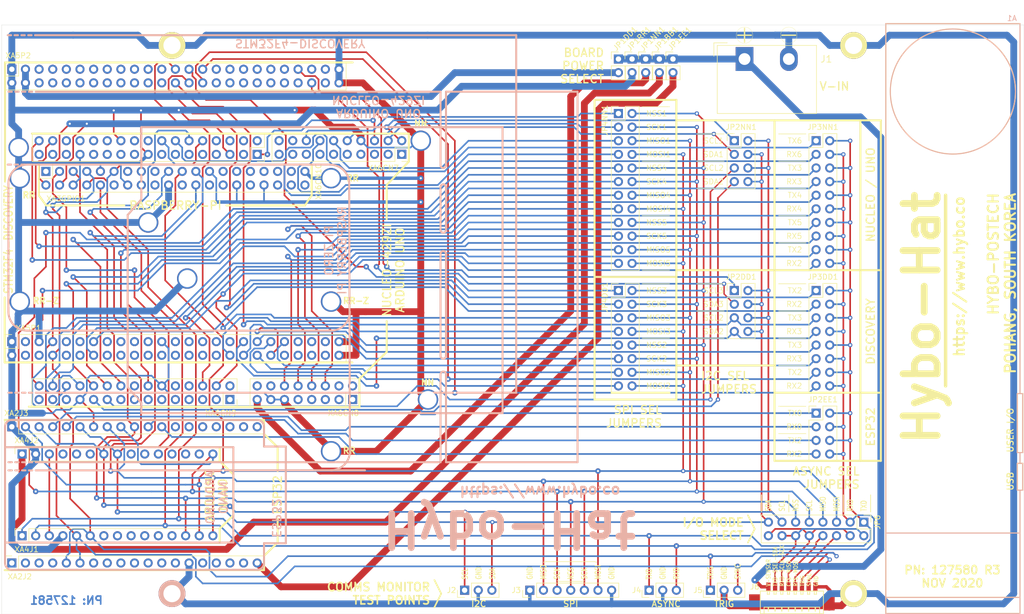
<source format=kicad_pcb>
(kicad_pcb (version 20171130) (host pcbnew "(5.1.8-0-10_14)")
  (layers (0 F.Cu signal) (31 B.Cu signal) (34 B.Paste user hide) (35 F.Paste user hide) (36 B.SilkS user hide) (37 F.SilkS user) (38 B.Mask user hide) (39 F.Mask user hide) (44 Edge.Cuts user))
  (net 0 "")
  (net 1 +Vin)
  (net 2 GND)
  (net 3 /ASYNC_RXD)
  (net 4 /ASYNC_TXD)
  (net 5 /DD_PA2_TX2)
  (net 6 /DD_PA3_RX2)
  (net 7 /TXD_SSEL_SDA)
  (net 8 /CTS_MISO)
  (net 9 /RXD_SCLK_SCK)
  (net 10 /RTS_MOSI)
  (net 11 /DD_PC9_SDA3)
  (net 12 /DD_PA8_SCL3)
  (net 13 /DD_PB11_SDA2_RX3)
  (net 14 /DD_PB10_SCK2_SCL2_TX3_MIC)
  (net 15 /NN_PF1_SCL2)
  (net 16 /NN_PF0_SDA2)
  (net 17 /NN_PB8_SCL1)
  (net 18 /NN_PB9_SDA1)
  (net 19 /DD_PD8_TX3)
  (net 20 /DD_PD9_RX3)
  (net 21 /DD_PD5_TX2)
  (net 22 /DD_PD6_RX2)
  (net 23 /NN_PD5_TX2)
  (net 24 /NN_PD6_RX2)
  (net 25 /NN_PC12_TX5)
  (net 26 /NN_PD2_RX5)
  (net 27 /NN_PC10_TX3_TX4)
  (net 28 /NN_PC11_RX3_RX4)
  (net 29 /NN_PG15_D1_TX6)
  (net 30 /NN_PG9_D0_RX6)
  (net 31 /NN_PB10_SCL2_TX3)
  (net 32 /NN_PB11_SDA2_RX3)
  (net 33 /DD_PB3_SCK1_SCK3)
  (net 34 /DD_PB13_SCK2)
  (net 35 /NN_PG1)
  (net 36 /NN_PF7_SCK5)
  (net 37 /NN_PE2_SCK4)
  (net 38 /NN_PA5_D13_SCK1)
  (net 39 /EE_EXT_5V)
  (net 40 /DD_5V)
  (net 41 /EE_TXD0)
  (net 42 /EE_RXD0)
  (net 43 /EE_IO17_TXD2)
  (net 44 /EE_IO16_RXD2)
  (net 45 /NN_VIN)
  (net 46 /RR_5V)
  (net 47 /NN_AREF)
  (net 48 /BB_PC6_RESET)
  (net 49 /BB_PD2_D2_INT0)
  (net 50 /BB_PD3_D3_INT1)
  (net 51 /BB_PB2_D10_NSS)
  (net 52 /BB_PB3_D11_MOSI)
  (net 53 /BB_PB4_D12_MISO)
  (net 54 /BB_VIN)
  (net 55 /BB_PC5_D19_ADC5_A5_SCL)
  (net 56 /BB_PC4_D18_ADC4_A4_SDA)
  (net 57 /BB_PB5_D13_SCK)
  (net 58 /DD_MOSI3)
  (net 59 /DD_MISO3)
  (net 60 /DD_NSS3_BB)
  (net 61 /DD_MOSI2)
  (net 62 /DD_MISO2)
  (net 63 /DD_NSS2)
  (net 64 /NN_MOSI1)
  (net 65 /NN_MISO1)
  (net 66 /NN_NSS1)
  (net 67 /NN_MOSI4)
  (net 68 /NN_MISO4)
  (net 69 /NN_NSS4)
  (net 70 /NN_MOSI5)
  (net 71 /NN_MISO5)
  (module hybohat:PinHeader_2x08_P2.54mm_Vertical_Mirrored (layer F.Cu) (at 140.97 101.6 270)
    (fp_text reference XA6CN8 (at 2.54 -1.27) (layer F.SilkS) (effects (justify right)))
    (fp_text value NN_M2x8_CN8)
    (pad 16 thru_hole oval (at -2.54 17.78 270) (size 1.7 1.7) (drill 1) (layers *.Cu *.Mask))
    (pad 15 thru_hole oval (at 0 17.78 270) (size 1.7 1.7) (drill 1) (layers *.Cu *.Mask) (net 45 /NN_VIN))
    (pad 14 thru_hole oval (at -2.54 15.24 270) (size 1.7 1.7) (drill 1) (layers *.Cu *.Mask))
    (pad 13 thru_hole oval (at 0 15.24 270) (size 1.7 1.7) (drill 1) (layers *.Cu *.Mask) (net 2 GND))
    (pad 12 thru_hole oval (at -2.54 12.7 270) (size 1.7 1.7) (drill 1) (layers *.Cu *.Mask) (net 26 /NN_PD2_RX5))
    (pad 11 thru_hole oval (at 0 12.7 270) (size 1.7 1.7) (drill 1) (layers *.Cu *.Mask) (net 2 GND))
    (pad 10 thru_hole oval (at -2.54 10.16 270) (size 1.7 1.7) (drill 1) (layers *.Cu *.Mask) (net 25 /NN_PC12_TX5))
    (pad 9 thru_hole oval (at 0 10.16 270) (size 1.7 1.7) (drill 1) (layers *.Cu *.Mask))
    (pad 8 thru_hole oval (at -2.54 7.62 270) (size 1.7 1.7) (drill 1) (layers *.Cu *.Mask) (net 28 /NN_PC11_RX3_RX4))
    (pad 7 thru_hole oval (at 0 7.62 270) (size 1.7 1.7) (drill 1) (layers *.Cu *.Mask))
    (pad 6 thru_hole oval (at -2.54 5.08 270) (size 1.7 1.7) (drill 1) (layers *.Cu *.Mask) (net 27 /NN_PC10_TX3_TX4))
    (pad 5 thru_hole oval (at 0 5.08 270) (size 1.7 1.7) (drill 1) (layers *.Cu *.Mask))
    (pad 4 thru_hole oval (at -2.54 2.54 270) (size 1.7 1.7) (drill 1) (layers *.Cu *.Mask))
    (pad 3 thru_hole oval (at 0 2.54 270) (size 1.7 1.7) (drill 1) (layers *.Cu *.Mask))
    (pad 2 thru_hole oval (at -2.54 0 270) (size 1.7 1.7) (drill 1) (layers *.Cu *.Mask))
    (pad 1 thru_hole rect (at 0 0 270) (size 1.7 1.7) (drill 1) (layers *.Cu *.Mask))
  )
  (module hybohat:MountingHole_3.2mm_M3_Pad (layer F.Cu) (at 107.315 35.56)
    (fp_text reference H3 hide)
    (fp_text value MountingHole_Pad)
    (pad 1 thru_hole circle (at 0 0) (size 5 5) (drill 3.2) (layers *.Cu *.Mask F.SilkS) (net 2 GND))
  )
  (module hybohat:MountingHole_3.2mm_M3 (layer F.Cu) (at 78.95 60.325)
    (fp_text reference MH8 hide)
    (fp_text value MountingHole_Pad)
    (pad 1 thru_hole circle (at 0.00254 0) (size 3.81 3.81) (drill 3.200001) (layers *.Cu *.Mask) (net 2 GND))
  )
  (module hybohat:MountingHole_3.2mm_M3 (layer F.Cu) (at 136.9568 85.217)
    (fp_text reference MH4 hide)
    (fp_text value MountingHole_Pad hide)
    (pad 1 thru_hole circle (at -0.0068 -1.884) (size 3.81 3.81) (drill 3.200001) (layers *.Cu *.Mask) (net 2 GND))
  )
  (module hybohat:MountingHole_3.2mm_M3 (layer F.Cu) (at 136.9568 60.325)
    (fp_text reference MH7 hide)
    (fp_text value MountingHole_Pad hide)
    (pad 1 thru_hole circle (at -0.0068 0) (size 3.81 3.81) (drill 3.200001) (layers *.Cu *.Mask) (net 2 GND))
  )
  (module hybohat:MountingHole_3.2mm_M3 (layer F.Cu) (at 136.9568 111.252)
    (fp_text reference MH6 hide)
    (fp_text value MountingHole_Pad hide)
    (pad 1 thru_hole circle (at 0 0) (size 3.81 3.81) (drill 3.200001) (layers *.Cu *.Mask) (net 2 GND))
  )
  (module hybohat:PinHeader_2x15_P2.54mm_Vertical_Mirrored (layer F.Cu) (at 118.11 101.6 270)
    (fp_text reference XA6CN9 (at 2.54 -1.27 180) (layer F.SilkS) (effects (justify right)))
    (fp_text value NN_M2x15_CN9)
    (pad 30 thru_hole oval (at -2.54 35.56 270) (size 1.7 1.7) (drill 1) (layers *.Cu *.Mask) (net 35 /NN_PG1))
    (pad 29 thru_hole oval (at 0 35.56 270) (size 1.7 1.7) (drill 1) (layers *.Cu *.Mask))
    (pad 28 thru_hole oval (at -2.54 33.02 270) (size 1.7 1.7) (drill 1) (layers *.Cu *.Mask) (net 70 /NN_MOSI5))
    (pad 27 thru_hole oval (at 0 33.02 270) (size 1.7 1.7) (drill 1) (layers *.Cu *.Mask))
    (pad 26 thru_hole oval (at -2.54 30.48 270) (size 1.7 1.7) (drill 1) (layers *.Cu *.Mask) (net 36 /NN_PF7_SCK5))
    (pad 25 thru_hole oval (at 0 30.48 270) (size 1.7 1.7) (drill 1) (layers *.Cu *.Mask))
    (pad 24 thru_hole oval (at -2.54 27.94 270) (size 1.7 1.7) (drill 1) (layers *.Cu *.Mask) (net 71 /NN_MISO5))
    (pad 23 thru_hole oval (at 0 27.94 270) (size 1.7 1.7) (drill 1) (layers *.Cu *.Mask) (net 2 GND))
    (pad 22 thru_hole oval (at -2.54 25.4 270) (size 1.7 1.7) (drill 1) (layers *.Cu *.Mask) (net 67 /NN_MOSI4))
    (pad 21 thru_hole oval (at 0 25.4 270) (size 1.7 1.7) (drill 1) (layers *.Cu *.Mask) (net 16 /NN_PF0_SDA2))
    (pad 20 thru_hole oval (at -2.54 22.86 270) (size 1.7 1.7) (drill 1) (layers *.Cu *.Mask) (net 68 /NN_MISO4))
    (pad 19 thru_hole oval (at 0 22.86 270) (size 1.7 1.7) (drill 1) (layers *.Cu *.Mask) (net 15 /NN_PF1_SCL2))
    (pad 18 thru_hole oval (at -2.54 20.32 270) (size 1.7 1.7) (drill 1) (layers *.Cu *.Mask) (net 69 /NN_NSS4))
    (pad 17 thru_hole oval (at 0 20.32 270) (size 1.7 1.7) (drill 1) (layers *.Cu *.Mask))
    (pad 16 thru_hole oval (at -2.54 17.78 270) (size 1.7 1.7) (drill 1) (layers *.Cu *.Mask))
    (pad 15 thru_hole oval (at 0 17.78 270) (size 1.7 1.7) (drill 1) (layers *.Cu *.Mask))
    (pad 14 thru_hole oval (at -2.54 15.24 270) (size 1.7 1.7) (drill 1) (layers *.Cu *.Mask) (net 37 /NN_PE2_SCK4))
    (pad 13 thru_hole oval (at 0 15.24 270) (size 1.7 1.7) (drill 1) (layers *.Cu *.Mask))
    (pad 12 thru_hole oval (at -2.54 12.7 270) (size 1.7 1.7) (drill 1) (layers *.Cu *.Mask) (net 2 GND))
    (pad 11 thru_hole oval (at 0 12.7 270) (size 1.7 1.7) (drill 1) (layers *.Cu *.Mask))
    (pad 10 thru_hole oval (at -2.54 10.16 270) (size 1.7 1.7) (drill 1) (layers *.Cu *.Mask))
    (pad 9 thru_hole oval (at 0 10.16 270) (size 1.7 1.7) (drill 1) (layers *.Cu *.Mask))
    (pad 8 thru_hole oval (at -2.54 7.62 270) (size 1.7 1.7) (drill 1) (layers *.Cu *.Mask))
    (pad 7 thru_hole oval (at 0 7.62 270) (size 1.7 1.7) (drill 1) (layers *.Cu *.Mask))
    (pad 6 thru_hole oval (at -2.54 5.08 270) (size 1.7 1.7) (drill 1) (layers *.Cu *.Mask) (net 23 /NN_PD5_TX2))
    (pad 5 thru_hole oval (at 0 5.08 270) (size 1.7 1.7) (drill 1) (layers *.Cu *.Mask))
    (pad 4 thru_hole oval (at -2.54 2.54 270) (size 1.7 1.7) (drill 1) (layers *.Cu *.Mask) (net 24 /NN_PD6_RX2))
    (pad 3 thru_hole oval (at 0 2.54 270) (size 1.7 1.7) (drill 1) (layers *.Cu *.Mask))
    (pad 2 thru_hole oval (at -2.54 0 270) (size 1.7 1.7) (drill 1) (layers *.Cu *.Mask))
    (pad 1 thru_hole rect (at 0 0 270) (size 1.7 1.7) (drill 1) (layers *.Cu *.Mask))
  )
  (module hybohat:MountingHole_3.2mm_M3 (layer F.Cu) (at 102.87 68.58)
    (fp_text reference MH9 hide)
    (fp_text value MountingHole_Pad)
    (pad 1 thru_hole circle (at 0 0) (size 3.81 3.81) (drill 3.200001) (layers *.Cu *.Mask) (net 2 GND))
  )
  (module hybohat:MountingHole_3.2mm_M3 (layer F.Cu) (at 78.74 54.61)
    (fp_text reference MH1 hide)
    (fp_text value MountingHole_Pad hide)
    (pad 1 thru_hole circle (at 0 0) (size 3.81 3.81) (drill 3.200001) (layers *.Cu *.Mask) (net 2 GND))
  )
  (module hybohat:iLidar (layer B.Cu) (at 252.82 86.5 180)
    (fp_text reference A1 (at -11 56 180) (layer B.SilkS) (effects (justify mirror)))
    (fp_text value ASSY_SENSOR_LIDAR)
    (pad "" np_thru_hole circle (at 0 -27.5 180) (size 3.2 3.2) (drill 3.2) (layers *.Cu *.Mask))
    (pad "" np_thru_hole circle (at 0 27.5 180) (size 3.2 3.2) (drill 3.2) (layers *.Cu *.Mask))
  )
  (module hybohat:TerminalBlock_Molex_1x02_0.375 (layer F.Cu) (at 213.995 38.1)
    (fp_text reference J1 (at 15.24 0) (layer F.SilkS) (effects (font (size 1.27 1.27))))
    (fp_text value DC-PWR-IN)
    (pad 1 thru_hole rect (at 0 0) (size 3.300001 4.445) (drill 2.2) (layers *.Cu *.Mask) (net 1 +Vin))
    (pad 2 thru_hole oval (at 8.255 0) (size 3.300001 4.445) (drill 2.2) (layers *.Cu *.Mask) (net 2 GND))
  )
  (module hybohat:Connector_PinHeader_2.54mm_PinHeader_1x02_P2.54mm_Vertical (layer F.Cu) (at 198.12 38.1)
    (fp_text reference JP1BB1 (at 1.27 -3.81 45) (layer F.SilkS))
    (fp_text value BB_PWR)
    (pad 2 thru_hole oval (at 0 2.54) (size 1.7 1.7) (drill 1) (layers *.Cu *.Mask) (net 54 /BB_VIN))
    (pad 1 thru_hole rect (at 0 0) (size 1.7 1.7) (drill 1) (layers *.Cu *.Mask) (net 1 +Vin))
  )
  (module hybohat:Connector_PinHeader_2.54mm_PinHeader_1x02_P2.54mm_Vertical (layer F.Cu) (at 195.58 38.1)
    (fp_text reference JP1NN1 (at 1.27 -3.81 45) (layer F.SilkS))
    (fp_text value NN_PWR)
    (pad 2 thru_hole oval (at 0 2.54) (size 1.7 1.7) (drill 1) (layers *.Cu *.Mask) (net 45 /NN_VIN))
    (pad 1 thru_hole rect (at 0 0) (size 1.7 1.7) (drill 1) (layers *.Cu *.Mask) (net 1 +Vin))
  )
  (module hybohat:Connector_PinHeader_2.54mm_PinHeader_1x02_P2.54mm_Vertical (layer F.Cu) (at 190.5 38.1)
    (fp_text reference JP1DD1 (at 1.27 -3.81 45) (layer F.SilkS))
    (fp_text value DD_PWR)
    (pad 2 thru_hole oval (at 0 2.54) (size 1.7 1.7) (drill 1) (layers *.Cu *.Mask) (net 40 /DD_5V))
    (pad 1 thru_hole rect (at 0 0) (size 1.7 1.7) (drill 1) (layers *.Cu *.Mask) (net 1 +Vin))
  )
  (module hybohat:Connector_PinHeader_2.54mm_PinHeader_1x02_P2.54mm_Vertical (layer F.Cu) (at 193.04 38.1)
    (fp_text reference JP1RR1 (at 1.27 -3.81 45) (layer F.SilkS))
    (fp_text value RR_PWR)
    (pad 2 thru_hole oval (at 0 2.54) (size 1.7 1.7) (drill 1) (layers *.Cu *.Mask) (net 46 /RR_5V))
    (pad 1 thru_hole rect (at 0 0) (size 1.7 1.7) (drill 1) (layers *.Cu *.Mask) (net 1 +Vin))
  )
  (module hybohat:Connector_PinHeader_2.54mm_PinHeader_1x02_P2.54mm_Vertical (layer F.Cu) (at 200.66 38.1)
    (fp_text reference JP1EE1 (at 1.27 -3.81 45) (layer F.SilkS))
    (fp_text value EE_PWR)
    (pad 2 thru_hole oval (at 0 2.54) (size 1.7 1.7) (drill 1) (layers *.Cu *.Mask) (net 39 /EE_EXT_5V))
    (pad 1 thru_hole rect (at 0 0) (size 1.7 1.7) (drill 1) (layers *.Cu *.Mask) (net 1 +Vin))
  )
  (module hybohat:MountingHole_3.2mm_M3 (layer F.Cu) (at 153.67 53.34)
    (fp_text reference MH2 hide)
    (fp_text value MountingHole_Pad hide)
    (pad 1 thru_hole circle (at 0 0) (size 3.81 3.81) (drill 3.200001) (layers *.Cu *.Mask) (net 2 GND))
  )
  (module hybohat:MountingHole_3.2mm_M3 (layer F.Cu) (at 78.9432 85.2424)
    (fp_text reference MH3 hide)
    (fp_text value MountingHole_Pad hide)
    (pad 1 thru_hole circle (at 0.0068 -1.9094) (size 3.81 3.81) (drill 3.200001) (layers *.Cu *.Mask) (net 2 GND))
  )
  (module hybohat:MountingHole_3.2mm_M3 (layer F.Cu) (at 155.0162 101.6)
    (fp_text reference MH5 hide)
    (fp_text value MountingHole_Pad hide)
    (pad 1 thru_hole circle (at 0 0) (size 3.81 3.81) (drill 3.200001) (layers *.Cu *.Mask) (net 2 GND))
  )
  (module hybohat:MountingHole_3.2mm_M3_Pad (layer F.Cu) (at 234.315 35.56)
    (fp_text reference H2 hide)
    (fp_text value MountingHole_Pad)
    (pad 1 thru_hole circle (at 0 0) (size 5 5) (drill 3.2) (layers *.Cu *.Mask F.SilkS) (net 2 GND))
  )
  (module hybohat:Connector_PinSocket_2.54mm_PinSocket_1x15_P2.54mm_Vertical (layer F.Cu) (at 79.375 127 90)
    (fp_text reference XA4J1 (at -2.54 3.175 180) (layer F.SilkS) (effects (justify right)))
    (fp_text value BB_F1x15_J1)
    (pad 15 thru_hole oval (at 0 35.56 90) (size 1.7 1.7) (drill 1) (layers *.Cu *.Mask) (net 53 /BB_PB4_D12_MISO))
    (pad 14 thru_hole oval (at 0 33.02 90) (size 1.7 1.7) (drill 1) (layers *.Cu *.Mask) (net 52 /BB_PB3_D11_MOSI))
    (pad 13 thru_hole oval (at 0 30.48 90) (size 1.7 1.7) (drill 1) (layers *.Cu *.Mask) (net 51 /BB_PB2_D10_NSS))
    (pad 12 thru_hole oval (at 0 27.94 90) (size 1.7 1.7) (drill 1) (layers *.Cu *.Mask))
    (pad 11 thru_hole oval (at 0 25.4 90) (size 1.7 1.7) (drill 1) (layers *.Cu *.Mask))
    (pad 10 thru_hole oval (at 0 22.86 90) (size 1.7 1.7) (drill 1) (layers *.Cu *.Mask))
    (pad 9 thru_hole oval (at 0 20.32 90) (size 1.7 1.7) (drill 1) (layers *.Cu *.Mask))
    (pad 8 thru_hole oval (at 0 17.78 90) (size 1.7 1.7) (drill 1) (layers *.Cu *.Mask))
    (pad 7 thru_hole oval (at 0 15.24 90) (size 1.7 1.7) (drill 1) (layers *.Cu *.Mask))
    (pad 6 thru_hole oval (at 0 12.7 90) (size 1.7 1.7) (drill 1) (layers *.Cu *.Mask) (net 50 /BB_PD3_D3_INT1))
    (pad 5 thru_hole oval (at 0 10.16 90) (size 1.7 1.7) (drill 1) (layers *.Cu *.Mask) (net 49 /BB_PD2_D2_INT0))
    (pad 4 thru_hole oval (at 0 7.62 90) (size 1.7 1.7) (drill 1) (layers *.Cu *.Mask) (net 2 GND))
    (pad 3 thru_hole oval (at 0 5.08 90) (size 1.7 1.7) (drill 1) (layers *.Cu *.Mask) (net 48 /BB_PC6_RESET))
    (pad 2 thru_hole oval (at 0 2.54 90) (size 1.7 1.7) (drill 1) (layers *.Cu *.Mask) (net 3 /ASYNC_RXD))
    (pad 1 thru_hole rect (at 0 0 90) (size 1.7 1.7) (drill 1) (layers *.Cu *.Mask) (net 4 /ASYNC_TXD))
  )
  (module hybohat:Connector_PinSocket_2.54mm_PinSocket_2x25_P2.54mm_Vertical (layer F.Cu) (at 77.47 40.005 90)
    (fp_text reference XA5P2 (at 2.54 -1.27 180) (layer F.SilkS) (effects (justify left)))
    (fp_text value DD_F2x25_P2)
    (pad 50 thru_hole oval (at -2.54 60.96 90) (size 1.7 1.7) (drill 1) (layers *.Cu *.Mask) (net 2 GND))
    (pad 49 thru_hole oval (at 0 60.96 90) (size 1.7 1.7) (drill 1) (layers *.Cu *.Mask) (net 2 GND))
    (pad 48 thru_hole oval (at -2.54 58.42 90) (size 1.7 1.7) (drill 1) (layers *.Cu *.Mask))
    (pad 47 thru_hole oval (at 0 58.42 90) (size 1.7 1.7) (drill 1) (layers *.Cu *.Mask))
    (pad 46 thru_hole oval (at -2.54 55.88 90) (size 1.7 1.7) (drill 1) (layers *.Cu *.Mask) (net 11 /DD_PC9_SDA3))
    (pad 45 thru_hole oval (at 0 55.88 90) (size 1.7 1.7) (drill 1) (layers *.Cu *.Mask))
    (pad 44 thru_hole oval (at -2.54 53.34 90) (size 1.7 1.7) (drill 1) (layers *.Cu *.Mask))
    (pad 43 thru_hole oval (at 0 53.34 90) (size 1.7 1.7) (drill 1) (layers *.Cu *.Mask) (net 12 /DD_PA8_SCL3))
    (pad 42 thru_hole oval (at -2.54 50.8 90) (size 1.7 1.7) (drill 1) (layers *.Cu *.Mask))
    (pad 41 thru_hole oval (at 0 50.8 90) (size 1.7 1.7) (drill 1) (layers *.Cu *.Mask))
    (pad 40 thru_hole oval (at -2.54 48.26 90) (size 1.7 1.7) (drill 1) (layers *.Cu *.Mask))
    (pad 39 thru_hole oval (at 0 48.26 90) (size 1.7 1.7) (drill 1) (layers *.Cu *.Mask))
    (pad 38 thru_hole oval (at -2.54 45.72 90) (size 1.7 1.7) (drill 1) (layers *.Cu *.Mask))
    (pad 37 thru_hole oval (at 0 45.72 90) (size 1.7 1.7) (drill 1) (layers *.Cu *.Mask))
    (pad 36 thru_hole oval (at -2.54 43.18 90) (size 1.7 1.7) (drill 1) (layers *.Cu *.Mask))
    (pad 35 thru_hole oval (at 0 43.18 90) (size 1.7 1.7) (drill 1) (layers *.Cu *.Mask))
    (pad 34 thru_hole oval (at -2.54 40.64 90) (size 1.7 1.7) (drill 1) (layers *.Cu *.Mask))
    (pad 33 thru_hole oval (at 0 40.64 90) (size 1.7 1.7) (drill 1) (layers *.Cu *.Mask))
    (pad 32 thru_hole oval (at -2.54 38.1 90) (size 1.7 1.7) (drill 1) (layers *.Cu *.Mask))
    (pad 31 thru_hole oval (at 0 38.1 90) (size 1.7 1.7) (drill 1) (layers *.Cu *.Mask))
    (pad 30 thru_hole oval (at -2.54 35.56 90) (size 1.7 1.7) (drill 1) (layers *.Cu *.Mask) (net 22 /DD_PD6_RX2))
    (pad 29 thru_hole oval (at 0 35.56 90) (size 1.7 1.7) (drill 1) (layers *.Cu *.Mask) (net 21 /DD_PD5_TX2))
    (pad 28 thru_hole oval (at -2.54 33.02 90) (size 1.7 1.7) (drill 1) (layers *.Cu *.Mask) (net 33 /DD_PB3_SCK1_SCK3))
    (pad 27 thru_hole oval (at 0 33.02 90) (size 1.7 1.7) (drill 1) (layers *.Cu *.Mask) (net 60 /DD_NSS3_BB))
    (pad 26 thru_hole oval (at -2.54 30.48 90) (size 1.7 1.7) (drill 1) (layers *.Cu *.Mask) (net 58 /DD_MOSI3))
    (pad 25 thru_hole oval (at 0 30.48 90) (size 1.7 1.7) (drill 1) (layers *.Cu *.Mask) (net 59 /DD_MISO3))
    (pad 24 thru_hole oval (at -2.54 27.94 90) (size 1.7 1.7) (drill 1) (layers *.Cu *.Mask))
    (pad 23 thru_hole oval (at 0 27.94 90) (size 1.7 1.7) (drill 1) (layers *.Cu *.Mask))
    (pad 22 thru_hole oval (at -2.54 25.4 90) (size 1.7 1.7) (drill 1) (layers *.Cu *.Mask))
    (pad 21 thru_hole oval (at 0 25.4 90) (size 1.7 1.7) (drill 1) (layers *.Cu *.Mask))
    (pad 20 thru_hole oval (at -2.54 22.86 90) (size 1.7 1.7) (drill 1) (layers *.Cu *.Mask))
    (pad 19 thru_hole oval (at 0 22.86 90) (size 1.7 1.7) (drill 1) (layers *.Cu *.Mask))
    (pad 18 thru_hole oval (at -2.54 20.32 90) (size 1.7 1.7) (drill 1) (layers *.Cu *.Mask))
    (pad 17 thru_hole oval (at 0 20.32 90) (size 1.7 1.7) (drill 1) (layers *.Cu *.Mask))
    (pad 16 thru_hole oval (at -2.54 17.78 90) (size 1.7 1.7) (drill 1) (layers *.Cu *.Mask))
    (pad 15 thru_hole oval (at 0 17.78 90) (size 1.7 1.7) (drill 1) (layers *.Cu *.Mask))
    (pad 14 thru_hole oval (at -2.54 15.24 90) (size 1.7 1.7) (drill 1) (layers *.Cu *.Mask))
    (pad 13 thru_hole oval (at 0 15.24 90) (size 1.7 1.7) (drill 1) (layers *.Cu *.Mask))
    (pad 12 thru_hole oval (at -2.54 12.7 90) (size 1.7 1.7) (drill 1) (layers *.Cu *.Mask))
    (pad 11 thru_hole oval (at 0 12.7 90) (size 1.7 1.7) (drill 1) (layers *.Cu *.Mask))
    (pad 10 thru_hole oval (at -2.54 10.16 90) (size 1.7 1.7) (drill 1) (layers *.Cu *.Mask))
    (pad 9 thru_hole oval (at 0 10.16 90) (size 1.7 1.7) (drill 1) (layers *.Cu *.Mask))
    (pad 8 thru_hole oval (at -2.54 7.62 90) (size 1.7 1.7) (drill 1) (layers *.Cu *.Mask))
    (pad 7 thru_hole oval (at 0 7.62 90) (size 1.7 1.7) (drill 1) (layers *.Cu *.Mask))
    (pad 6 thru_hole oval (at -2.54 5.08 90) (size 1.7 1.7) (drill 1) (layers *.Cu *.Mask))
    (pad 5 thru_hole oval (at 0 5.08 90) (size 1.7 1.7) (drill 1) (layers *.Cu *.Mask))
    (pad 4 thru_hole oval (at -2.54 2.54 90) (size 1.7 1.7) (drill 1) (layers *.Cu *.Mask) (net 40 /DD_5V))
    (pad 3 thru_hole oval (at 0 2.54 90) (size 1.7 1.7) (drill 1) (layers *.Cu *.Mask) (net 40 /DD_5V))
    (pad 2 thru_hole oval (at -2.54 0 90) (size 1.7 1.7) (drill 1) (layers *.Cu *.Mask) (net 2 GND))
    (pad 1 thru_hole rect (at 0 0 90) (size 1.7 1.7) (drill 1) (layers *.Cu *.Mask) (net 2 GND))
  )
  (module hybohat:Connector_PinHeader_2.54mm_PinHeader_1x03_P2.54mm_Vertical (layer F.Cu) (at 161.84 137.16 90)
    (fp_text reference J2 (at 0 -2.455 180) (layer F.SilkS))
    (fp_text value IO_JACK_M03)
    (pad 3 thru_hole oval (at 0 5.08 90) (size 1.7 1.7) (drill 1) (layers *.Cu *.Mask) (net 56 /BB_PC4_D18_ADC4_A4_SDA))
    (pad 2 thru_hole oval (at 0 2.54 90) (size 1.7 1.7) (drill 1) (layers *.Cu *.Mask) (net 2 GND))
    (pad 1 thru_hole rect (at 0 0 90) (size 1.7 1.7) (drill 1) (layers *.Cu *.Mask) (net 55 /BB_PC5_D19_ADC5_A5_SCL))
  )
  (module hybohat:Connector_PinHeader_2.54mm_PinHeader_1x07_P2.54mm_Vertical (layer F.Cu) (at 173.99 137.16 90)
    (fp_text reference J3 (at 0 -2.54 180) (layer F.SilkS))
    (fp_text value IO_JACK_M07)
    (pad 7 thru_hole oval (at 0 15.24 90) (size 1.7 1.7) (drill 1) (layers *.Cu *.Mask) (net 2 GND))
    (pad 6 thru_hole oval (at 0 12.7 90) (size 1.7 1.7) (drill 1) (layers *.Cu *.Mask) (net 52 /BB_PB3_D11_MOSI))
    (pad 5 thru_hole oval (at 0 10.16 90) (size 1.7 1.7) (drill 1) (layers *.Cu *.Mask) (net 57 /BB_PB5_D13_SCK))
    (pad 4 thru_hole oval (at 0 7.62 90) (size 1.7 1.7) (drill 1) (layers *.Cu *.Mask) (net 51 /BB_PB2_D10_NSS))
    (pad 3 thru_hole oval (at 0 5.08 90) (size 1.7 1.7) (drill 1) (layers *.Cu *.Mask) (net 57 /BB_PB5_D13_SCK))
    (pad 2 thru_hole oval (at 0 2.54 90) (size 1.7 1.7) (drill 1) (layers *.Cu *.Mask) (net 53 /BB_PB4_D12_MISO))
    (pad 1 thru_hole rect (at 0 0 90) (size 1.7 1.7) (drill 1) (layers *.Cu *.Mask) (net 2 GND))
  )
  (module hybohat:Connector_PinHeader_2.54mm_PinHeader_1x03_P2.54mm_Vertical (layer F.Cu) (at 196.215 137.16 90)
    (fp_text reference J4 (at 0 -2.33 180) (layer F.SilkS))
    (fp_text value IO_JACK_M03)
    (pad 3 thru_hole oval (at 0 5.08 90) (size 1.7 1.7) (drill 1) (layers *.Cu *.Mask) (net 3 /ASYNC_RXD))
    (pad 2 thru_hole oval (at 0 2.54 90) (size 1.7 1.7) (drill 1) (layers *.Cu *.Mask) (net 2 GND))
    (pad 1 thru_hole rect (at 0 0 90) (size 1.7 1.7) (drill 1) (layers *.Cu *.Mask) (net 4 /ASYNC_TXD))
  )
  (module hybohat:Connector_PinHeader_2.54mm_PinHeader_1x03_P2.54mm_Vertical (layer F.Cu) (at 207.645 137.16 90)
    (fp_text reference J5 (at 0 -2.33 180) (layer F.SilkS))
    (fp_text value IO_JACK_M03)
    (pad 3 thru_hole oval (at 0 5.08 90) (size 1.7 1.7) (drill 1) (layers *.Cu *.Mask) (net 49 /BB_PD2_D2_INT0))
    (pad 2 thru_hole oval (at 0 2.54 90) (size 1.7 1.7) (drill 1) (layers *.Cu *.Mask) (net 2 GND))
    (pad 1 thru_hole rect (at 0 0 90) (size 1.7 1.7) (drill 1) (layers *.Cu *.Mask) (net 50 /BB_PD3_D3_INT1))
  )
  (module hybohat:USER_IO_CONN (layer F.Cu) (at 218.44 136.525)
    (fp_text reference J6 (at -2.54 0 180) (layer F.SilkS))
    (fp_text value CONN_1x8)
    (pad 10 smd rect (at 11.3 2.9) (size 2.1 3) (layers F.Cu F.Paste F.Mask) (net 2 GND))
    (pad 9 smd rect (at -2.55 2.9) (size 2.1 3) (layers F.Cu F.Paste F.Mask) (net 2 GND))
    (pad 5 smd rect (at 5 0) (size 0.8 1.6) (layers F.Cu F.Paste F.Mask) (net 10 /RTS_MOSI))
    (pad 7 smd rect (at 7.5 0) (size 0.8 1.6) (layers F.Cu F.Paste F.Mask) (net 49 /BB_PD2_D2_INT0))
    (pad 8 smd rect (at 8.75 0) (size 0.8 1.6) (layers F.Cu F.Paste F.Mask) (net 2 GND))
    (pad 6 smd rect (at 6.25 0) (size 0.8 1.6) (layers F.Cu F.Paste F.Mask) (net 50 /BB_PD3_D3_INT1))
    (pad 3 smd rect (at 2.5 0) (size 0.8 1.6) (layers F.Cu F.Paste F.Mask) (net 9 /RXD_SCLK_SCK))
    (pad 4 smd rect (at 3.75 0) (size 0.8 1.6) (layers F.Cu F.Paste F.Mask) (net 8 /CTS_MISO))
    (pad 1 smd rect (at 0 0) (size 0.8 1.6) (layers F.Cu F.Paste F.Mask) (net 1 +Vin))
    (pad 2 smd rect (at 1.25 0) (size 0.8 1.6) (layers F.Cu F.Paste F.Mask) (net 7 /TXD_SSEL_SDA))
  )
  (module hybohat:Connector_PinHeader_2.54mm_PinHeader_2x08_P2.54mm_Vertical (layer F.Cu) (at 236.22 124.46 270)
    (fp_text reference JP6 (at 0 -2.54 270) (layer F.SilkS))
    (fp_text value IO_JACK_M2x08B)
    (pad 16 thru_hole oval (at 2.54 17.78 270) (size 1.7 1.7) (drill 1) (layers *.Cu *.Mask) (net 9 /RXD_SCLK_SCK))
    (pad 15 thru_hole oval (at 0 17.78 270) (size 1.7 1.7) (drill 1) (layers *.Cu *.Mask) (net 56 /BB_PC4_D18_ADC4_A4_SDA))
    (pad 14 thru_hole oval (at 2.54 15.24 270) (size 1.7 1.7) (drill 1) (layers *.Cu *.Mask) (net 7 /TXD_SSEL_SDA))
    (pad 13 thru_hole oval (at 0 15.24 270) (size 1.7 1.7) (drill 1) (layers *.Cu *.Mask) (net 55 /BB_PC5_D19_ADC5_A5_SCL))
    (pad 12 thru_hole oval (at 2.54 12.7 270) (size 1.7 1.7) (drill 1) (layers *.Cu *.Mask) (net 7 /TXD_SSEL_SDA))
    (pad 11 thru_hole oval (at 0 12.7 270) (size 1.7 1.7) (drill 1) (layers *.Cu *.Mask) (net 51 /BB_PB2_D10_NSS))
    (pad 10 thru_hole oval (at 2.54 10.16 270) (size 1.7 1.7) (drill 1) (layers *.Cu *.Mask) (net 9 /RXD_SCLK_SCK))
    (pad 9 thru_hole oval (at 0 10.16 270) (size 1.7 1.7) (drill 1) (layers *.Cu *.Mask) (net 57 /BB_PB5_D13_SCK))
    (pad 8 thru_hole oval (at 2.54 7.62 270) (size 1.7 1.7) (drill 1) (layers *.Cu *.Mask) (net 8 /CTS_MISO))
    (pad 7 thru_hole oval (at 0 7.62 270) (size 1.7 1.7) (drill 1) (layers *.Cu *.Mask) (net 53 /BB_PB4_D12_MISO))
    (pad 6 thru_hole oval (at 2.54 5.08 270) (size 1.7 1.7) (drill 1) (layers *.Cu *.Mask) (net 10 /RTS_MOSI))
    (pad 5 thru_hole oval (at 0 5.08 270) (size 1.7 1.7) (drill 1) (layers *.Cu *.Mask) (net 52 /BB_PB3_D11_MOSI))
    (pad 4 thru_hole oval (at 2.54 2.54 270) (size 1.7 1.7) (drill 1) (layers *.Cu *.Mask) (net 9 /RXD_SCLK_SCK))
    (pad 3 thru_hole oval (at 0 2.54 270) (size 1.7 1.7) (drill 1) (layers *.Cu *.Mask) (net 3 /ASYNC_RXD))
    (pad 2 thru_hole oval (at 2.54 0 270) (size 1.7 1.7) (drill 1) (layers *.Cu *.Mask) (net 7 /TXD_SSEL_SDA))
    (pad 1 thru_hole rect (at 0 0 270) (size 1.7 1.7) (drill 1) (layers *.Cu *.Mask) (net 4 /ASYNC_TXD))
  )
  (module hybohat:Connector_PinHeader_2.54mm_PinHeader_2x04_P2.54mm_Vertical (layer F.Cu) (at 212.09 81.28)
    (fp_text reference JP2DD1 (at 1.27 -2.54) (layer F.SilkS))
    (fp_text value DD_I2C_SEL)
    (pad 8 thru_hole oval (at 2.54 7.62) (size 1.7 1.7) (drill 1) (layers *.Cu *.Mask) (net 56 /BB_PC4_D18_ADC4_A4_SDA))
    (pad 7 thru_hole oval (at 0 7.62) (size 1.7 1.7) (drill 1) (layers *.Cu *.Mask) (net 13 /DD_PB11_SDA2_RX3))
    (pad 6 thru_hole oval (at 2.54 5.08) (size 1.7 1.7) (drill 1) (layers *.Cu *.Mask) (net 55 /BB_PC5_D19_ADC5_A5_SCL))
    (pad 5 thru_hole oval (at 0 5.08) (size 1.7 1.7) (drill 1) (layers *.Cu *.Mask) (net 14 /DD_PB10_SCK2_SCL2_TX3_MIC))
    (pad 4 thru_hole oval (at 2.54 2.54) (size 1.7 1.7) (drill 1) (layers *.Cu *.Mask) (net 56 /BB_PC4_D18_ADC4_A4_SDA))
    (pad 3 thru_hole oval (at 0 2.54) (size 1.7 1.7) (drill 1) (layers *.Cu *.Mask) (net 11 /DD_PC9_SDA3))
    (pad 2 thru_hole oval (at 2.54 0) (size 1.7 1.7) (drill 1) (layers *.Cu *.Mask) (net 55 /BB_PC5_D19_ADC5_A5_SCL))
    (pad 1 thru_hole rect (at 0 0) (size 1.7 1.7) (drill 1) (layers *.Cu *.Mask) (net 12 /DD_PA8_SCL3))
  )
  (module hybohat:Connector_PinHeader_2.54mm_PinHeader_2x04_P2.54mm_Vertical (layer F.Cu) (at 227.33 104.14)
    (fp_text reference JP2EE1 (at 1.27 -2.54) (layer F.SilkS))
    (fp_text value EE_ASYNC_SEL)
    (pad 8 thru_hole oval (at 2.54 7.62) (size 1.7 1.7) (drill 1) (layers *.Cu *.Mask) (net 3 /ASYNC_RXD))
    (pad 7 thru_hole oval (at 0 7.62) (size 1.7 1.7) (drill 1) (layers *.Cu *.Mask) (net 44 /EE_IO16_RXD2))
    (pad 6 thru_hole oval (at 2.54 5.08) (size 1.7 1.7) (drill 1) (layers *.Cu *.Mask) (net 4 /ASYNC_TXD))
    (pad 5 thru_hole oval (at 0 5.08) (size 1.7 1.7) (drill 1) (layers *.Cu *.Mask) (net 43 /EE_IO17_TXD2))
    (pad 4 thru_hole oval (at 2.54 2.54) (size 1.7 1.7) (drill 1) (layers *.Cu *.Mask) (net 3 /ASYNC_RXD))
    (pad 3 thru_hole oval (at 0 2.54) (size 1.7 1.7) (drill 1) (layers *.Cu *.Mask) (net 42 /EE_RXD0))
    (pad 2 thru_hole oval (at 2.54 0) (size 1.7 1.7) (drill 1) (layers *.Cu *.Mask) (net 4 /ASYNC_TXD))
    (pad 1 thru_hole rect (at 0 0) (size 1.7 1.7) (drill 1) (layers *.Cu *.Mask) (net 41 /EE_TXD0))
  )
  (module hybohat:Connector_PinHeader_2.54mm_PinHeader_2x04_P2.54mm_Vertical (layer F.Cu) (at 212.09 53.34)
    (fp_text reference JP2NN1 (at 1.27 -2.54 180) (layer F.SilkS))
    (fp_text value NN_I2C_SEL)
    (pad 8 thru_hole oval (at 2.54 7.62) (size 1.7 1.7) (drill 1) (layers *.Cu *.Mask) (net 56 /BB_PC4_D18_ADC4_A4_SDA))
    (pad 7 thru_hole oval (at 0 7.62) (size 1.7 1.7) (drill 1) (layers *.Cu *.Mask) (net 16 /NN_PF0_SDA2))
    (pad 6 thru_hole oval (at 2.54 5.08) (size 1.7 1.7) (drill 1) (layers *.Cu *.Mask) (net 55 /BB_PC5_D19_ADC5_A5_SCL))
    (pad 5 thru_hole oval (at 0 5.08) (size 1.7 1.7) (drill 1) (layers *.Cu *.Mask) (net 15 /NN_PF1_SCL2))
    (pad 4 thru_hole oval (at 2.54 2.54) (size 1.7 1.7) (drill 1) (layers *.Cu *.Mask) (net 56 /BB_PC4_D18_ADC4_A4_SDA))
    (pad 3 thru_hole oval (at 0 2.54) (size 1.7 1.7) (drill 1) (layers *.Cu *.Mask) (net 18 /NN_PB9_SDA1))
    (pad 2 thru_hole oval (at 2.54 0) (size 1.7 1.7) (drill 1) (layers *.Cu *.Mask) (net 55 /BB_PC5_D19_ADC5_A5_SCL))
    (pad 1 thru_hole rect (at 0 0) (size 1.7 1.7) (drill 1) (layers *.Cu *.Mask) (net 17 /NN_PB8_SCL1))
  )
  (module hybohat:Connector_PinHeader_2.54mm_PinHeader_2x08_P2.54mm_Vertical (layer F.Cu) (at 227.33 81.28)
    (fp_text reference JP3DD1 (at 1.27 -2.54) (layer F.SilkS))
    (fp_text value DD_ASYNC_SEL)
    (pad 16 thru_hole oval (at 2.54 17.78) (size 1.7 1.7) (drill 1) (layers *.Cu *.Mask) (net 3 /ASYNC_RXD))
    (pad 15 thru_hole oval (at 0 17.78) (size 1.7 1.7) (drill 1) (layers *.Cu *.Mask) (net 22 /DD_PD6_RX2))
    (pad 14 thru_hole oval (at 2.54 15.24) (size 1.7 1.7) (drill 1) (layers *.Cu *.Mask) (net 4 /ASYNC_TXD))
    (pad 13 thru_hole oval (at 0 15.24) (size 1.7 1.7) (drill 1) (layers *.Cu *.Mask) (net 21 /DD_PD5_TX2))
    (pad 12 thru_hole oval (at 2.54 12.7) (size 1.7 1.7) (drill 1) (layers *.Cu *.Mask) (net 3 /ASYNC_RXD))
    (pad 11 thru_hole oval (at 0 12.7) (size 1.7 1.7) (drill 1) (layers *.Cu *.Mask) (net 20 /DD_PD9_RX3))
    (pad 10 thru_hole oval (at 2.54 10.16) (size 1.7 1.7) (drill 1) (layers *.Cu *.Mask) (net 4 /ASYNC_TXD))
    (pad 9 thru_hole oval (at 0 10.16) (size 1.7 1.7) (drill 1) (layers *.Cu *.Mask) (net 19 /DD_PD8_TX3))
    (pad 8 thru_hole oval (at 2.54 7.62) (size 1.7 1.7) (drill 1) (layers *.Cu *.Mask) (net 3 /ASYNC_RXD))
    (pad 7 thru_hole oval (at 0 7.62) (size 1.7 1.7) (drill 1) (layers *.Cu *.Mask) (net 13 /DD_PB11_SDA2_RX3))
    (pad 6 thru_hole oval (at 2.54 5.08) (size 1.7 1.7) (drill 1) (layers *.Cu *.Mask) (net 4 /ASYNC_TXD))
    (pad 5 thru_hole oval (at 0 5.08) (size 1.7 1.7) (drill 1) (layers *.Cu *.Mask) (net 14 /DD_PB10_SCK2_SCL2_TX3_MIC))
    (pad 4 thru_hole oval (at 2.54 2.54) (size 1.7 1.7) (drill 1) (layers *.Cu *.Mask) (net 3 /ASYNC_RXD))
    (pad 3 thru_hole oval (at 0 2.54) (size 1.7 1.7) (drill 1) (layers *.Cu *.Mask) (net 6 /DD_PA3_RX2))
    (pad 2 thru_hole oval (at 2.54 0) (size 1.7 1.7) (drill 1) (layers *.Cu *.Mask) (net 4 /ASYNC_TXD))
    (pad 1 thru_hole rect (at 0 0) (size 1.7 1.7) (drill 1) (layers *.Cu *.Mask) (net 5 /DD_PA2_TX2))
  )
  (module hybohat:Connector_PinHeader_2.54mm_PinHeader_2x10_P2.54mm_Vertical (layer F.Cu) (at 227.33 53.34)
    (fp_text reference JP3NN1 (at 1.27 -2.54) (layer F.SilkS))
    (fp_text value NN_ASYNC_SEL)
    (pad 20 thru_hole oval (at 2.54 22.86) (size 1.7 1.7) (drill 1) (layers *.Cu *.Mask) (net 3 /ASYNC_RXD))
    (pad 19 thru_hole oval (at 0 22.86) (size 1.7 1.7) (drill 1) (layers *.Cu *.Mask) (net 24 /NN_PD6_RX2))
    (pad 18 thru_hole oval (at 2.54 20.32) (size 1.7 1.7) (drill 1) (layers *.Cu *.Mask) (net 4 /ASYNC_TXD))
    (pad 17 thru_hole oval (at 0 20.32) (size 1.7 1.7) (drill 1) (layers *.Cu *.Mask) (net 23 /NN_PD5_TX2))
    (pad 16 thru_hole oval (at 2.54 17.78) (size 1.7 1.7) (drill 1) (layers *.Cu *.Mask) (net 3 /ASYNC_RXD))
    (pad 15 thru_hole oval (at 0 17.78) (size 1.7 1.7) (drill 1) (layers *.Cu *.Mask) (net 26 /NN_PD2_RX5))
    (pad 14 thru_hole oval (at 2.54 15.24) (size 1.7 1.7) (drill 1) (layers *.Cu *.Mask) (net 4 /ASYNC_TXD))
    (pad 13 thru_hole oval (at 0 15.24) (size 1.7 1.7) (drill 1) (layers *.Cu *.Mask) (net 25 /NN_PC12_TX5))
    (pad 12 thru_hole oval (at 2.54 12.7) (size 1.7 1.7) (drill 1) (layers *.Cu *.Mask) (net 3 /ASYNC_RXD))
    (pad 11 thru_hole oval (at 0 12.7) (size 1.7 1.7) (drill 1) (layers *.Cu *.Mask) (net 28 /NN_PC11_RX3_RX4))
    (pad 10 thru_hole oval (at 2.54 10.16) (size 1.7 1.7) (drill 1) (layers *.Cu *.Mask) (net 4 /ASYNC_TXD))
    (pad 9 thru_hole oval (at 0 10.16) (size 1.7 1.7) (drill 1) (layers *.Cu *.Mask) (net 27 /NN_PC10_TX3_TX4))
    (pad 8 thru_hole oval (at 2.54 7.62) (size 1.7 1.7) (drill 1) (layers *.Cu *.Mask) (net 3 /ASYNC_RXD))
    (pad 7 thru_hole oval (at 0 7.62) (size 1.7 1.7) (drill 1) (layers *.Cu *.Mask) (net 32 /NN_PB11_SDA2_RX3))
    (pad 6 thru_hole oval (at 2.54 5.08) (size 1.7 1.7) (drill 1) (layers *.Cu *.Mask) (net 4 /ASYNC_TXD))
    (pad 5 thru_hole oval (at 0 5.08) (size 1.7 1.7) (drill 1) (layers *.Cu *.Mask) (net 31 /NN_PB10_SCL2_TX3))
    (pad 4 thru_hole oval (at 2.54 2.54) (size 1.7 1.7) (drill 1) (layers *.Cu *.Mask) (net 3 /ASYNC_RXD))
    (pad 3 thru_hole oval (at 0 2.54) (size 1.7 1.7) (drill 1) (layers *.Cu *.Mask) (net 30 /NN_PG9_D0_RX6))
    (pad 2 thru_hole oval (at 2.54 0) (size 1.7 1.7) (drill 1) (layers *.Cu *.Mask) (net 4 /ASYNC_TXD))
    (pad 1 thru_hole rect (at 0 0) (size 1.7 1.7) (drill 1) (layers *.Cu *.Mask) (net 29 /NN_PG15_D1_TX6))
  )
  (module hybohat:Connector_PinHeader_2.54mm_PinHeader_2x08_P2.54mm_Vertical (layer F.Cu) (at 190.5 81.28)
    (fp_text reference JP4DD1 (at -2.54 1.27 90) (layer F.SilkS))
    (fp_text value DD_SPI_SEL)
    (pad 16 thru_hole oval (at 2.54 17.78) (size 1.7 1.7) (drill 1) (layers *.Cu *.Mask) (net 52 /BB_PB3_D11_MOSI))
    (pad 15 thru_hole oval (at 0 17.78) (size 1.7 1.7) (drill 1) (layers *.Cu *.Mask) (net 61 /DD_MOSI2))
    (pad 14 thru_hole oval (at 2.54 15.24) (size 1.7 1.7) (drill 1) (layers *.Cu *.Mask) (net 53 /BB_PB4_D12_MISO))
    (pad 13 thru_hole oval (at 0 15.24) (size 1.7 1.7) (drill 1) (layers *.Cu *.Mask) (net 62 /DD_MISO2))
    (pad 12 thru_hole oval (at 2.54 12.7) (size 1.7 1.7) (drill 1) (layers *.Cu *.Mask) (net 57 /BB_PB5_D13_SCK))
    (pad 11 thru_hole oval (at 0 12.7) (size 1.7 1.7) (drill 1) (layers *.Cu *.Mask) (net 34 /DD_PB13_SCK2))
    (pad 10 thru_hole oval (at 2.54 10.16) (size 1.7 1.7) (drill 1) (layers *.Cu *.Mask) (net 51 /BB_PB2_D10_NSS))
    (pad 9 thru_hole oval (at 0 10.16) (size 1.7 1.7) (drill 1) (layers *.Cu *.Mask) (net 63 /DD_NSS2))
    (pad 8 thru_hole oval (at 2.54 7.62) (size 1.7 1.7) (drill 1) (layers *.Cu *.Mask) (net 52 /BB_PB3_D11_MOSI))
    (pad 7 thru_hole oval (at 0 7.62) (size 1.7 1.7) (drill 1) (layers *.Cu *.Mask) (net 58 /DD_MOSI3))
    (pad 6 thru_hole oval (at 2.54 5.08) (size 1.7 1.7) (drill 1) (layers *.Cu *.Mask) (net 53 /BB_PB4_D12_MISO))
    (pad 5 thru_hole oval (at 0 5.08) (size 1.7 1.7) (drill 1) (layers *.Cu *.Mask) (net 59 /DD_MISO3))
    (pad 4 thru_hole oval (at 2.54 2.54) (size 1.7 1.7) (drill 1) (layers *.Cu *.Mask) (net 57 /BB_PB5_D13_SCK))
    (pad 3 thru_hole oval (at 0 2.54) (size 1.7 1.7) (drill 1) (layers *.Cu *.Mask) (net 33 /DD_PB3_SCK1_SCK3))
    (pad 2 thru_hole oval (at 2.54 0) (size 1.7 1.7) (drill 1) (layers *.Cu *.Mask) (net 51 /BB_PB2_D10_NSS))
    (pad 1 thru_hole rect (at 0 0) (size 1.7 1.7) (drill 1) (layers *.Cu *.Mask) (net 60 /DD_NSS3_BB))
  )
  (module hybohat:Connector_PinHeader_2.54mm_PinHeader_2x12_P2.54mm_Vertical (layer F.Cu) (at 190.5 48.26)
    (fp_text reference JP4NN1 (at -2.54 1.27 90) (layer F.SilkS))
    (fp_text value NN_SPI_SEL)
    (pad 24 thru_hole oval (at 2.54 27.94) (size 1.7 1.7) (drill 1) (layers *.Cu *.Mask) (net 52 /BB_PB3_D11_MOSI))
    (pad 23 thru_hole oval (at 0 27.94) (size 1.7 1.7) (drill 1) (layers *.Cu *.Mask) (net 70 /NN_MOSI5))
    (pad 22 thru_hole oval (at 2.54 25.4) (size 1.7 1.7) (drill 1) (layers *.Cu *.Mask) (net 53 /BB_PB4_D12_MISO))
    (pad 21 thru_hole oval (at 0 25.4) (size 1.7 1.7) (drill 1) (layers *.Cu *.Mask) (net 71 /NN_MISO5))
    (pad 20 thru_hole oval (at 2.54 22.86) (size 1.7 1.7) (drill 1) (layers *.Cu *.Mask) (net 57 /BB_PB5_D13_SCK))
    (pad 19 thru_hole oval (at 0 22.86) (size 1.7 1.7) (drill 1) (layers *.Cu *.Mask) (net 36 /NN_PF7_SCK5))
    (pad 18 thru_hole oval (at 2.54 20.32) (size 1.7 1.7) (drill 1) (layers *.Cu *.Mask) (net 51 /BB_PB2_D10_NSS))
    (pad 17 thru_hole oval (at 0 20.32) (size 1.7 1.7) (drill 1) (layers *.Cu *.Mask) (net 35 /NN_PG1))
    (pad 16 thru_hole oval (at 2.54 17.78) (size 1.7 1.7) (drill 1) (layers *.Cu *.Mask) (net 52 /BB_PB3_D11_MOSI))
    (pad 15 thru_hole oval (at 0 17.78) (size 1.7 1.7) (drill 1) (layers *.Cu *.Mask) (net 67 /NN_MOSI4))
    (pad 14 thru_hole oval (at 2.54 15.24) (size 1.7 1.7) (drill 1) (layers *.Cu *.Mask) (net 53 /BB_PB4_D12_MISO))
    (pad 13 thru_hole oval (at 0 15.24) (size 1.7 1.7) (drill 1) (layers *.Cu *.Mask) (net 68 /NN_MISO4))
    (pad 12 thru_hole oval (at 2.54 12.7) (size 1.7 1.7) (drill 1) (layers *.Cu *.Mask) (net 57 /BB_PB5_D13_SCK))
    (pad 11 thru_hole oval (at 0 12.7) (size 1.7 1.7) (drill 1) (layers *.Cu *.Mask) (net 37 /NN_PE2_SCK4))
    (pad 10 thru_hole oval (at 2.54 10.16) (size 1.7 1.7) (drill 1) (layers *.Cu *.Mask) (net 51 /BB_PB2_D10_NSS))
    (pad 9 thru_hole oval (at 0 10.16) (size 1.7 1.7) (drill 1) (layers *.Cu *.Mask) (net 69 /NN_NSS4))
    (pad 8 thru_hole oval (at 2.54 7.62) (size 1.7 1.7) (drill 1) (layers *.Cu *.Mask) (net 52 /BB_PB3_D11_MOSI))
    (pad 7 thru_hole oval (at 0 7.62) (size 1.7 1.7) (drill 1) (layers *.Cu *.Mask) (net 64 /NN_MOSI1))
    (pad 6 thru_hole oval (at 2.54 5.08) (size 1.7 1.7) (drill 1) (layers *.Cu *.Mask) (net 53 /BB_PB4_D12_MISO))
    (pad 5 thru_hole oval (at 0 5.08) (size 1.7 1.7) (drill 1) (layers *.Cu *.Mask) (net 65 /NN_MISO1))
    (pad 4 thru_hole oval (at 2.54 2.54) (size 1.7 1.7) (drill 1) (layers *.Cu *.Mask) (net 57 /BB_PB5_D13_SCK))
    (pad 3 thru_hole oval (at 0 2.54) (size 1.7 1.7) (drill 1) (layers *.Cu *.Mask) (net 38 /NN_PA5_D13_SCK1))
    (pad 2 thru_hole oval (at 2.54 0) (size 1.7 1.7) (drill 1) (layers *.Cu *.Mask) (net 51 /BB_PB2_D10_NSS))
    (pad 1 thru_hole rect (at 0 0) (size 1.7 1.7) (drill 1) (layers *.Cu *.Mask) (net 66 /NN_NSS1))
  )
  (module hybohat:Connector_PinSocket_2.54mm_PinSocket_1x19_P2.54mm_Vertical (layer F.Cu) (at 77.47 132.08 90)
    (fp_text reference XA2J2 (at -2.54 3.81) (layer F.SilkS) (effects (justify right)))
    (fp_text value EE_F1x19_J2)
    (pad 19 thru_hole oval (at 0 45.72 90) (size 1.7 1.7) (drill 1) (layers *.Cu *.Mask) (net 39 /EE_EXT_5V))
    (pad 18 thru_hole oval (at 0 43.18 90) (size 1.7 1.7) (drill 1) (layers *.Cu *.Mask))
    (pad 17 thru_hole oval (at 0 40.64 90) (size 1.7 1.7) (drill 1) (layers *.Cu *.Mask))
    (pad 16 thru_hole oval (at 0 38.1 90) (size 1.7 1.7) (drill 1) (layers *.Cu *.Mask))
    (pad 15 thru_hole oval (at 0 35.56 90) (size 1.7 1.7) (drill 1) (layers *.Cu *.Mask))
    (pad 14 thru_hole oval (at 0 33.02 90) (size 1.7 1.7) (drill 1) (layers *.Cu *.Mask) (net 2 GND))
    (pad 13 thru_hole oval (at 0 30.48 90) (size 1.7 1.7) (drill 1) (layers *.Cu *.Mask))
    (pad 12 thru_hole oval (at 0 27.94 90) (size 1.7 1.7) (drill 1) (layers *.Cu *.Mask))
    (pad 11 thru_hole oval (at 0 25.4 90) (size 1.7 1.7) (drill 1) (layers *.Cu *.Mask))
    (pad 10 thru_hole oval (at 0 22.86 90) (size 1.7 1.7) (drill 1) (layers *.Cu *.Mask))
    (pad 9 thru_hole oval (at 0 20.32 90) (size 1.7 1.7) (drill 1) (layers *.Cu *.Mask))
    (pad 8 thru_hole oval (at 0 17.78 90) (size 1.7 1.7) (drill 1) (layers *.Cu *.Mask))
    (pad 7 thru_hole oval (at 0 15.24 90) (size 1.7 1.7) (drill 1) (layers *.Cu *.Mask))
    (pad 6 thru_hole oval (at 0 12.7 90) (size 1.7 1.7) (drill 1) (layers *.Cu *.Mask) (net 49 /BB_PD2_D2_INT0))
    (pad 5 thru_hole oval (at 0 10.16 90) (size 1.7 1.7) (drill 1) (layers *.Cu *.Mask) (net 50 /BB_PD3_D3_INT1))
    (pad 4 thru_hole oval (at 0 7.62 90) (size 1.7 1.7) (drill 1) (layers *.Cu *.Mask))
    (pad 3 thru_hole oval (at 0 5.08 90) (size 1.7 1.7) (drill 1) (layers *.Cu *.Mask))
    (pad 2 thru_hole oval (at 0 2.54 90) (size 1.7 1.7) (drill 1) (layers *.Cu *.Mask))
    (pad 1 thru_hole rect (at 0 0 90) (size 1.7 1.7) (drill 1) (layers *.Cu *.Mask))
  )
  (module hybohat:Connector_PinSocket_2.54mm_PinSocket_1x19_P2.54mm_Vertical (layer F.Cu) (at 77.47 106.68 90)
    (fp_text reference XA2J3 (at 2.54 3.175 180) (layer F.SilkS) (effects (justify right)))
    (fp_text value EE_F1x19_J3)
    (pad 19 thru_hole oval (at 0 45.72 90) (size 1.7 1.7) (drill 1) (layers *.Cu *.Mask))
    (pad 18 thru_hole oval (at 0 43.18 90) (size 1.7 1.7) (drill 1) (layers *.Cu *.Mask))
    (pad 17 thru_hole oval (at 0 40.64 90) (size 1.7 1.7) (drill 1) (layers *.Cu *.Mask))
    (pad 16 thru_hole oval (at 0 38.1 90) (size 1.7 1.7) (drill 1) (layers *.Cu *.Mask))
    (pad 15 thru_hole oval (at 0 35.56 90) (size 1.7 1.7) (drill 1) (layers *.Cu *.Mask))
    (pad 14 thru_hole oval (at 0 33.02 90) (size 1.7 1.7) (drill 1) (layers *.Cu *.Mask))
    (pad 13 thru_hole oval (at 0 30.48 90) (size 1.7 1.7) (drill 1) (layers *.Cu *.Mask))
    (pad 12 thru_hole oval (at 0 27.94 90) (size 1.7 1.7) (drill 1) (layers *.Cu *.Mask) (net 44 /EE_IO16_RXD2))
    (pad 11 thru_hole oval (at 0 25.4 90) (size 1.7 1.7) (drill 1) (layers *.Cu *.Mask) (net 43 /EE_IO17_TXD2))
    (pad 10 thru_hole oval (at 0 22.86 90) (size 1.7 1.7) (drill 1) (layers *.Cu *.Mask) (net 51 /BB_PB2_D10_NSS))
    (pad 9 thru_hole oval (at 0 20.32 90) (size 1.7 1.7) (drill 1) (layers *.Cu *.Mask) (net 57 /BB_PB5_D13_SCK))
    (pad 8 thru_hole oval (at 0 17.78 90) (size 1.7 1.7) (drill 1) (layers *.Cu *.Mask) (net 53 /BB_PB4_D12_MISO))
    (pad 7 thru_hole oval (at 0 15.24 90) (size 1.7 1.7) (drill 1) (layers *.Cu *.Mask) (net 2 GND))
    (pad 6 thru_hole oval (at 0 12.7 90) (size 1.7 1.7) (drill 1) (layers *.Cu *.Mask) (net 56 /BB_PC4_D18_ADC4_A4_SDA))
    (pad 5 thru_hole oval (at 0 10.16 90) (size 1.7 1.7) (drill 1) (layers *.Cu *.Mask) (net 42 /EE_RXD0))
    (pad 4 thru_hole oval (at 0 7.62 90) (size 1.7 1.7) (drill 1) (layers *.Cu *.Mask) (net 41 /EE_TXD0))
    (pad 3 thru_hole oval (at 0 5.08 90) (size 1.7 1.7) (drill 1) (layers *.Cu *.Mask) (net 55 /BB_PC5_D19_ADC5_A5_SCL))
    (pad 2 thru_hole oval (at 0 2.54 90) (size 1.7 1.7) (drill 1) (layers *.Cu *.Mask) (net 52 /BB_PB3_D11_MOSI))
    (pad 1 thru_hole rect (at 0 0 90) (size 1.7 1.7) (drill 1) (layers *.Cu *.Mask) (net 2 GND))
  )
  (module hybohat:Connector_PinSocket_2.54mm_PinSocket_2x20_P2.54mm_Vertical (layer F.Cu) (at 83.82 59.055 90)
    (fp_text reference XA3GPIO1 (at -5.08 0 180) (layer F.SilkS) (effects (justify left)))
    (fp_text value RR_F2x20_GPIO)
    (pad 40 thru_hole oval (at -2.54 48.26 90) (size 1.7 1.7) (drill 1) (layers *.Cu *.Mask))
    (pad 39 thru_hole oval (at 0 48.26 90) (size 1.7 1.7) (drill 1) (layers *.Cu *.Mask) (net 2 GND))
    (pad 38 thru_hole oval (at -2.54 45.72 90) (size 1.7 1.7) (drill 1) (layers *.Cu *.Mask))
    (pad 37 thru_hole oval (at 0 45.72 90) (size 1.7 1.7) (drill 1) (layers *.Cu *.Mask))
    (pad 36 thru_hole oval (at -2.54 43.18 90) (size 1.7 1.7) (drill 1) (layers *.Cu *.Mask))
    (pad 35 thru_hole oval (at 0 43.18 90) (size 1.7 1.7) (drill 1) (layers *.Cu *.Mask))
    (pad 34 thru_hole oval (at -2.54 40.64 90) (size 1.7 1.7) (drill 1) (layers *.Cu *.Mask) (net 2 GND))
    (pad 33 thru_hole oval (at 0 40.64 90) (size 1.7 1.7) (drill 1) (layers *.Cu *.Mask))
    (pad 32 thru_hole oval (at -2.54 38.1 90) (size 1.7 1.7) (drill 1) (layers *.Cu *.Mask))
    (pad 31 thru_hole oval (at 0 38.1 90) (size 1.7 1.7) (drill 1) (layers *.Cu *.Mask))
    (pad 30 thru_hole oval (at -2.54 35.56 90) (size 1.7 1.7) (drill 1) (layers *.Cu *.Mask) (net 2 GND))
    (pad 29 thru_hole oval (at 0 35.56 90) (size 1.7 1.7) (drill 1) (layers *.Cu *.Mask))
    (pad 28 thru_hole oval (at -2.54 33.02 90) (size 1.7 1.7) (drill 1) (layers *.Cu *.Mask))
    (pad 27 thru_hole oval (at 0 33.02 90) (size 1.7 1.7) (drill 1) (layers *.Cu *.Mask))
    (pad 26 thru_hole oval (at -2.54 30.48 90) (size 1.7 1.7) (drill 1) (layers *.Cu *.Mask))
    (pad 25 thru_hole oval (at 0 30.48 90) (size 1.7 1.7) (drill 1) (layers *.Cu *.Mask) (net 2 GND))
    (pad 24 thru_hole oval (at -2.54 27.94 90) (size 1.7 1.7) (drill 1) (layers *.Cu *.Mask) (net 51 /BB_PB2_D10_NSS))
    (pad 23 thru_hole oval (at 0 27.94 90) (size 1.7 1.7) (drill 1) (layers *.Cu *.Mask) (net 57 /BB_PB5_D13_SCK))
    (pad 22 thru_hole oval (at -2.54 25.4 90) (size 1.7 1.7) (drill 1) (layers *.Cu *.Mask))
    (pad 21 thru_hole oval (at 0 25.4 90) (size 1.7 1.7) (drill 1) (layers *.Cu *.Mask) (net 52 /BB_PB3_D11_MOSI))
    (pad 20 thru_hole oval (at -2.54 22.86 90) (size 1.7 1.7) (drill 1) (layers *.Cu *.Mask) (net 2 GND))
    (pad 19 thru_hole oval (at 0 22.86 90) (size 1.7 1.7) (drill 1) (layers *.Cu *.Mask) (net 53 /BB_PB4_D12_MISO))
    (pad 18 thru_hole oval (at -2.54 20.32 90) (size 1.7 1.7) (drill 1) (layers *.Cu *.Mask))
    (pad 17 thru_hole oval (at 0 20.32 90) (size 1.7 1.7) (drill 1) (layers *.Cu *.Mask))
    (pad 16 thru_hole oval (at -2.54 17.78 90) (size 1.7 1.7) (drill 1) (layers *.Cu *.Mask))
    (pad 15 thru_hole oval (at 0 17.78 90) (size 1.7 1.7) (drill 1) (layers *.Cu *.Mask))
    (pad 14 thru_hole oval (at -2.54 15.24 90) (size 1.7 1.7) (drill 1) (layers *.Cu *.Mask) (net 2 GND))
    (pad 13 thru_hole oval (at 0 15.24 90) (size 1.7 1.7) (drill 1) (layers *.Cu *.Mask))
    (pad 12 thru_hole oval (at -2.54 12.7 90) (size 1.7 1.7) (drill 1) (layers *.Cu *.Mask))
    (pad 11 thru_hole oval (at 0 12.7 90) (size 1.7 1.7) (drill 1) (layers *.Cu *.Mask) (net 50 /BB_PD3_D3_INT1))
    (pad 10 thru_hole oval (at -2.54 10.16 90) (size 1.7 1.7) (drill 1) (layers *.Cu *.Mask) (net 3 /ASYNC_RXD))
    (pad 9 thru_hole oval (at 0 10.16 90) (size 1.7 1.7) (drill 1) (layers *.Cu *.Mask) (net 2 GND))
    (pad 8 thru_hole oval (at -2.54 7.62 90) (size 1.7 1.7) (drill 1) (layers *.Cu *.Mask) (net 4 /ASYNC_TXD))
    (pad 7 thru_hole oval (at 0 7.62 90) (size 1.7 1.7) (drill 1) (layers *.Cu *.Mask) (net 49 /BB_PD2_D2_INT0))
    (pad 6 thru_hole oval (at -2.54 5.08 90) (size 1.7 1.7) (drill 1) (layers *.Cu *.Mask) (net 2 GND))
    (pad 5 thru_hole oval (at 0 5.08 90) (size 1.7 1.7) (drill 1) (layers *.Cu *.Mask) (net 55 /BB_PC5_D19_ADC5_A5_SCL))
    (pad 4 thru_hole oval (at -2.54 2.54 90) (size 1.7 1.7) (drill 1) (layers *.Cu *.Mask) (net 46 /RR_5V))
    (pad 3 thru_hole oval (at 0 2.54 90) (size 1.7 1.7) (drill 1) (layers *.Cu *.Mask) (net 56 /BB_PC4_D18_ADC4_A4_SDA))
    (pad 2 thru_hole oval (at -2.54 0 90) (size 1.7 1.7) (drill 1) (layers *.Cu *.Mask) (net 46 /RR_5V))
    (pad 1 thru_hole rect (at 0 0 90) (size 1.7 1.7) (drill 1) (layers *.Cu *.Mask))
  )
  (module hybohat:Connector_PinSocket_2.54mm_PinSocket_1x15_P2.54mm_Vertical (layer F.Cu) (at 79.375 111.76 90)
    (fp_text reference XA4J2 (at 2.54 3.175 180) (layer F.SilkS) (effects (justify right)))
    (fp_text value BB_F1x15_J2)
    (pad 15 thru_hole oval (at 0 35.56 90) (size 1.7 1.7) (drill 1) (layers *.Cu *.Mask) (net 57 /BB_PB5_D13_SCK))
    (pad 14 thru_hole oval (at 0 33.02 90) (size 1.7 1.7) (drill 1) (layers *.Cu *.Mask))
    (pad 13 thru_hole oval (at 0 30.48 90) (size 1.7 1.7) (drill 1) (layers *.Cu *.Mask))
    (pad 12 thru_hole oval (at 0 27.94 90) (size 1.7 1.7) (drill 1) (layers *.Cu *.Mask))
    (pad 11 thru_hole oval (at 0 25.4 90) (size 1.7 1.7) (drill 1) (layers *.Cu *.Mask))
    (pad 10 thru_hole oval (at 0 22.86 90) (size 1.7 1.7) (drill 1) (layers *.Cu *.Mask))
    (pad 9 thru_hole oval (at 0 20.32 90) (size 1.7 1.7) (drill 1) (layers *.Cu *.Mask))
    (pad 8 thru_hole oval (at 0 17.78 90) (size 1.7 1.7) (drill 1) (layers *.Cu *.Mask) (net 56 /BB_PC4_D18_ADC4_A4_SDA))
    (pad 7 thru_hole oval (at 0 15.24 90) (size 1.7 1.7) (drill 1) (layers *.Cu *.Mask) (net 55 /BB_PC5_D19_ADC5_A5_SCL))
    (pad 6 thru_hole oval (at 0 12.7 90) (size 1.7 1.7) (drill 1) (layers *.Cu *.Mask))
    (pad 5 thru_hole oval (at 0 10.16 90) (size 1.7 1.7) (drill 1) (layers *.Cu *.Mask))
    (pad 4 thru_hole oval (at 0 7.62 90) (size 1.7 1.7) (drill 1) (layers *.Cu *.Mask))
    (pad 3 thru_hole oval (at 0 5.08 90) (size 1.7 1.7) (drill 1) (layers *.Cu *.Mask) (net 48 /BB_PC6_RESET))
    (pad 2 thru_hole oval (at 0 2.54 90) (size 1.7 1.7) (drill 1) (layers *.Cu *.Mask) (net 2 GND))
    (pad 1 thru_hole rect (at 0 0 90) (size 1.7 1.7) (drill 1) (layers *.Cu *.Mask) (net 54 /BB_VIN))
  )
  (module hybohat:Connector_PinSocket_2.54mm_PinSocket_2x25_P2.54mm_Vertical (layer F.Cu) (at 77.47 90.805 90)
    (fp_text reference XA5P1 (at 2.54 0.635 180) (layer F.SilkS) (effects (justify left)))
    (fp_text value DD_F2x25_P1)
    (pad 50 thru_hole oval (at -2.54 60.96 90) (size 1.7 1.7) (drill 1) (layers *.Cu *.Mask) (net 2 GND))
    (pad 49 thru_hole oval (at 0 60.96 90) (size 1.7 1.7) (drill 1) (layers *.Cu *.Mask) (net 2 GND))
    (pad 48 thru_hole oval (at -2.54 58.42 90) (size 1.7 1.7) (drill 1) (layers *.Cu *.Mask))
    (pad 47 thru_hole oval (at 0 58.42 90) (size 1.7 1.7) (drill 1) (layers *.Cu *.Mask))
    (pad 46 thru_hole oval (at -2.54 55.88 90) (size 1.7 1.7) (drill 1) (layers *.Cu *.Mask))
    (pad 45 thru_hole oval (at 0 55.88 90) (size 1.7 1.7) (drill 1) (layers *.Cu *.Mask))
    (pad 44 thru_hole oval (at -2.54 53.34 90) (size 1.7 1.7) (drill 1) (layers *.Cu *.Mask))
    (pad 43 thru_hole oval (at 0 53.34 90) (size 1.7 1.7) (drill 1) (layers *.Cu *.Mask))
    (pad 42 thru_hole oval (at -2.54 50.8 90) (size 1.7 1.7) (drill 1) (layers *.Cu *.Mask))
    (pad 41 thru_hole oval (at 0 50.8 90) (size 1.7 1.7) (drill 1) (layers *.Cu *.Mask) (net 20 /DD_PD9_RX3))
    (pad 40 thru_hole oval (at -2.54 48.26 90) (size 1.7 1.7) (drill 1) (layers *.Cu *.Mask) (net 19 /DD_PD8_TX3))
    (pad 39 thru_hole oval (at 0 48.26 90) (size 1.7 1.7) (drill 1) (layers *.Cu *.Mask) (net 61 /DD_MOSI2))
    (pad 38 thru_hole oval (at -2.54 45.72 90) (size 1.7 1.7) (drill 1) (layers *.Cu *.Mask) (net 62 /DD_MISO2))
    (pad 37 thru_hole oval (at 0 45.72 90) (size 1.7 1.7) (drill 1) (layers *.Cu *.Mask) (net 34 /DD_PB13_SCK2))
    (pad 36 thru_hole oval (at -2.54 43.18 90) (size 1.7 1.7) (drill 1) (layers *.Cu *.Mask) (net 63 /DD_NSS2))
    (pad 35 thru_hole oval (at 0 43.18 90) (size 1.7 1.7) (drill 1) (layers *.Cu *.Mask) (net 13 /DD_PB11_SDA2_RX3))
    (pad 34 thru_hole oval (at -2.54 40.64 90) (size 1.7 1.7) (drill 1) (layers *.Cu *.Mask) (net 14 /DD_PB10_SCK2_SCL2_TX3_MIC))
    (pad 33 thru_hole oval (at 0 40.64 90) (size 1.7 1.7) (drill 1) (layers *.Cu *.Mask))
    (pad 32 thru_hole oval (at -2.54 38.1 90) (size 1.7 1.7) (drill 1) (layers *.Cu *.Mask))
    (pad 31 thru_hole oval (at 0 38.1 90) (size 1.7 1.7) (drill 1) (layers *.Cu *.Mask))
    (pad 30 thru_hole oval (at -2.54 35.56 90) (size 1.7 1.7) (drill 1) (layers *.Cu *.Mask))
    (pad 29 thru_hole oval (at 0 35.56 90) (size 1.7 1.7) (drill 1) (layers *.Cu *.Mask))
    (pad 28 thru_hole oval (at -2.54 33.02 90) (size 1.7 1.7) (drill 1) (layers *.Cu *.Mask))
    (pad 27 thru_hole oval (at 0 33.02 90) (size 1.7 1.7) (drill 1) (layers *.Cu *.Mask))
    (pad 26 thru_hole oval (at -2.54 30.48 90) (size 1.7 1.7) (drill 1) (layers *.Cu *.Mask))
    (pad 25 thru_hole oval (at 0 30.48 90) (size 1.7 1.7) (drill 1) (layers *.Cu *.Mask))
    (pad 24 thru_hole oval (at -2.54 27.94 90) (size 1.7 1.7) (drill 1) (layers *.Cu *.Mask))
    (pad 23 thru_hole oval (at 0 27.94 90) (size 1.7 1.7) (drill 1) (layers *.Cu *.Mask) (net 2 GND))
    (pad 22 thru_hole oval (at -2.54 25.4 90) (size 1.7 1.7) (drill 1) (layers *.Cu *.Mask))
    (pad 21 thru_hole oval (at 0 25.4 90) (size 1.7 1.7) (drill 1) (layers *.Cu *.Mask))
    (pad 20 thru_hole oval (at -2.54 22.86 90) (size 1.7 1.7) (drill 1) (layers *.Cu *.Mask))
    (pad 19 thru_hole oval (at 0 22.86 90) (size 1.7 1.7) (drill 1) (layers *.Cu *.Mask))
    (pad 18 thru_hole oval (at -2.54 20.32 90) (size 1.7 1.7) (drill 1) (layers *.Cu *.Mask))
    (pad 17 thru_hole oval (at 0 20.32 90) (size 1.7 1.7) (drill 1) (layers *.Cu *.Mask))
    (pad 16 thru_hole oval (at -2.54 17.78 90) (size 1.7 1.7) (drill 1) (layers *.Cu *.Mask))
    (pad 15 thru_hole oval (at 0 17.78 90) (size 1.7 1.7) (drill 1) (layers *.Cu *.Mask))
    (pad 14 thru_hole oval (at -2.54 15.24 90) (size 1.7 1.7) (drill 1) (layers *.Cu *.Mask) (net 5 /DD_PA2_TX2))
    (pad 13 thru_hole oval (at 0 15.24 90) (size 1.7 1.7) (drill 1) (layers *.Cu *.Mask) (net 6 /DD_PA3_RX2))
    (pad 12 thru_hole oval (at -2.54 12.7 90) (size 1.7 1.7) (drill 1) (layers *.Cu *.Mask))
    (pad 11 thru_hole oval (at 0 12.7 90) (size 1.7 1.7) (drill 1) (layers *.Cu *.Mask))
    (pad 10 thru_hole oval (at -2.54 10.16 90) (size 1.7 1.7) (drill 1) (layers *.Cu *.Mask))
    (pad 9 thru_hole oval (at 0 10.16 90) (size 1.7 1.7) (drill 1) (layers *.Cu *.Mask))
    (pad 8 thru_hole oval (at -2.54 7.62 90) (size 1.7 1.7) (drill 1) (layers *.Cu *.Mask) (net 50 /BB_PD3_D3_INT1))
    (pad 7 thru_hole oval (at 0 7.62 90) (size 1.7 1.7) (drill 1) (layers *.Cu *.Mask) (net 49 /BB_PD2_D2_INT0))
    (pad 6 thru_hole oval (at -2.54 5.08 90) (size 1.7 1.7) (drill 1) (layers *.Cu *.Mask))
    (pad 5 thru_hole oval (at 0 5.08 90) (size 1.7 1.7) (drill 1) (layers *.Cu *.Mask) (net 2 GND))
    (pad 4 thru_hole oval (at -2.54 2.54 90) (size 1.7 1.7) (drill 1) (layers *.Cu *.Mask))
    (pad 3 thru_hole oval (at 0 2.54 90) (size 1.7 1.7) (drill 1) (layers *.Cu *.Mask))
    (pad 2 thru_hole oval (at -2.54 0 90) (size 1.7 1.7) (drill 1) (layers *.Cu *.Mask) (net 2 GND))
    (pad 1 thru_hole rect (at 0 0 90) (size 1.7 1.7) (drill 1) (layers *.Cu *.Mask) (net 2 GND))
  )
  (module hybohat:MountingHole_3.2mm_M3_Pad (layer B.Cu) (at 107.315 137.795)
    (fp_text reference H1 hide)
    (fp_text value MountingHole_Pad)
    (pad 1 thru_hole circle (at 0 0) (size 5 5) (drill 3.2) (layers *.Cu *.Mask B.SilkS) (net 2 GND))
  )
  (module hybohat:MountingHole_3.2mm_M3_Pad (layer F.Cu) (at 234.315 137.795)
    (fp_text reference H4 hide)
    (fp_text value MountingHole_Pad)
    (pad 1 thru_hole circle (at 0 0) (size 5 5) (drill 3.2) (layers *.Cu *.Mask F.SilkS) (net 2 GND))
  )
  (module hybohat:PinHeader_2x10_P2.54mm_Vertical_Mirrored (layer F.Cu) (at 150.114 55.878275 270)
    (fp_text reference XA6CN7 (at 2.541725 3.429 180) (layer F.SilkS))
    (fp_text value NN_M2x10_CN7)
    (pad 20 thru_hole oval (at -2.556623 22.843377 270) (size 1.7 1.7) (drill 1) (layers *.Cu *.Mask))
    (pad 19 thru_hole oval (at -0.016623 22.843377 270) (size 1.7 1.7) (drill 1) (layers *.Cu *.Mask))
    (pad 18 thru_hole oval (at -2.556623 20.303377 270) (size 1.7 1.7) (drill 1) (layers *.Cu *.Mask))
    (pad 17 thru_hole oval (at -0.016623 20.303377 270) (size 1.7 1.7) (drill 1) (layers *.Cu *.Mask))
    (pad 16 thru_hole oval (at -2.556623 17.763377 270) (size 1.7 1.7) (drill 1) (layers *.Cu *.Mask) (net 66 /NN_NSS1))
    (pad 15 thru_hole oval (at -0.016623 17.763377 270) (size 1.7 1.7) (drill 1) (layers *.Cu *.Mask))
    (pad 14 thru_hole oval (at -2.556623 15.223377 270) (size 1.7 1.7) (drill 1) (layers *.Cu *.Mask) (net 64 /NN_MOSI1))
    (pad 13 thru_hole oval (at -0.016623 15.223377 270) (size 1.7 1.7) (drill 1) (layers *.Cu *.Mask))
    (pad 12 thru_hole oval (at -2.556623 12.683377 270) (size 1.7 1.7) (drill 1) (layers *.Cu *.Mask) (net 65 /NN_MISO1))
    (pad 11 thru_hole oval (at -0.016623 12.683377 270) (size 1.7 1.7) (drill 1) (layers *.Cu *.Mask))
    (pad 10 thru_hole oval (at -2.556623 10.143377 270) (size 1.7 1.7) (drill 1) (layers *.Cu *.Mask) (net 38 /NN_PA5_D13_SCK1))
    (pad 9 thru_hole oval (at -0.016623 10.143377 270) (size 1.7 1.7) (drill 1) (layers *.Cu *.Mask))
    (pad 8 thru_hole oval (at -2.556623 7.603377 270) (size 1.7 1.7) (drill 1) (layers *.Cu *.Mask) (net 2 GND))
    (pad 7 thru_hole oval (at -0.016623 7.603377 270) (size 1.7 1.7) (drill 1) (layers *.Cu *.Mask))
    (pad 6 thru_hole oval (at -2.556623 5.063377 270) (size 1.7 1.7) (drill 1) (layers *.Cu *.Mask) (net 47 /NN_AREF))
    (pad 5 thru_hole oval (at -0.016623 5.063377 270) (size 1.7 1.7) (drill 1) (layers *.Cu *.Mask))
    (pad 4 thru_hole oval (at -2.556623 2.523377 270) (size 1.7 1.7) (drill 1) (layers *.Cu *.Mask) (net 18 /NN_PB9_SDA1))
    (pad 3 thru_hole oval (at -0.016623 2.523377 270) (size 1.7 1.7) (drill 1) (layers *.Cu *.Mask))
    (pad 2 thru_hole oval (at -2.556623 -0.016623 270) (size 1.7 1.7) (drill 1) (layers *.Cu *.Mask) (net 17 /NN_PB8_SCL1))
    (pad 1 thru_hole rect (at -0.016623 -0.016623 270) (size 1.7 1.7) (drill 1) (layers *.Cu *.Mask))
  )
  (module hybohat:PinHeader_2x17_P2.54mm_Vertical_Mirrored (layer F.Cu) (at 123.19 55.88 270)
    (fp_text reference XA6CN10 (at 5.08 -11.43 90) (layer F.SilkS))
    (fp_text value NN_M2x17_CN10)
    (pad 34 thru_hole oval (at -2.54 40.64 270) (size 1.7 1.7) (drill 1) (layers *.Cu *.Mask) (net 32 /NN_PB11_SDA2_RX3))
    (pad 33 thru_hole oval (at 0 40.64 270) (size 1.7 1.7) (drill 1) (layers *.Cu *.Mask))
    (pad 32 thru_hole oval (at -2.54 38.1 270) (size 1.7 1.7) (drill 1) (layers *.Cu *.Mask) (net 31 /NN_PB10_SCL2_TX3))
    (pad 31 thru_hole oval (at 0 38.1 270) (size 1.7 1.7) (drill 1) (layers *.Cu *.Mask))
    (pad 30 thru_hole oval (at -2.54 35.56 270) (size 1.7 1.7) (drill 1) (layers *.Cu *.Mask))
    (pad 29 thru_hole oval (at 0 35.56 270) (size 1.7 1.7) (drill 1) (layers *.Cu *.Mask))
    (pad 28 thru_hole oval (at -2.54 33.02 270) (size 1.7 1.7) (drill 1) (layers *.Cu *.Mask))
    (pad 27 thru_hole oval (at 0 33.02 270) (size 1.7 1.7) (drill 1) (layers *.Cu *.Mask) (net 2 GND))
    (pad 26 thru_hole oval (at -2.54 30.48 270) (size 1.7 1.7) (drill 1) (layers *.Cu *.Mask))
    (pad 25 thru_hole oval (at 0 30.48 270) (size 1.7 1.7) (drill 1) (layers *.Cu *.Mask))
    (pad 24 thru_hole oval (at -2.54 27.94 270) (size 1.7 1.7) (drill 1) (layers *.Cu *.Mask))
    (pad 23 thru_hole oval (at 0 27.94 270) (size 1.7 1.7) (drill 1) (layers *.Cu *.Mask))
    (pad 22 thru_hole oval (at -2.54 25.4 270) (size 1.7 1.7) (drill 1) (layers *.Cu *.Mask) (net 2 GND))
    (pad 21 thru_hole oval (at 0 25.4 270) (size 1.7 1.7) (drill 1) (layers *.Cu *.Mask))
    (pad 20 thru_hole oval (at -2.54 22.86 270) (size 1.7 1.7) (drill 1) (layers *.Cu *.Mask))
    (pad 19 thru_hole oval (at 0 22.86 270) (size 1.7 1.7) (drill 1) (layers *.Cu *.Mask))
    (pad 18 thru_hole oval (at -2.54 20.32 270) (size 1.7 1.7) (drill 1) (layers *.Cu *.Mask))
    (pad 17 thru_hole oval (at 0 20.32 270) (size 1.7 1.7) (drill 1) (layers *.Cu *.Mask) (net 2 GND))
    (pad 16 thru_hole oval (at -2.54 17.78 270) (size 1.7 1.7) (drill 1) (layers *.Cu *.Mask) (net 30 /NN_PG9_D0_RX6))
    (pad 15 thru_hole oval (at 0 17.78 270) (size 1.7 1.7) (drill 1) (layers *.Cu *.Mask))
    (pad 14 thru_hole oval (at -2.54 15.24 270) (size 1.7 1.7) (drill 1) (layers *.Cu *.Mask) (net 29 /NN_PG15_D1_TX6))
    (pad 13 thru_hole oval (at 0 15.24 270) (size 1.7 1.7) (drill 1) (layers *.Cu *.Mask))
    (pad 12 thru_hole oval (at -2.54 12.7 270) (size 1.7 1.7) (drill 1) (layers *.Cu *.Mask) (net 49 /BB_PD2_D2_INT0))
    (pad 11 thru_hole oval (at 0 12.7 270) (size 1.7 1.7) (drill 1) (layers *.Cu *.Mask))
    (pad 10 thru_hole oval (at -2.54 10.16 270) (size 1.7 1.7) (drill 1) (layers *.Cu *.Mask) (net 50 /BB_PD3_D3_INT1))
    (pad 9 thru_hole oval (at 0 10.16 270) (size 1.7 1.7) (drill 1) (layers *.Cu *.Mask))
    (pad 8 thru_hole oval (at -2.54 7.62 270) (size 1.7 1.7) (drill 1) (layers *.Cu *.Mask))
    (pad 7 thru_hole oval (at 0 7.62 270) (size 1.7 1.7) (drill 1) (layers *.Cu *.Mask))
    (pad 6 thru_hole oval (at -2.54 5.08 270) (size 1.7 1.7) (drill 1) (layers *.Cu *.Mask))
    (pad 5 thru_hole oval (at 0 5.08 270) (size 1.7 1.7) (drill 1) (layers *.Cu *.Mask) (net 2 GND))
    (pad 4 thru_hole oval (at -2.54 2.54 270) (size 1.7 1.7) (drill 1) (layers *.Cu *.Mask))
    (pad 3 thru_hole oval (at 0 2.54 270) (size 1.7 1.7) (drill 1) (layers *.Cu *.Mask))
    (pad 2 thru_hole oval (at -2.54 0 270) (size 1.7 1.7) (drill 1) (layers *.Cu *.Mask))
    (pad 1 thru_hole rect (at 0 0 270) (size 1.7 1.7) (drill 1) (layers *.Cu *.Mask) (net 47 /NN_AREF))
  )
  (module hybohat:MountingHole_3.2mm_M3 (layer F.Cu) (at 110.155001 79.040001)
    (fp_text reference MH10 hide)
    (fp_text value MountingHole_Pad)
    (pad 1 thru_hole circle (at 0 0) (size 3.81 3.81) (drill 3.200001) (layers *.Cu *.Mask) (net 2 GND))
  )
  (gr_line (start 201.295 95.25) (end 219.71 95.25) (layer F.SilkS) (width 0.381))
  (gr_line (start 219.71 100.33) (end 239.395 100.33) (layer F.SilkS) (width 0.381))
  (gr_line (start 235.585 49.53) (end 235.585 113.03) (layer F.SilkS) (width 0.381))
  (gr_line (start 219.71 77.47) (end 239.395 77.47) (layer F.SilkS) (width 0.381))
  (gr_line (start 201.295 77.47) (end 219.71 77.47) (layer F.SilkS) (width 0.381))
  (gr_line (start 201.295 49.53) (end 239.395 49.53) (layer F.SilkS) (width 0.381))
  (gr_text ESP32 (at 237.49 110.49 90) (layer F.SilkS) (effects (font (size 1.524 1.524) (thickness 0.254)) (justify left)))
  (gr_line (start 219.583 113.03) (end 239.395 113.03) (layer F.SilkS) (width 0.381))
  (gr_line (start 186.055 45.72) (end 186.055 101.6) (layer F.SilkS) (width 0.381))
  (gr_line (start 239.395 49.53) (end 239.395 113.03) (layer F.SilkS) (width 0.381))
  (gr_line (start 219.583 49.53) (end 219.583 113.03) (layer F.SilkS) (width 0.381))
  (gr_line (start 186.055 45.72) (end 201.295 45.72) (layer F.SilkS) (width 0.381))
  (gr_line (start 186.055 101.6) (end 201.295 101.6) (layer F.SilkS) (width 0.381))
  (gr_line (start 186.055 78.74) (end 201.295 78.74) (layer F.SilkS) (width 0.381))
  (gr_text DISCOVERY (at 237.49 95.25 90) (layer F.SilkS) (effects (font (size 1.524 1.524) (thickness 0.254)) (justify left)))
  (gr_text "NUCLEO / UNO" (at 237.49 72.39 90) (layer F.SilkS) (effects (font (size 1.524 1.524) (thickness 0.254)) (justify left)))
  (gr_text SDA (at 167.005 135.255 90) (layer F.SilkS) (effects (font (size 1.016 0.762) (thickness 0.1524)) (justify left)))
  (gr_text GND (at 164.465 135.255 90) (layer F.SilkS) (effects (font (size 1.016 0.762) (thickness 0.1524)) (justify left)))
  (gr_text SCL (at 161.925 135.255 90) (layer F.SilkS) (effects (font (size 1.016 0.762) (thickness 0.1524)) (justify left)))
  (gr_line (start 118.745 123.19) (end 116.205 125.67) (layer F.SilkS) (width 0.381))
  (gr_line (start 116.205 113.09) (end 118.745 115.57) (layer F.SilkS) (width 0.381))
  (gr_text "PN: 127581" (at 87.63 139.065) (layer B.Cu) (effects (font (size 1.5 1.5) (thickness 0.3)) (justify mirror)))
  (gr_text "PN: 127580 R3\nNOV 2020" (at 252.73 134.62) (layer F.SilkS) (effects (font (size 1.524 1.524) (thickness 0.3048))))
  (gr_line (start 156.21 135.255) (end 157.48 137.795) (layer F.SilkS) (width 0.3048))
  (gr_line (start 157.48 137.795) (end 156.21 140.335) (layer F.SilkS) (width 0.3048))
  (gr_line (start 215.9 125.73) (end 214.63 128.27) (layer F.SilkS) (width 0.3048))
  (gr_line (start 214.63 123.19) (end 215.9 125.73) (layer F.SilkS) (width 0.3048))
  (gr_text "COMMS MONITOR\nTEST POINTS" (at 155.575 137.795) (layer F.SilkS) (effects (font (size 1.524 1.524) (thickness 0.3048)) (justify right)))
  (gr_text "I/O MODE\nSELECT" (at 213.995 125.73) (layer F.SilkS) (effects (font (size 1.524 1.524) (thickness 0.3048)) (justify right)))
  (gr_text "USER I/O" (at 263.525 107.315 90) (layer F.SilkS) (effects (font (size 1.143 1.143) (thickness 0.2032))))
  (gr_text USB (at 263.525 116.84 90) (layer F.SilkS) (effects (font (size 1.143 1.143) (thickness 0.2032))))
  (gr_text NN (at 154.94 98.425) (layer F.SilkS) (effects (font (size 1.143 1.143) (thickness 0.254))))
  (gr_text NN (at 153.67 50.165) (layer F.SilkS) (effects (font (size 1.143 1.143) (thickness 0.254))))
  (gr_text RR (at 140.335 111.125) (layer F.SilkS) (effects (font (size 1.143 1.143) (thickness 0.254))))
  (gr_text RR-Z (at 83.82 83.185) (layer F.SilkS) (effects (font (size 1.143 1.143) (thickness 0.254))))
  (gr_text RR-Z (at 141.605 83.185) (layer F.SilkS) (effects (font (size 1.143 1.143) (thickness 0.254))))
  (gr_text RR (at 140.97 60.325) (layer F.SilkS) (effects (font (size 1.143 1.143) (thickness 0.254))))
  (gr_text RR (at 80.645 63.5) (layer F.SilkS) (effects (font (size 1.143 1.143) (thickness 0.254))))
  (gr_line (start 76.708 33.655) (end 77.343 33.655) (layer B.SilkS) (width 0.381))
  (gr_line (start 80.518 33.655) (end 81.153 33.655) (layer B.SilkS) (width 0.381))
  (gr_line (start 79.248 33.655) (end 79.883 33.655) (layer B.SilkS) (width 0.381))
  (gr_line (start 77.978 33.655) (end 78.613 33.655) (layer B.SilkS) (width 0.381))
  (gr_line (start 76.835 44.196) (end 77.47 44.196) (layer B.SilkS) (width 0.381))
  (gr_line (start 78.105 44.196) (end 78.74 44.196) (layer B.SilkS) (width 0.381))
  (gr_line (start 80.645 44.196) (end 81.28 44.196) (layer B.SilkS) (width 0.381))
  (gr_line (start 79.375 44.196) (end 80.01 44.196) (layer B.SilkS) (width 0.381))
  (gr_line (start 76.708 57.785) (end 77.343 57.785) (layer B.SilkS) (width 0.381))
  (gr_line (start 77.978 57.785) (end 78.613 57.785) (layer B.SilkS) (width 0.381))
  (gr_line (start 80.518 57.785) (end 81.153 57.785) (layer B.SilkS) (width 0.381))
  (gr_line (start 79.248 57.785) (end 79.883 57.785) (layer B.SilkS) (width 0.381))
  (gr_line (start 76.835 100.33) (end 77.47 100.33) (layer B.SilkS) (width 0.381))
  (gr_line (start 80.645 100.33) (end 81.28 100.33) (layer B.SilkS) (width 0.381))
  (gr_line (start 79.375 100.33) (end 80.01 100.33) (layer B.SilkS) (width 0.381))
  (gr_line (start 78.105 100.33) (end 78.74 100.33) (layer B.SilkS) (width 0.381))
  (gr_line (start 76.835 113.284) (end 77.47 113.284) (layer B.SilkS) (width 0.381))
  (gr_line (start 80.645 113.284) (end 81.28 113.284) (layer B.SilkS) (width 0.381))
  (gr_line (start 79.375 113.284) (end 80.01 113.284) (layer B.SilkS) (width 0.381))
  (gr_line (start 78.105 113.284) (end 78.74 113.284) (layer B.SilkS) (width 0.381))
  (gr_line (start 79.375 114.808) (end 80.01 114.808) (layer B.SilkS) (width 0.381))
  (gr_line (start 78.105 114.808) (end 78.74 114.808) (layer B.SilkS) (width 0.381))
  (gr_line (start 76.835 114.808) (end 77.47 114.808) (layer B.SilkS) (width 0.381))
  (gr_line (start 80.645 114.808) (end 81.28 114.808) (layer B.SilkS) (width 0.381))
  (gr_line (start 118.745 128.27) (end 118.745 110.49) (layer B.SilkS) (width 0.381))
  (gr_line (start 124.46 132.08) (end 124.46 128.397) (layer B.SilkS) (width 0.381))
  (gr_line (start 124.46 128.397) (end 128.524 128.397) (layer B.SilkS) (width 0.381))
  (gr_line (start 124.46 110.363) (end 128.524 110.363) (layer B.SilkS) (width 0.381))
  (gr_line (start 128.524 128.397) (end 128.524 110.363) (layer B.SilkS) (width 0.381))
  (gr_line (start 124.46 110.363) (end 124.46 106.68) (layer B.SilkS) (width 0.381))
  (gr_line (start 76.2 132.08) (end 76.2 106.68) (layer B.SilkS) (width 0.381))
  (gr_arc (start 123.19 132.08) (end 123.19 133.35) (angle -90) (layer B.SilkS) (width 0.381))
  (gr_arc (start 123.19 106.68) (end 124.46 106.68) (angle -90) (layer B.SilkS) (width 0.381))
  (gr_arc (start 77.47 106.68) (end 77.47 105.41) (angle -90) (layer B.SilkS) (width 0.381))
  (gr_arc (start 77.47 132.08) (end 76.2 132.08) (angle -90) (layer B.SilkS) (width 0.381))
  (gr_line (start 76.2 128.27) (end 118.745 128.27) (layer B.SilkS) (width 0.381))
  (gr_line (start 76.2 110.49) (end 118.745 110.49) (layer B.SilkS) (width 0.381))
  (gr_line (start 77.47 133.35) (end 123.19 133.35) (layer B.SilkS) (width 0.381))
  (gr_line (start 77.47 105.41) (end 123.19 105.41) (layer B.SilkS) (width 0.381))
  (gr_text STM32F4-DISCOVERY (at 131.191 35.179 180) (layer B.SilkS) (effects (font (size 1.524 1.524) (thickness 0.254)) (justify mirror)))
  (gr_text "ARDUINO\nNANO" (at 115.697 119.888 90) (layer B.SilkS) (effects (font (size 1.524 1.524) (thickness 0.254)) (justify mirror)))
  (gr_text ESP32 (at 126.746 123.698 270) (layer B.SilkS) (effects (font (size 1.524 1.524) (thickness 0.254)) (justify mirror)))
  (gr_text "ARDUINO UNO\nNUCLEO-429ZI" (at 145.796 46.99 180) (layer B.SilkS) (effects (font (size 1.524 1.524) (thickness 0.254)) (justify mirror)))
  (gr_text "PI ZERO\nRASPBERRY PI" (at 137.795 73.787 90) (layer B.SilkS) (effects (font (size 1.524 1.524) (thickness 0.254)) (justify mirror)))
  (gr_line (start 75.565 141.605) (end 75.565 31.75) (layer Edge.Cuts) (width 0.05))
  (gr_line (start 266.065 31.75) (end 75.565 31.75) (layer Edge.Cuts) (width 0.05))
  (gr_line (start 266.065 141.605) (end 266.065 31.75) (layer Edge.Cuts) (width 0.05))
  (gr_line (start 75.565 141.605) (end 266.065 141.605) (layer Edge.Cuts) (width 0.05))
  (gr_line (start 171.45 33.655) (end 171.45 100.33) (layer B.SilkS) (width 0.381))
  (gr_line (start 81.915 100.33) (end 171.45 100.33) (layer B.SilkS) (width 0.381))
  (gr_line (start 81.788 33.655) (end 171.45 33.655) (layer B.SilkS) (width 0.381))
  (gr_line (start 158.369 69.977) (end 158.369 61.976) (layer B.SilkS) (width 0.381))
  (gr_line (start 157.353 69.977) (end 157.353 61.976) (layer B.SilkS) (width 0.381))
  (gr_arc (start 157.861 61.976) (end 158.369 61.976) (angle -180) (layer B.SilkS) (width 0.381))
  (gr_arc (start 157.861 57.912) (end 157.353 57.912) (angle -180) (layer B.SilkS) (width 0.381))
  (gr_arc (start 157.861 69.977) (end 157.353 69.977) (angle -180) (layer B.SilkS) (width 0.381))
  (gr_arc (start 157.861 74.422) (end 158.369 74.422) (angle -180) (layer B.SilkS) (width 0.381))
  (gr_arc (start 157.861 93.472) (end 157.353 93.472) (angle -180) (layer B.SilkS) (width 0.381))
  (gr_line (start 158.369 74.422) (end 158.369 93.472) (layer B.SilkS) (width 0.381))
  (gr_line (start 157.353 74.422) (end 157.353 93.472) (layer B.SilkS) (width 0.381))
  (gr_arc (start 157.861 96.901) (end 158.369 96.901) (angle -180) (layer B.SilkS) (width 0.381))
  (gr_line (start 158.369 113.284) (end 158.369 96.901) (layer B.SilkS) (width 0.381))
  (gr_line (start 157.353 113.284) (end 157.353 96.901) (layer B.SilkS) (width 0.381))
  (gr_line (start 81.915 113.284) (end 157.353 113.284) (layer B.SilkS) (width 0.381))
  (gr_line (start 158.369 113.284) (end 182.88 113.284) (layer B.SilkS) (width 0.381))
  (gr_line (start 182.88 44.196) (end 182.88 113.284) (layer B.SilkS) (width 0.381))
  (gr_line (start 158.369 44.196) (end 182.88 44.196) (layer B.SilkS) (width 0.381))
  (gr_line (start 158.369 57.912) (end 158.369 44.196) (layer B.SilkS) (width 0.381))
  (gr_line (start 157.353 57.912) (end 157.353 44.196) (layer B.SilkS) (width 0.381))
  (gr_line (start 81.915 44.196) (end 157.353 44.196) (layer B.SilkS) (width 0.381))
  (gr_line (start 81.915 114.808) (end 143.27419 114.78981) (layer B.SilkS) (width 0.381))
  (gr_arc (start 136.92419 111.252) (end 136.92419 114.78981) (angle -90) (layer B.SilkS) (width 0.381))
  (gr_line (start 76.835 61.32281) (end 76.835 85.217) (layer B.SilkS) (width 0.381))
  (gr_arc (start 80.37281 61.32281) (end 80.37281 57.785) (angle -90) (layer B.SilkS) (width 0.381))
  (gr_line (start 80.264 88.75481) (end 136.92419 88.75481) (layer B.SilkS) (width 0.381))
  (gr_arc (start 80.37281 85.217) (end 76.835 85.217) (angle -90) (layer B.SilkS) (width 0.381))
  (gr_line (start 136.779 57.785) (end 81.153 57.785) (layer B.SilkS) (width 0.381))
  (gr_line (start 140.335 61.468) (end 140.462 111.252) (layer B.SilkS) (width 0.381))
  (gr_arc (start 136.92419 85.217) (end 136.92419 88.75481) (angle -90) (layer B.SilkS) (width 0.381))
  (gr_arc (start 136.79719 61.341) (end 140.335 61.341) (angle -90.29477904) (layer B.SilkS) (width 0.381))
  (gr_line (start 101.6 64.262) (end 101.6 50.8) (layer B.SilkS) (width 0.381))
  (gr_line (start 99.06 67.183) (end 101.6 64.262) (layer B.SilkS) (width 0.381))
  (gr_line (start 99.06 99.314) (end 99.06 67.183) (layer B.SilkS) (width 0.381))
  (gr_line (start 101.6 102.235) (end 99.06 99.314) (layer B.SilkS) (width 0.381))
  (gr_line (start 101.6 104.14) (end 101.6 102.235) (layer B.SilkS) (width 0.381))
  (gr_line (start 168.91 104.14) (end 101.6 104.14) (layer B.SilkS) (width 0.381))
  (gr_line (start 168.91 50.8) (end 168.91 104.14) (layer B.SilkS) (width 0.381))
  (gr_line (start 101.6 50.8) (end 168.91 50.8) (layer B.SilkS) (width 0.381))
  (gr_line (start 186.055 131.826) (end 186.436 131.953) (layer F.SilkS) (width 0.12))
  (gr_line (start 177.038 131.826) (end 176.53 131.953) (layer F.SilkS) (width 0.12))
  (gr_line (start 177.038 131.826) (end 186.055 131.826) (layer F.SilkS) (width 0.12))
  (gr_line (start 179.451 135.509) (end 179.07 135.382) (layer F.SilkS) (width 0.12))
  (gr_line (start 183.769 135.509) (end 184.15 135.382) (layer F.SilkS) (width 0.12))
  (gr_line (start 179.451 135.509) (end 183.769 135.509) (layer F.SilkS) (width 0.12))
  (gr_text MOSI (at 186.69 135.255 90) (layer F.SilkS) (effects (font (size 1.016 0.762) (thickness 0.1524)) (justify left)))
  (gr_text SCK (at 184.15 135.255 90) (layer F.SilkS) (effects (font (size 1.016 0.762) (thickness 0.1524)) (justify left)))
  (gr_text NSS (at 181.61 135.255 90) (layer F.SilkS) (effects (font (size 1.016 0.762) (thickness 0.1524)) (justify left)))
  (gr_text MISO (at 176.53 135.255 90) (layer F.SilkS) (effects (font (size 1.016 0.762) (thickness 0.1524)) (justify left)))
  (gr_text GND (at 189.23 135.255 90) (layer F.SilkS) (effects (font (size 1.016 0.762) (thickness 0.1524)) (justify left)))
  (gr_text SCK (at 179.07 135.255 90) (layer F.SilkS) (effects (font (size 1.016 0.762) (thickness 0.1524)) (justify left)))
  (gr_text GND (at 173.99 135.255 90) (layer F.SilkS) (effects (font (size 1.016 0.762) (thickness 0.1524)) (justify left)))
  (gr_text GND (at 198.755 135.255 90) (layer F.SilkS) (effects (font (size 1.016 0.762) (thickness 0.1524)) (justify left)))
  (gr_text RXD (at 201.295 135.255 90) (layer F.SilkS) (effects (font (size 1.016 0.762) (thickness 0.1524)) (justify left)))
  (gr_text TXD (at 196.215 135.255 90) (layer F.SilkS) (effects (font (size 1.016 0.762) (thickness 0.1524)) (justify left)))
  (gr_text GND (at 210.185 135.255 90) (layer F.SilkS) (effects (font (size 1.016 0.762) (thickness 0.1524)) (justify left)))
  (gr_text https://www.hybo.co (at 175.895 118.745 180) (layer B.SilkS) (effects (font (size 1.905 1.905) (thickness 0.381)) (justify mirror)))
  (gr_text Hybo-Hat (at 170.18 125.73 180) (layer B.SilkS) (effects (font (size 6.35 6.35) (thickness 1.27)) (justify mirror)))
  (gr_circle (center 222.25 33.655) (end 223.774 33.655) (layer F.SilkS) (width 0.0508))
  (gr_circle (center 213.995 33.655) (end 215.519 33.655) (layer F.SilkS) (width 0.0508))
  (gr_line (start 220.98 33.655) (end 223.52 33.655) (layer F.SilkS) (width 0.254))
  (gr_line (start 212.725 33.655) (end 215.265 33.655) (layer F.SilkS) (width 0.254))
  (gr_line (start 213.995 32.385) (end 213.995 34.925) (layer F.SilkS) (width 0.254))
  (gr_line (start 251.46 63.5) (end 251.46 99.06) (layer F.SilkS) (width 0.635))
  (gr_text https://www.hybo.co (at 254 63.5 90) (layer F.SilkS) (effects (font (size 1.905 1.905) (thickness 0.381)) (justify right)))
  (gr_text "POHANG, SOUTH KOREA" (at 263.525 62.865 90) (layer F.SilkS) (effects (font (size 1.905 1.905) (thickness 0.381)) (justify right)))
  (gr_text HYBO-POSTECH (at 260.35 62.865 90) (layer F.SilkS) (effects (font (size 1.905 1.905) (thickness 0.381)) (justify right)))
  (gr_text Hybo-Hat (at 247.015 86.36 90) (layer F.SilkS) (effects (font (size 6.35 6.35) (thickness 1.27))))
  (gr_line (start 189.23 100.33) (end 200.025 100.33) (layer F.SilkS) (width 0.381))
  (gr_line (start 201.295 45.72) (end 201.295 101.6) (layer F.SilkS) (width 0.381))
  (gr_text "ASYNC SEL\nJUMPERS" (at 235.585 116.205) (layer F.SilkS) (effects (font (size 1.524 1.524) (thickness 0.254)) (justify right)))
  (gr_text "I2C SEL\nJUMPERS" (at 205.74 98.425) (layer F.SilkS) (effects (font (size 1.524 1.524) (thickness 0.254)) (justify left)))
  (gr_text "SPI SEL\nJUMPERS" (at 198.755 104.775) (layer F.SilkS) (effects (font (size 1.524 1.524) (thickness 0.254)) (justify right)))
  (gr_line (start 78.105 128.27) (end 116.205 128.33) (layer F.SilkS) (width 0.381))
  (gr_line (start 78.105 110.43) (end 116.205 110.49) (layer F.SilkS) (width 0.381))
  (gr_line (start 76.14 133.41) (end 124.46 133.41) (layer F.SilkS) (width 0.381))
  (gr_line (start 76.14 105.41) (end 124.46 105.41) (layer F.SilkS) (width 0.381))
  (gr_line (start 76.14 94.675) (end 140.91 94.675) (layer F.SilkS) (width 0.381))
  (gr_line (start 76.2 38.735) (end 140.97 38.735) (layer F.SilkS) (width 0.381))
  (gr_line (start 81.22 52.01) (end 151.444 52.01) (layer F.SilkS) (width 0.381))
  (gr_line (start 80.645 102.93) (end 142.24 102.99) (layer F.SilkS) (width 0.381))
  (gr_line (start 118.745 115.57) (end 118.745 123.19) (layer F.SilkS) (width 0.381))
  (gr_line (start 116.205 110.49) (end 116.205 113.09) (layer F.SilkS) (width 0.381))
  (gr_line (start 116.205 125.73) (end 116.205 128.33) (layer F.SilkS) (width 0.381))
  (gr_text "ARDUINO\nNANO" (at 115.57 119.38 90) (layer F.SilkS) (effects (font (size 1.524 1.524) (thickness 0.254))))
  (gr_line (start 127 110.49) (end 127 114.935) (layer F.SilkS) (width 0.381))
  (gr_line (start 124.46 108.01) (end 127 110.49) (layer F.SilkS) (width 0.381))
  (gr_line (start 124.46 105.41) (end 124.46 108.01) (layer F.SilkS) (width 0.381))
  (gr_line (start 127 123.825) (end 127 128.27) (layer F.SilkS) (width 0.381))
  (gr_line (start 127 128.27) (end 124.46 130.75) (layer F.SilkS) (width 0.381))
  (gr_line (start 124.46 130.81) (end 124.46 133.41) (layer F.SilkS) (width 0.381))
  (gr_text ESP32 (at 127 119.38 90) (layer F.SilkS) (effects (font (size 1.524 1.524) (thickness 0.254))))
  (gr_line (start 117.475 65.405) (end 132.08 65.405) (layer F.SilkS) (width 0.381))
  (gr_line (start 133.35 63.5) (end 132.08 65.405) (layer F.SilkS) (width 0.381))
  (gr_line (start 133.35 57.785) (end 133.35 63.5) (layer F.SilkS) (width 0.381))
  (gr_line (start 82.49 57.785) (end 82.49 63.5) (layer F.SilkS) (width 0.381))
  (gr_line (start 82.49 63.5) (end 83.82 65.345) (layer F.SilkS) (width 0.381))
  (gr_line (start 83.82 65.405) (end 98.425 65.405) (layer F.SilkS) (width 0.381))
  (gr_text RASPBERRY-PI (at 107.95 65.405) (layer F.SilkS) (effects (font (size 1.524 1.524) (thickness 0.254))))
  (gr_line (start 142.24 97.79) (end 142.24 102.99) (layer F.SilkS) (width 0.381))
  (gr_line (start 151.444 52.01) (end 151.444 57.21) (layer F.SilkS) (width 0.381))
  (gr_line (start 147.32 61.595) (end 147.32 67.945) (layer F.SilkS) (width 0.381))
  (gr_line (start 151.444 57.21) (end 147.32 61.595) (layer F.SilkS) (width 0.381))
  (gr_line (start 147.32 86.995) (end 147.32 92.71) (layer F.SilkS) (width 0.381))
  (gr_line (start 147.32 92.71) (end 142.24 97.73) (layer F.SilkS) (width 0.381))
  (gr_text "NUCLEO-429ZI\nARDUINO UNO" (at 148.59 77.47 90) (layer F.SilkS) (effects (font (size 1.524 1.524) (thickness 0.254))))
  (gr_line (start 76.14 82.55) (end 76.14 94.675) (layer F.SilkS) (width 0.381))
  (gr_text STM32F4-DISCOVERY (at 76.835 71.755 90) (layer F.SilkS) (effects (font (size 1.524 1.27) (thickness 0.254))))
  (gr_line (start 76.2 38.735) (end 76.2 60.96) (layer F.SilkS) (width 0.381))
  (gr_text "BOARD\nPOWER\nSELECT" (at 187.96 39.37) (layer F.SilkS) (effects (font (size 1.524 1.524) (thickness 0.254)) (justify right)))
  (gr_text V-IN (at 233.68 43.18) (layer F.SilkS) (effects (font (size 1.524 1.524) (thickness 0.254)) (justify right)))
  (gr_text TRIG (at 210.185 139.7) (layer F.SilkS) (effects (font (size 1.143 1.143) (thickness 0.2032))))
  (gr_text I2C (at 164.465 139.7) (layer F.SilkS) (effects (font (size 1.143 1.143) (thickness 0.2032))))
  (gr_text SPI (at 181.61 139.7) (layer F.SilkS) (effects (font (size 1.143 1.143) (thickness 0.2032))))
  (gr_text TRIG (at 207.645 135.255 90) (layer F.SilkS) (effects (font (size 1.016 0.762) (thickness 0.1524)) (justify left)))
  (gr_text SYNC (at 212.725 135.255 90) (layer F.SilkS) (effects (font (size 1.016 0.762) (thickness 0.1524)) (justify left)))
  (gr_text ASYNC (at 199.39 139.7) (layer F.SilkS) (effects (font (size 1.143 1.143) (thickness 0.2032))))
  (gr_line (start 237.49 119.38) (end 237.49 122.555) (layer F.SilkS) (width 0.1524))
  (gr_line (start 232.41 119.38) (end 232.41 122.555) (layer F.SilkS) (width 0.1524))
  (gr_line (start 222.25 119.38) (end 222.25 122.555) (layer F.SilkS) (width 0.1524))
  (gr_line (start 217.17 119.38) (end 217.17 122.555) (layer F.SilkS) (width 0.1524))
  (gr_text TXD (at 236.22 122.555 90) (layer F.SilkS) (effects (font (size 1.016 0.762) (thickness 0.1524)) (justify left)))
  (gr_text RXD (at 233.68 122.555 90) (layer F.SilkS) (effects (font (size 1.016 0.762) (thickness 0.1524)) (justify left)))
  (gr_text MOSI (at 231.14 122.555 90) (layer F.SilkS) (effects (font (size 1.016 0.762) (thickness 0.1524)) (justify left)))
  (gr_text MISO (at 228.6 122.555 90) (layer F.SilkS) (effects (font (size 1.016 0.762) (thickness 0.1524)) (justify left)))
  (gr_text NSS (at 223.52 122.555 90) (layer F.SilkS) (effects (font (size 1.016 0.762) (thickness 0.1524)) (justify left)))
  (gr_text SCL (at 226.06 122.555 90) (layer F.SilkS) (effects (font (size 1.016 0.762) (thickness 0.1524)) (justify left)))
  (gr_text SCL (at 220.98 122.555 90) (layer F.SilkS) (effects (font (size 1.016 0.762) (thickness 0.1524)) (justify left)))
  (gr_text SDA (at 218.44 122.555 90) (layer F.SilkS) (effects (font (size 1.016 0.762) (thickness 0.1524)) (justify left)))
  (gr_text V-SENSOR (at 218.44 136.525 90) (layer F.SilkS) (effects (font (size 0.762 0.635) (thickness 0.127)) (justify left)))
  (gr_text GND (at 227.33 136.525 90) (layer F.SilkS) (effects (font (size 0.762 0.635) (thickness 0.127)) (justify left)))
  (gr_text RXD-SCLK-SCK (at 220.98 136.525 90) (layer F.SilkS) (effects (font (size 0.762 0.635) (thickness 0.127)) (justify left)))
  (gr_text TXD-SSEL-SDA (at 219.71 136.525 90) (layer F.SilkS) (effects (font (size 0.762 0.635) (thickness 0.127)) (justify left)))
  (gr_text SYNC (at 226.06 136.525 90) (layer F.SilkS) (effects (font (size 0.762 0.635) (thickness 0.127)) (justify left)))
  (gr_text TRIG (at 224.79 136.525 90) (layer F.SilkS) (effects (font (size 0.762 0.635) (thickness 0.127)) (justify left)))
  (gr_text RTS-MOSI (at 223.52 136.525 90) (layer F.SilkS) (effects (font (size 0.762 0.635) (thickness 0.127)) (justify left)))
  (gr_text CTS-MISO (at 222.25 136.525 90) (layer F.SilkS) (effects (font (size 0.762 0.635) (thickness 0.127)) (justify left)))
  (gr_line (start 225.425 113.03) (end 220.345 113.03) (layer F.SilkS) (width 0.12))
  (gr_line (start 225.425 107.95) (end 220.345 107.95) (layer F.SilkS) (width 0.12))
  (gr_line (start 225.425 102.87) (end 220.345 102.87) (layer F.SilkS) (width 0.12))
  (gr_text RX0 (at 224.79 106.68) (layer F.SilkS) (effects (font (size 1.016 1) (thickness 0.127)) (justify right)))
  (gr_text TX0 (at 224.79 104.14) (layer F.SilkS) (effects (font (size 1.016 1) (thickness 0.127)) (justify right)))
  (gr_text "RX2\n" (at 224.79 111.76) (layer F.SilkS) (effects (font (size 1.016 1) (thickness 0.127)) (justify right)))
  (gr_text TX2 (at 224.79 109.22) (layer F.SilkS) (effects (font (size 1.016 1) (thickness 0.127)) (justify right)))
  (gr_line (start 225.425 100.33) (end 220.345 100.33) (layer F.SilkS) (width 0.12))
  (gr_text "RX2\n" (at 224.79 99.06) (layer F.SilkS) (effects (font (size 1.016 1) (thickness 0.127)) (justify right)))
  (gr_text TX2 (at 224.79 96.52) (layer F.SilkS) (effects (font (size 1.016 1) (thickness 0.127)) (justify right)))
  (gr_line (start 225.425 95.25) (end 220.345 95.25) (layer F.SilkS) (width 0.12))
  (gr_text TX3 (at 224.79 91.44) (layer F.SilkS) (effects (font (size 1.016 1) (thickness 0.127)) (justify right)))
  (gr_text RX3 (at 224.79 93.98) (layer F.SilkS) (effects (font (size 1.016 1) (thickness 0.127)) (justify right)))
  (gr_line (start 225.425 90.17) (end 220.345 90.17) (layer F.SilkS) (width 0.12))
  (gr_text RX3 (at 224.79 88.9) (layer F.SilkS) (effects (font (size 1.016 1) (thickness 0.127)) (justify right)))
  (gr_text TX3 (at 224.79 86.36) (layer F.SilkS) (effects (font (size 1.016 1) (thickness 0.127)) (justify right)))
  (gr_line (start 225.425 80.01) (end 220.345 80.01) (layer F.SilkS) (width 0.12))
  (gr_line (start 225.425 85.09) (end 220.345 85.09) (layer F.SilkS) (width 0.12))
  (gr_text TX2 (at 224.79 81.28) (layer F.SilkS) (effects (font (size 1.016 1) (thickness 0.127)) (justify right)))
  (gr_text "RX2\n" (at 224.79 83.82) (layer F.SilkS) (effects (font (size 1.016 1) (thickness 0.127)) (justify right)))
  (gr_line (start 225.425 77.47) (end 220.345 77.47) (layer F.SilkS) (width 0.12))
  (gr_text "RX2\n" (at 224.79 76.2) (layer F.SilkS) (effects (font (size 1.016 1) (thickness 0.127)) (justify right)))
  (gr_text TX2 (at 224.79 73.66) (layer F.SilkS) (effects (font (size 1.016 1) (thickness 0.127)) (justify right)))
  (gr_line (start 225.425 67.31) (end 220.345 67.31) (layer F.SilkS) (width 0.12))
  (gr_line (start 225.425 72.39) (end 220.345 72.39) (layer F.SilkS) (width 0.12))
  (gr_text "RX5\n" (at 224.79 71.12) (layer F.SilkS) (effects (font (size 1.016 1) (thickness 0.127)) (justify right)))
  (gr_text TX5 (at 224.79 68.58) (layer F.SilkS) (effects (font (size 1.016 1) (thickness 0.127)) (justify right)))
  (gr_text RX4 (at 224.79 66.04) (layer F.SilkS) (effects (font (size 1.016 1) (thickness 0.127)) (justify right)))
  (gr_text TX4 (at 224.79 63.5) (layer F.SilkS) (effects (font (size 1.016 1) (thickness 0.127)) (justify right)))
  (gr_line (start 225.425 57.15) (end 220.345 57.15) (layer F.SilkS) (width 0.12))
  (gr_line (start 225.425 52.07) (end 220.345 52.07) (layer F.SilkS) (width 0.12))
  (gr_line (start 225.425 62.23) (end 220.345 62.23) (layer F.SilkS) (width 0.12))
  (gr_text RX3 (at 224.79 60.96) (layer F.SilkS) (effects (font (size 1.016 1) (thickness 0.127)) (justify right)))
  (gr_text RX6 (at 224.79 55.88) (layer F.SilkS) (effects (font (size 1.016 1) (thickness 0.127)) (justify right)))
  (gr_text TX3 (at 224.79 58.42) (layer F.SilkS) (effects (font (size 1.016 1) (thickness 0.127)) (justify right)))
  (gr_text TX6 (at 224.79 53.34) (layer F.SilkS) (effects (font (size 1.016 1) (thickness 0.127)) (justify right)))
  (gr_line (start 210.185 62.23) (end 205.105 62.23) (layer F.SilkS) (width 0.12))
  (gr_line (start 210.185 52.07) (end 205.105 52.07) (layer F.SilkS) (width 0.12))
  (gr_line (start 210.185 57.15) (end 205.105 57.15) (layer F.SilkS) (width 0.12))
  (gr_text SCL2 (at 210.185 58.42) (layer F.SilkS) (effects (font (size 1.016 1) (thickness 0.127)) (justify right)))
  (gr_text SDA1 (at 210.185 55.88) (layer F.SilkS) (effects (font (size 1.016 1) (thickness 0.127)) (justify right)))
  (gr_text SDA2 (at 210.185 60.96) (layer F.SilkS) (effects (font (size 1.016 1) (thickness 0.127)) (justify right)))
  (gr_text SCL1 (at 210.185 53.34) (layer F.SilkS) (effects (font (size 1.016 1) (thickness 0.127)) (justify right)))
  (gr_line (start 210.185 85.09) (end 205.105 85.09) (layer F.SilkS) (width 0.12))
  (gr_line (start 210.185 90.17) (end 205.105 90.17) (layer F.SilkS) (width 0.12))
  (gr_line (start 210.185 80.01) (end 205.105 80.01) (layer F.SilkS) (width 0.12))
  (gr_text SCL2 (at 210.185 86.36) (layer F.SilkS) (effects (font (size 1.016 1) (thickness 0.127)) (justify right)))
  (gr_text SDA3 (at 210.185 83.82) (layer F.SilkS) (effects (font (size 1.016 1) (thickness 0.127)) (justify right)))
  (gr_text SDA2 (at 210.185 88.9) (layer F.SilkS) (effects (font (size 1.016 1) (thickness 0.127)) (justify right)))
  (gr_text SCL3 (at 210.185 81.28) (layer F.SilkS) (effects (font (size 1.016 1) (thickness 0.127)) (justify right)))
  (gr_line (start 200.025 77.47) (end 194.945 77.47) (layer F.SilkS) (width 0.12))
  (gr_text SCK5 (at 195.58 71.12) (layer F.SilkS) (effects (font (size 1.016 1) (thickness 0.127)) (justify left)))
  (gr_text MISO5 (at 195.58 73.66) (layer F.SilkS) (effects (font (size 1.016 1) (thickness 0.127)) (justify left)))
  (gr_text MOSI5 (at 195.58 76.2) (layer F.SilkS) (effects (font (size 1.016 1) (thickness 0.127)) (justify left)))
  (gr_text NSS5 (at 195.58 68.58) (layer F.SilkS) (effects (font (size 1.016 1) (thickness 0.127)) (justify left)))
  (gr_line (start 200.025 67.31) (end 194.945 67.31) (layer F.SilkS) (width 0.12))
  (gr_line (start 200.025 57.15) (end 194.945 57.15) (layer F.SilkS) (width 0.12))
  (gr_line (start 200.025 46.99) (end 194.945 46.99) (layer F.SilkS) (width 0.12))
  (gr_text MISO1 (at 195.58 53.34) (layer F.SilkS) (effects (font (size 1.016 1) (thickness 0.127)) (justify left)))
  (gr_text SCK4 (at 195.58 60.96) (layer F.SilkS) (effects (font (size 1.016 1) (thickness 0.127)) (justify left)))
  (gr_text NSS4 (at 195.58 58.42) (layer F.SilkS) (effects (font (size 1.016 1) (thickness 0.127)) (justify left)))
  (gr_text SCK1 (at 195.58 50.8) (layer F.SilkS) (effects (font (size 1.016 1) (thickness 0.127)) (justify left)))
  (gr_text MOSI4 (at 195.58 66.04) (layer F.SilkS) (effects (font (size 1.016 1) (thickness 0.127)) (justify left)))
  (gr_text MISO4 (at 195.58 63.5) (layer F.SilkS) (effects (font (size 1.016 1) (thickness 0.127)) (justify left)))
  (gr_text MOSI1 (at 195.58 55.88) (layer F.SilkS) (effects (font (size 1.016 1) (thickness 0.127)) (justify left)))
  (gr_text NSS1 (at 195.58 48.26) (layer F.SilkS) (effects (font (size 1.016 1) (thickness 0.127)) (justify left)))
  (gr_line (start 194.31 100.33) (end 189.23 100.33) (layer F.SilkS) (width 0.12))
  (gr_line (start 200.025 80.01) (end 194.945 80.01) (layer F.SilkS) (width 0.12))
  (gr_line (start 200.025 90.17) (end 194.945 90.17) (layer F.SilkS) (width 0.12))
  (gr_text MISO2 (at 195.58 96.52) (layer F.SilkS) (effects (font (size 1.016 1) (thickness 0.127)) (justify left)))
  (gr_text SCK2 (at 195.58 93.98) (layer F.SilkS) (effects (font (size 1.016 1) (thickness 0.127)) (justify left)))
  (gr_text MOSI2 (at 195.58 99.06) (layer F.SilkS) (effects (font (size 1.016 1) (thickness 0.127)) (justify left)))
  (gr_text NSS2 (at 195.58 91.44) (layer F.SilkS) (effects (font (size 1.016 1) (thickness 0.127)) (justify left)))
  (gr_text NSS3 (at 195.58 81.28) (layer F.SilkS) (effects (font (size 1.016 1) (thickness 0.127)) (justify left)))
  (gr_text SCK3 (at 195.58 83.82) (layer F.SilkS) (effects (font (size 1.016 1) (thickness 0.127)) (justify left)))
  (gr_text MOSI3 (at 195.58 88.9) (layer F.SilkS) (effects (font (size 1.016 1) (thickness 0.127)) (justify left)))
  (gr_text MISO3 (at 195.58 86.36) (layer F.SilkS) (effects (font (size 1.016 1) (thickness 0.127)) (justify left)))
  (segment (start 200.66 38.1) (end 198.12 38.1) (width 1.27) (layer B.Cu) (net 1))
  (segment (start 198.12 38.1) (end 195.58 38.1) (width 1.27) (layer B.Cu) (net 1))
  (segment (start 195.58 38.1) (end 193.04 38.1) (width 1.27) (layer B.Cu) (net 1))
  (segment (start 193.04 38.1) (end 190.5 38.1) (width 1.27) (layer B.Cu) (net 1))
  (via (at 215.9 135.255) (size 0.8) (drill 0.4) (layers F.Cu B.Cu) (net 1))
  (segment (start 200.66 38.1) (end 213.995 38.1) (width 1.27) (layer B.Cu) (net 1))
  (segment (start 217.17 136.525) (end 215.9 135.255) (width 0.635) (layer F.Cu) (net 1))
  (segment (start 218.44 136.525) (end 217.17 136.525) (width 0.635) (layer F.Cu) (net 1))
  (segment (start 224.79 48.895) (end 213.995 38.1) (width 1.27) (layer B.Cu) (net 1))
  (segment (start 235.585 48.895) (end 224.79 48.895) (width 1.27) (layer B.Cu) (net 1))
  (segment (start 239.395 52.705) (end 235.585 48.895) (width 1.27) (layer B.Cu) (net 1))
  (segment (start 239.395 129.54) (end 239.395 52.705) (width 1.27) (layer B.Cu) (net 1))
  (segment (start 236.22 132.715) (end 239.395 129.54) (width 1.27) (layer B.Cu) (net 1))
  (segment (start 218.44 132.715) (end 236.22 132.715) (width 1.27) (layer B.Cu) (net 1))
  (segment (start 215.9 135.255) (end 218.44 132.715) (width 1.27) (layer B.Cu) (net 1))
  (segment (start 210.185 137.16) (end 210.185 139.7) (width 0.635) (layer B.Cu) (net 2))
  (segment (start 198.755 137.16) (end 198.755 139.7) (width 0.635) (layer B.Cu) (net 2))
  (segment (start 230.505 139.7) (end 229.87 140.335) (width 0.635) (layer F.Cu) (net 2))
  (segment (start 102.87 35.56) (end 100.965 33.655) (width 1.27) (layer B.Cu) (net 2))
  (segment (start 111.76 35.56) (end 102.87 35.56) (width 1.27) (layer B.Cu) (net 2))
  (segment (start 113.665 33.655) (end 111.76 35.56) (width 1.27) (layer B.Cu) (net 2))
  (segment (start 227.965 33.655) (end 219.71 33.655) (width 1.27) (layer B.Cu) (net 2))
  (segment (start 229.87 35.56) (end 227.965 33.655) (width 1.27) (layer B.Cu) (net 2))
  (segment (start 234.315 35.56) (end 229.87 35.56) (width 1.27) (layer B.Cu) (net 2))
  (segment (start 239.0775 35.56) (end 234.315 35.56) (width 1.27) (layer B.Cu) (net 2))
  (segment (start 240.9825 33.655) (end 239.0775 35.56) (width 1.27) (layer B.Cu) (net 2))
  (segment (start 262.89 33.655) (end 240.9825 33.655) (width 1.27) (layer B.Cu) (net 2))
  (segment (start 264.16 34.925) (end 262.89 33.655) (width 1.27) (layer B.Cu) (net 2))
  (segment (start 264.16 137.795) (end 264.16 34.925) (width 1.27) (layer B.Cu) (net 2))
  (segment (start 262.255 139.7) (end 264.16 137.795) (width 1.27) (layer B.Cu) (net 2))
  (segment (start 240.665 139.7) (end 262.255 139.7) (width 1.27) (layer B.Cu) (net 2))
  (segment (start 238.76 137.795) (end 240.665 139.7) (width 1.27) (layer B.Cu) (net 2))
  (segment (start 234.315 137.795) (end 238.76 137.795) (width 1.27) (layer B.Cu) (net 2))
  (segment (start 215.89 140.06) (end 229.51 140.06) (width 1.27) (layer F.Cu) (net 2))
  (segment (start 229.51 140.06) (end 229.785 140.335) (width 1.27) (layer F.Cu) (net 2))
  (segment (start 229.87 137.795) (end 227.965 139.7) (width 1.27) (layer B.Cu) (net 2))
  (segment (start 234.315 137.795) (end 229.87 137.795) (width 1.27) (layer B.Cu) (net 2))
  (segment (start 164.38 137.16) (end 164.38 139.615) (width 0.635) (layer B.Cu) (net 2))
  (segment (start 164.38 139.615) (end 164.465 139.7) (width 0.3048) (layer B.Cu) (net 2))
  (segment (start 173.99 139.065) (end 174.625 139.7) (width 0.3048) (layer B.Cu) (net 2))
  (segment (start 173.99 137.16) (end 173.99 139.065) (width 0.635) (layer B.Cu) (net 2))
  (segment (start 189.23 137.16) (end 189.23 139.7) (width 0.635) (layer B.Cu) (net 2))
  (segment (start 227.965 139.7) (end 189.23 139.7) (width 1.27) (layer B.Cu) (net 2))
  (segment (start 77.47 33.655) (end 77.47 40.005) (width 1.27) (layer B.Cu) (net 2))
  (segment (start 77.47 40.005) (end 77.47 42.545) (width 1.27) (layer B.Cu) (net 2))
  (segment (start 100.965 33.655) (end 88.9 33.655) (width 1.27) (layer B.Cu) (net 2))
  (segment (start 88.9 33.655) (end 77.47 33.655) (width 1.27) (layer B.Cu) (net 2))
  (segment (start 97.79 53.34) (end 96.940001 52.490001) (width 0.3048) (layer F.Cu) (net 2))
  (segment (start 96.940001 52.490001) (end 96.455601 52.005601) (width 0.3048) (layer F.Cu) (net 2))
  (segment (start 102.87 55.88) (end 102.020001 55.030001) (width 0.3048) (layer F.Cu) (net 2))
  (segment (start 102.020001 55.030001) (end 101.535601 54.545601) (width 0.3048) (layer F.Cu) (net 2))
  (segment (start 77.47 47.625) (end 130.175 47.625) (width 1.27) (layer B.Cu) (net 2))
  (segment (start 77.47 42.545) (end 77.47 47.625) (width 1.27) (layer B.Cu) (net 2))
  (segment (start 96.455601 52.005601) (end 96.455601 47.689399) (width 0.3048) (layer F.Cu) (net 2))
  (via (at 96.455601 47.689399) (size 1.016) (drill 0.4) (layers F.Cu B.Cu) (net 2))
  (segment (start 101.535601 54.545601) (end 101.535601 47.689399) (width 0.3048) (layer F.Cu) (net 2))
  (via (at 101.535601 47.689399) (size 1.016) (drill 0.4) (layers F.Cu B.Cu) (net 2))
  (via (at 108.585 47.625) (size 1.016) (drill 0.4) (layers F.Cu B.Cu) (net 2))
  (segment (start 142.510623 53.321652) (end 142.510623 52.340623) (width 1.27) (layer F.Cu) (net 2))
  (segment (start 142.510623 52.340623) (end 140.97 50.8) (width 1.27) (layer F.Cu) (net 2))
  (segment (start 140.97 50.8) (end 137.16 50.8) (width 1.27) (layer F.Cu) (net 2))
  (segment (start 137.16 50.8) (end 135.89 49.53) (width 1.27) (layer F.Cu) (net 2))
  (segment (start 135.89 49.53) (end 133.985 47.625) (width 1.27) (layer F.Cu) (net 2))
  (segment (start 133.985 47.625) (end 130.175 47.625) (width 1.27) (layer F.Cu) (net 2))
  (via (at 130.175 47.625) (size 1.016) (drill 0.4) (layers F.Cu B.Cu) (net 2))
  (segment (start 138.43 42.545) (end 138.43 40.005) (width 1.27) (layer B.Cu) (net 2))
  (segment (start 138.43 40.005) (end 138.43 33.655) (width 1.27) (layer B.Cu) (net 2))
  (segment (start 138.43 33.655) (end 113.665 33.655) (width 1.27) (layer B.Cu) (net 2))
  (segment (start 154.94 33.655) (end 138.43 33.655) (width 1.27) (layer B.Cu) (net 2))
  (segment (start 77.47 88.9) (end 77.47 90.805) (width 1.27) (layer B.Cu) (net 2))
  (segment (start 106.68 92.075) (end 105.41 90.805) (width 0.3048) (layer B.Cu) (net 2))
  (segment (start 105.41 99.06) (end 106.68 97.79) (width 0.3048) (layer B.Cu) (net 2))
  (segment (start 106.68 97.79) (end 106.68 92.075) (width 0.3048) (layer B.Cu) (net 2))
  (segment (start 222.25 33.655) (end 219.71 33.655) (width 1.27) (layer B.Cu) (net 2))
  (segment (start 222.25 38.1) (end 222.25 33.655) (width 1.27) (layer B.Cu) (net 2))
  (segment (start 210.185 139.065) (end 210.185 137.16) (width 1.27) (layer F.Cu) (net 2))
  (segment (start 215.89 140.06) (end 211.18 140.06) (width 1.27) (layer F.Cu) (net 2))
  (segment (start 211.18 140.06) (end 210.185 139.065) (width 1.27) (layer F.Cu) (net 2))
  (segment (start 78.74 54.61) (end 78.74 57.785) (width 1.27) (layer B.Cu) (net 2))
  (segment (start 77.47 50.165) (end 77.47 47.625) (width 1.27) (layer B.Cu) (net 2))
  (segment (start 78.74 51.435) (end 77.47 50.165) (width 1.27) (layer B.Cu) (net 2))
  (segment (start 78.74 54.61) (end 78.74 51.435) (width 1.27) (layer B.Cu) (net 2))
  (segment (start 110.49 49.53) (end 108.585 47.625) (width 0.3048) (layer F.Cu) (net 2))
  (segment (start 114.3 49.53) (end 110.49 49.53) (width 0.3048) (layer F.Cu) (net 2))
  (segment (start 116.84 54.61) (end 116.84 52.07) (width 0.3048) (layer F.Cu) (net 2))
  (segment (start 116.84 52.07) (end 114.3 49.53) (width 0.3048) (layer F.Cu) (net 2))
  (segment (start 118.11 55.88) (end 116.84 54.61) (width 0.3048) (layer F.Cu) (net 2))
  (segment (start 78.9432 85.2424) (end 78.9432 84.0232) (width 1.27) (layer B.Cu) (net 2))
  (segment (start 78.74 85.217) (end 78.74 57.785) (width 1.27) (layer B.Cu) (net 2))
  (segment (start 79.121 68.58) (end 102.87 68.58) (width 1.27) (layer B.Cu) (net 2))
  (segment (start 77.47 88.9) (end 78.613 87.757) (width 1.27) (layer B.Cu) (net 2))
  (segment (start 78.613 87.757) (end 78.613 86.233) (width 1.27) (layer B.Cu) (net 2))
  (segment (start 82.55 90.805) (end 82.55 85.344) (width 1.27) (layer B.Cu) (net 2))
  (segment (start 104.14 85.09) (end 79.248 85.09) (width 1.27) (layer B.Cu) (net 2))
  (segment (start 110.155001 79.074999) (end 104.14 85.09) (width 1.27) (layer B.Cu) (net 2))
  (segment (start 79.248 85.09) (end 78.613 85.725) (width 1.27) (layer B.Cu) (net 2))
  (segment (start 110.155001 79.040001) (end 110.155001 79.074999) (width 1.27) (layer B.Cu) (net 2))
  (segment (start 77.47 93.345) (end 77.47 90.932) (width 1.27) (layer B.Cu) (net 2))
  (segment (start 77.47 90.932) (end 77.597 90.805) (width 1.27) (layer B.Cu) (net 2))
  (segment (start 102.87 55.88) (end 101.2825 57.4675) (width 0.635) (layer B.Cu) (net 2))
  (segment (start 106.68 64.77) (end 106.68 61.595) (width 1.27) (layer B.Cu) (net 2))
  (segment (start 102.87 68.58) (end 106.68 64.77) (width 1.27) (layer B.Cu) (net 2))
  (segment (start 90.17 55.88) (end 90.17 57.15) (width 0.3048) (layer B.Cu) (net 2))
  (segment (start 90.17 57.15) (end 89.8525 57.4675) (width 0.3048) (layer B.Cu) (net 2))
  (segment (start 89.8525 57.4675) (end 79.375 57.4675) (width 0.635) (layer B.Cu) (net 2))
  (segment (start 93.98 59.055) (end 93.98 57.785) (width 0.3048) (layer B.Cu) (net 2))
  (segment (start 93.6625 57.4675) (end 89.8525 57.4675) (width 0.635) (layer B.Cu) (net 2))
  (segment (start 93.98 57.785) (end 93.6625 57.4675) (width 0.3048) (layer B.Cu) (net 2))
  (segment (start 101.2825 57.4675) (end 93.6625 57.4675) (width 0.635) (layer B.Cu) (net 2))
  (segment (start 88.9 61.595) (end 90.17 60.325) (width 0.3048) (layer B.Cu) (net 2))
  (segment (start 90.17 60.325) (end 90.17 57.15) (width 0.3048) (layer B.Cu) (net 2))
  (segment (start 99.06 61.595) (end 98.425 61.595) (width 0.3048) (layer B.Cu) (net 2))
  (segment (start 99.06 61.595) (end 97.79 60.325) (width 0.3048) (layer B.Cu) (net 2))
  (segment (start 97.79 60.325) (end 97.79 57.785) (width 0.3048) (layer B.Cu) (net 2))
  (segment (start 119.38 61.595) (end 119.38 64.77) (width 0.3048) (layer B.Cu) (net 2))
  (segment (start 124.46 61.595) (end 124.46 64.77) (width 0.3048) (layer B.Cu) (net 2))
  (segment (start 136.9568 60.325) (end 133.985 60.325) (width 0.635) (layer B.Cu) (net 2))
  (segment (start 133.985 60.325) (end 133.35 60.325) (width 0.635) (layer B.Cu) (net 2))
  (segment (start 133.35 60.325) (end 132.08 59.055) (width 0.635) (layer B.Cu) (net 2))
  (via (at 153.67 64.77) (size 1.016) (drill 0.4) (layers F.Cu B.Cu) (net 2))
  (segment (start 137.16 60.325) (end 153.67 60.325) (width 0.635) (layer B.Cu) (net 2))
  (segment (start 153.67 60.325) (end 153.67 53.34) (width 1.27) (layer F.Cu) (net 2))
  (via (at 153.67 60.325) (size 1.016) (drill 0.4) (layers F.Cu B.Cu) (net 2))
  (segment (start 115.57 64.77) (end 153.67 64.77) (width 0.635) (layer B.Cu) (net 2))
  (segment (start 115.57 60.325) (end 115.57 64.77) (width 0.3048) (layer B.Cu) (net 2))
  (segment (start 114.3 59.055) (end 115.57 60.325) (width 0.3048) (layer B.Cu) (net 2))
  (segment (start 153.67 60.325) (end 153.67 85.4202) (width 1.27) (layer F.Cu) (net 2))
  (segment (start 153.4668 85.217) (end 153.67 85.4202) (width 1.27) (layer F.Cu) (net 2))
  (segment (start 143.383 85.217) (end 153.4668 85.217) (width 1.27) (layer F.Cu) (net 2))
  (segment (start 142.113 85.217) (end 143.383 85.217) (width 1.27) (layer F.Cu) (net 2))
  (segment (start 138.43 90.805) (end 141.605 90.805) (width 1.27) (layer F.Cu) (net 2))
  (segment (start 141.605 93.345) (end 141.605 90.805) (width 1.27) (layer F.Cu) (net 2))
  (segment (start 138.43 93.345) (end 141.605 93.345) (width 1.27) (layer F.Cu) (net 2))
  (segment (start 136.95 83.333) (end 137.308 83.333) (width 1.27) (layer F.Cu) (net 2))
  (segment (start 139.192 85.217) (end 142.113 85.217) (width 1.27) (layer F.Cu) (net 2))
  (segment (start 137.308 83.333) (end 139.192 85.217) (width 1.27) (layer F.Cu) (net 2))
  (segment (start 141.605 90.805) (end 141.605 85.217) (width 1.27) (layer F.Cu) (net 2))
  (segment (start 219.71 33.655) (end 154.94 33.655) (width 1.27) (layer B.Cu) (net 2))
  (segment (start 145.3642 111.252) (end 154.94 101.6762) (width 1.27) (layer F.Cu) (net 2))
  (segment (start 137.287 111.252) (end 145.3642 111.252) (width 1.27) (layer F.Cu) (net 2))
  (segment (start 154.94 101.6762) (end 155.0162 101.6) (width 1.27) (layer F.Cu) (net 2))
  (segment (start 128.27 102.235) (end 137.287 111.252) (width 1.27) (layer F.Cu) (net 2))
  (segment (start 128.27 101.6) (end 128.27 102.235) (width 1.27) (layer F.Cu) (net 2))
  (segment (start 138.43 42.545) (end 138.43 40.005) (width 1.27) (layer F.Cu) (net 2))
  (segment (start 142.875 42.545) (end 138.43 42.545) (width 1.27) (layer F.Cu) (net 2))
  (segment (start 153.67 53.34) (end 142.875 42.545) (width 1.27) (layer F.Cu) (net 2))
  (segment (start 153.67 100.33) (end 154.94 101.6) (width 1.27) (layer F.Cu) (net 2))
  (segment (start 154.94 101.6) (end 155.0162 101.6) (width 1.27) (layer F.Cu) (net 2))
  (segment (start 153.67 85.4202) (end 153.67 100.33) (width 1.27) (layer F.Cu) (net 2))
  (segment (start 232.41 139.7) (end 234.315 137.795) (width 1.27) (layer F.Cu) (net 2))
  (segment (start 232.05 140.06) (end 232.41 139.7) (width 1.27) (layer F.Cu) (net 2))
  (segment (start 229.74 140.06) (end 232.05 140.06) (width 1.27) (layer F.Cu) (net 2))
  (segment (start 229.235 136.525) (end 227.33 136.525) (width 0.635) (layer F.Cu) (net 2))
  (segment (start 229.87 137.16) (end 229.235 136.525) (width 0.635) (layer F.Cu) (net 2))
  (segment (start 229.87 139.7) (end 229.87 137.16) (width 0.635) (layer F.Cu) (net 2))
  (segment (start 153.035 53.34) (end 153.67 53.34) (width 0.3048) (layer B.Cu) (net 2))
  (segment (start 151.765 54.61) (end 153.035 53.34) (width 0.3048) (layer B.Cu) (net 2))
  (segment (start 144.018 54.61) (end 151.765 54.61) (width 0.3048) (layer B.Cu) (net 2))
  (segment (start 143.798971 54.61) (end 144.145 54.61) (width 0.3048) (layer B.Cu) (net 2))
  (segment (start 142.510623 53.321652) (end 143.798971 54.61) (width 0.3048) (layer B.Cu) (net 2))
  (segment (start 91.44 100.33) (end 90.17 101.6) (width 0.3048) (layer B.Cu) (net 2))
  (segment (start 92.075 97.155) (end 91.44 97.79) (width 0.3048) (layer B.Cu) (net 2))
  (segment (start 91.44 97.79) (end 91.44 100.33) (width 0.3048) (layer B.Cu) (net 2))
  (segment (start 103.505 97.155) (end 92.075 97.155) (width 0.3048) (layer B.Cu) (net 2))
  (segment (start 105.41 99.06) (end 103.505 97.155) (width 0.3048) (layer B.Cu) (net 2))
  (segment (start 77.47 93.345) (end 77.47 104.14) (width 1.27) (layer B.Cu) (net 2))
  (segment (start 77.47 104.14) (end 78.74 104.14) (width 0.3048) (layer B.Cu) (net 2))
  (segment (start 125.73 101.6) (end 128.27 101.6) (width 0.3048) (layer B.Cu) (net 2))
  (segment (start 110.49 134.62) (end 107.315 137.795) (width 1.27) (layer B.Cu) (net 2))
  (segment (start 110.49 132.08) (end 110.49 134.62) (width 1.27) (layer B.Cu) (net 2))
  (segment (start 107.95 137.795) (end 107.315 137.795) (width 1.27) (layer B.Cu) (net 2))
  (segment (start 109.855 139.7) (end 107.95 137.795) (width 1.27) (layer B.Cu) (net 2))
  (segment (start 189.23 139.7) (end 109.855 139.7) (width 1.27) (layer B.Cu) (net 2))
  (segment (start 124.46 100.33) (end 125.73 101.6) (width 0.3048) (layer B.Cu) (net 2))
  (segment (start 106.68 100.33) (end 124.46 100.33) (width 0.3048) (layer B.Cu) (net 2))
  (segment (start 105.41 99.06) (end 106.68 100.33) (width 0.3048) (layer B.Cu) (net 2))
  (segment (start 77.47 106.68) (end 77.47 104.14) (width 1.27) (layer B.Cu) (net 2))
  (segment (start 81.915 111.125) (end 81.915 111.76) (width 1.27) (layer B.Cu) (net 2))
  (segment (start 77.47 106.68) (end 81.915 111.125) (width 1.27) (layer B.Cu) (net 2))
  (segment (start 78.74 129.54) (end 77.47 128.27) (width 1.27) (layer B.Cu) (net 2))
  (segment (start 84.455 129.54) (end 78.74 129.54) (width 1.27) (layer B.Cu) (net 2))
  (segment (start 81.915 113.03) (end 81.915 111.76) (width 1.27) (layer B.Cu) (net 2))
  (segment (start 77.47 117.475) (end 81.915 113.03) (width 1.27) (layer B.Cu) (net 2))
  (segment (start 77.47 128.27) (end 77.47 117.475) (width 1.27) (layer B.Cu) (net 2))
  (segment (start 86.995 127) (end 84.455 129.54) (width 1.27) (layer B.Cu) (net 2))
  (segment (start 77.47 104.14) (end 83.185 104.14) (width 1.27) (layer B.Cu) (net 2))
  (segment (start 92.71 104.14) (end 92.71 106.68) (width 0.3048) (layer F.Cu) (net 2))
  (segment (start 90.17 101.6) (end 92.71 104.14) (width 0.3048) (layer F.Cu) (net 2))
  (segment (start 85.725 103.505) (end 88.265 103.505) (width 0.3048) (layer B.Cu) (net 2))
  (segment (start 88.265 103.505) (end 90.17 101.6) (width 0.3048) (layer B.Cu) (net 2))
  (segment (start 85.09 104.14) (end 85.725 103.505) (width 0.3048) (layer B.Cu) (net 2))
  (segment (start 83.185 104.14) (end 85.09 104.14) (width 0.3048) (layer B.Cu) (net 2))
  (segment (start 201.295 137.16) (end 201.295 128.905) (width 0.3048) (layer F.Cu) (net 3))
  (via (at 201.295 128.905) (size 1.016) (drill 0.4) (layers F.Cu B.Cu) (net 3))
  (segment (start 215.265 128.905) (end 201.295 128.905) (width 0.3048) (layer B.Cu) (net 3))
  (segment (start 236.855 129.54) (end 215.9 129.54) (width 0.3048) (layer B.Cu) (net 3))
  (segment (start 215.9 129.54) (end 215.265 128.905) (width 0.3048) (layer B.Cu) (net 3))
  (segment (start 238.125 128.27) (end 236.855 129.54) (width 0.3048) (layer B.Cu) (net 3))
  (segment (start 237.49 123.19) (end 238.125 123.825) (width 0.3048) (layer B.Cu) (net 3))
  (segment (start 238.125 123.825) (end 238.125 128.27) (width 0.3048) (layer B.Cu) (net 3))
  (segment (start 234.95 123.19) (end 237.49 123.19) (width 0.3048) (layer B.Cu) (net 3))
  (segment (start 233.68 124.46) (end 234.95 123.19) (width 0.3048) (layer B.Cu) (net 3))
  (segment (start 120.015 128.905) (end 201.295 128.905) (width 0.3048) (layer B.Cu) (net 3))
  (segment (start 81.915 125.73) (end 82.55 125.095) (width 0.3048) (layer B.Cu) (net 3))
  (segment (start 116.205 125.095) (end 120.015 128.905) (width 0.3048) (layer B.Cu) (net 3))
  (segment (start 82.55 125.095) (end 116.205 125.095) (width 0.3048) (layer B.Cu) (net 3))
  (segment (start 81.915 127) (end 81.915 125.73) (width 0.3048) (layer B.Cu) (net 3))
  (via (at 106.045 125.095) (size 1.016) (drill 0.4) (layers F.Cu B.Cu) (net 3))
  (via (at 232.41 111.76) (size 0.8) (drill 0.4) (layers F.Cu B.Cu) (net 3))
  (segment (start 229.87 111.76) (end 232.41 111.76) (width 0.3048) (layer B.Cu) (net 3))
  (via (at 232.41 106.68) (size 0.8) (drill 0.4) (layers F.Cu B.Cu) (net 3))
  (segment (start 229.87 106.68) (end 232.41 106.68) (width 0.3048) (layer B.Cu) (net 3))
  (segment (start 229.87 99.06) (end 232.41 99.06) (width 0.3048) (layer B.Cu) (net 3))
  (via (at 232.41 99.06) (size 0.8) (drill 0.4) (layers F.Cu B.Cu) (net 3))
  (segment (start 229.87 93.98) (end 232.41 93.98) (width 0.3048) (layer B.Cu) (net 3))
  (via (at 232.41 93.98) (size 0.8) (drill 0.4) (layers F.Cu B.Cu) (net 3))
  (via (at 232.41 88.9) (size 0.8) (drill 0.4) (layers F.Cu B.Cu) (net 3))
  (segment (start 229.87 88.9) (end 232.41 88.9) (width 0.3048) (layer B.Cu) (net 3))
  (segment (start 229.87 83.82) (end 232.41 83.82) (width 0.3048) (layer B.Cu) (net 3))
  (via (at 232.41 83.82) (size 0.8) (drill 0.4) (layers F.Cu B.Cu) (net 3))
  (via (at 232.41 76.2) (size 0.8) (drill 0.4) (layers F.Cu B.Cu) (net 3))
  (segment (start 229.87 76.2) (end 232.41 76.2) (width 0.3048) (layer B.Cu) (net 3))
  (segment (start 229.87 71.12) (end 232.41 71.12) (width 0.3048) (layer B.Cu) (net 3))
  (via (at 232.41 71.12) (size 0.8) (drill 0.4) (layers F.Cu B.Cu) (net 3))
  (via (at 232.41 66.04) (size 0.8) (drill 0.4) (layers F.Cu B.Cu) (net 3))
  (segment (start 229.87 66.04) (end 232.41 66.04) (width 0.3048) (layer B.Cu) (net 3))
  (via (at 232.41 60.960004) (size 0.8) (drill 0.4) (layers F.Cu B.Cu) (net 3))
  (segment (start 229.87 60.96) (end 232.409996 60.96) (width 0.3048) (layer B.Cu) (net 3))
  (segment (start 232.409996 60.96) (end 232.41 60.960004) (width 0.3048) (layer B.Cu) (net 3))
  (segment (start 229.87 55.88) (end 232.41 55.88) (width 0.3048) (layer B.Cu) (net 3))
  (via (at 232.41 55.88) (size 0.8) (drill 0.4) (layers F.Cu B.Cu) (net 3))
  (segment (start 232.41 123.19) (end 232.41 55.88) (width 0.3048) (layer F.Cu) (net 3))
  (segment (start 233.68 124.46) (end 232.41 123.19) (width 0.3048) (layer F.Cu) (net 3))
  (segment (start 109.284399 107.885601) (end 106.045 111.125) (width 0.3048) (layer F.Cu) (net 3))
  (segment (start 109.284399 103.569399) (end 109.284399 107.885601) (width 0.3048) (layer F.Cu) (net 3))
  (segment (start 106.045 111.125) (end 106.045 125.095) (width 0.3048) (layer F.Cu) (net 3))
  (segment (start 109.22 103.505) (end 109.284399 103.569399) (width 0.3048) (layer F.Cu) (net 3))
  (segment (start 93.98 66.675) (end 101.6 74.295) (width 0.3048) (layer F.Cu) (net 3))
  (segment (start 109.22 88.9) (end 109.22 103.505) (width 0.3048) (layer F.Cu) (net 3))
  (segment (start 101.6 81.28) (end 109.22 88.9) (width 0.3048) (layer F.Cu) (net 3))
  (segment (start 101.6 74.295) (end 101.6 81.28) (width 0.3048) (layer F.Cu) (net 3))
  (segment (start 93.98 61.595) (end 93.98 66.675) (width 0.3048) (layer F.Cu) (net 3))
  (segment (start 196.215 137.16) (end 196.215 127) (width 0.3048) (layer F.Cu) (net 4))
  (via (at 196.215 127) (size 1.016) (drill 0.4) (layers F.Cu B.Cu) (net 4))
  (via (at 108.585 123.825) (size 1.016) (drill 0.4) (layers F.Cu B.Cu) (net 4))
  (segment (start 237.49 125.73) (end 236.22 124.46) (width 0.3048) (layer B.Cu) (net 4))
  (segment (start 236.22 128.905) (end 237.49 127.635) (width 0.3048) (layer B.Cu) (net 4))
  (segment (start 217.17 128.905) (end 236.22 128.905) (width 0.3048) (layer B.Cu) (net 4))
  (segment (start 215.265 127) (end 217.17 128.905) (width 0.3048) (layer B.Cu) (net 4))
  (segment (start 116.84 123.825) (end 120.015 127) (width 0.3048) (layer B.Cu) (net 4))
  (segment (start 81.28 123.825) (end 116.84 123.825) (width 0.3048) (layer B.Cu) (net 4))
  (segment (start 120.015 127) (end 215.265 127) (width 0.3048) (layer B.Cu) (net 4))
  (segment (start 237.49 127.635) (end 237.49 125.73) (width 0.3048) (layer B.Cu) (net 4))
  (segment (start 79.375 125.73) (end 81.28 123.825) (width 0.3048) (layer B.Cu) (net 4))
  (segment (start 79.375 127) (end 79.375 125.73) (width 0.3048) (layer B.Cu) (net 4))
  (segment (start 229.87 109.22) (end 233.68 109.22) (width 0.3048) (layer B.Cu) (net 4))
  (via (at 233.68 109.22) (size 0.8) (drill 0.4) (layers F.Cu B.Cu) (net 4))
  (via (at 233.68 104.14) (size 0.8) (drill 0.4) (layers F.Cu B.Cu) (net 4))
  (segment (start 229.87 104.14) (end 233.68 104.14) (width 0.3048) (layer B.Cu) (net 4))
  (via (at 233.68 96.52) (size 0.8) (drill 0.4) (layers F.Cu B.Cu) (net 4))
  (segment (start 229.87 96.52) (end 233.68 96.52) (width 0.3048) (layer B.Cu) (net 4))
  (via (at 233.68 91.44) (size 0.8) (drill 0.4) (layers F.Cu B.Cu) (net 4))
  (segment (start 229.87 91.44) (end 233.68 91.44) (width 0.3048) (layer B.Cu) (net 4))
  (segment (start 229.87 86.36) (end 233.68 86.36) (width 0.3048) (layer B.Cu) (net 4))
  (via (at 233.68 86.36) (size 0.8) (drill 0.4) (layers F.Cu B.Cu) (net 4))
  (via (at 233.68 81.28) (size 0.8) (drill 0.4) (layers F.Cu B.Cu) (net 4))
  (segment (start 229.87 81.28) (end 233.68 81.28) (width 0.3048) (layer B.Cu) (net 4))
  (segment (start 229.87 73.66) (end 233.68 73.66) (width 0.3048) (layer B.Cu) (net 4))
  (via (at 233.68 73.66) (size 0.8) (drill 0.4) (layers F.Cu B.Cu) (net 4))
  (segment (start 229.87 68.58) (end 233.68 68.58) (width 0.3048) (layer B.Cu) (net 4))
  (via (at 233.68 68.58) (size 0.8) (drill 0.4) (layers F.Cu B.Cu) (net 4))
  (segment (start 229.87 63.5) (end 233.68 63.5) (width 0.3048) (layer B.Cu) (net 4))
  (via (at 233.68 63.5) (size 0.8) (drill 0.4) (layers F.Cu B.Cu) (net 4))
  (segment (start 229.87 58.42) (end 233.68 58.42) (width 0.3048) (layer B.Cu) (net 4))
  (via (at 233.68 58.42) (size 0.8) (drill 0.4) (layers F.Cu B.Cu) (net 4))
  (via (at 233.68 53.340006) (size 0.8) (drill 0.4) (layers F.Cu B.Cu) (net 4))
  (segment (start 229.87 53.34) (end 233.679994 53.34) (width 0.3048) (layer B.Cu) (net 4))
  (segment (start 233.679994 53.34) (end 233.68 53.340006) (width 0.3048) (layer B.Cu) (net 4))
  (segment (start 233.68 121.92) (end 233.68 53.340006) (width 0.3048) (layer F.Cu) (net 4))
  (segment (start 236.22 124.46) (end 233.68 121.92) (width 0.3048) (layer F.Cu) (net 4))
  (segment (start 111.76 89.535) (end 111.76 107.95) (width 0.3048) (layer F.Cu) (net 4))
  (segment (start 102.87 80.645) (end 111.76 89.535) (width 0.3048) (layer F.Cu) (net 4))
  (segment (start 102.87 73.66) (end 102.87 80.645) (width 0.3048) (layer F.Cu) (net 4))
  (segment (start 95.25 60.96) (end 95.25 66.04) (width 0.3048) (layer F.Cu) (net 4))
  (segment (start 111.76 107.95) (end 108.585 111.125) (width 0.3048) (layer F.Cu) (net 4))
  (segment (start 95.25 66.04) (end 102.87 73.66) (width 0.3048) (layer F.Cu) (net 4))
  (segment (start 108.585 111.125) (end 108.585 123.825) (width 0.3048) (layer F.Cu) (net 4))
  (segment (start 92.71 60.325) (end 94.615 60.325) (width 0.3048) (layer F.Cu) (net 4))
  (segment (start 94.615 60.325) (end 95.25 60.96) (width 0.3048) (layer F.Cu) (net 4))
  (segment (start 91.44 61.595) (end 92.71 60.325) (width 0.3048) (layer F.Cu) (net 4))
  (segment (start 91.44 92.075) (end 92.71 93.345) (width 0.3048) (layer B.Cu) (net 5))
  (segment (start 91.44 90.17) (end 91.44 92.075) (width 0.3048) (layer B.Cu) (net 5))
  (segment (start 93.345 88.265) (end 91.44 90.17) (width 0.3048) (layer B.Cu) (net 5))
  (segment (start 110.49 88.265) (end 93.345 88.265) (width 0.3048) (layer B.Cu) (net 5))
  (segment (start 115.57 83.185) (end 110.49 88.265) (width 0.3048) (layer B.Cu) (net 5))
  (segment (start 118.11 83.185) (end 115.57 83.185) (width 0.3048) (layer B.Cu) (net 5))
  (segment (start 121.92 79.375) (end 118.11 83.185) (width 0.3048) (layer B.Cu) (net 5))
  (segment (start 159.385 79.375) (end 121.92 79.375) (width 0.3048) (layer B.Cu) (net 5))
  (segment (start 162.56 82.55) (end 159.385 79.375) (width 0.3048) (layer B.Cu) (net 5))
  (segment (start 226.06 82.55) (end 162.56 82.55) (width 0.3048) (layer B.Cu) (net 5))
  (segment (start 227.33 81.28) (end 226.06 82.55) (width 0.3048) (layer B.Cu) (net 5))
  (segment (start 94.615 88.9) (end 92.71 90.805) (width 0.3048) (layer B.Cu) (net 6))
  (segment (start 114.935 88.9) (end 94.615 88.9) (width 0.3048) (layer B.Cu) (net 6))
  (segment (start 123.19 80.645) (end 114.935 88.9) (width 0.3048) (layer B.Cu) (net 6))
  (segment (start 158.115 80.645) (end 123.19 80.645) (width 0.3048) (layer B.Cu) (net 6))
  (segment (start 162.56 85.09) (end 158.115 80.645) (width 0.3048) (layer B.Cu) (net 6))
  (segment (start 226.06 85.09) (end 162.56 85.09) (width 0.3048) (layer B.Cu) (net 6))
  (segment (start 227.33 83.82) (end 226.06 85.09) (width 0.3048) (layer B.Cu) (net 6))
  (segment (start 223.52 128.397) (end 223.52 127) (width 0.3048) (layer F.Cu) (net 7))
  (segment (start 234.95 125.73) (end 236.22 127) (width 0.3048) (layer B.Cu) (net 7))
  (segment (start 224.79 125.73) (end 234.95 125.73) (width 0.3048) (layer B.Cu) (net 7))
  (segment (start 223.52 127) (end 224.79 125.73) (width 0.3048) (layer B.Cu) (net 7))
  (segment (start 223.52 128.905) (end 223.52 128.397) (width 0.3048) (layer F.Cu) (net 7))
  (segment (start 219.69 132.735) (end 223.52 128.905) (width 0.3048) (layer F.Cu) (net 7))
  (segment (start 219.69 136.505) (end 219.69 132.735) (width 0.3048) (layer F.Cu) (net 7))
  (segment (start 219.71 136.525) (end 219.69 136.505) (width 0.3048) (layer F.Cu) (net 7))
  (segment (start 220.98 127) (end 223.52 127) (width 0.3048) (layer F.Cu) (net 7))
  (segment (start 227.33 128.27) (end 228.6 127) (width 0.3048) (layer F.Cu) (net 8))
  (segment (start 227.33 128.905) (end 227.33 128.27) (width 0.3048) (layer F.Cu) (net 8))
  (segment (start 222.19 134.045) (end 227.33 128.905) (width 0.3048) (layer F.Cu) (net 8))
  (segment (start 222.19 136.525) (end 222.19 134.045) (width 0.3048) (layer F.Cu) (net 8))
  (segment (start 232.41 125.73) (end 233.68 127) (width 0.3048) (layer F.Cu) (net 9))
  (segment (start 227.33 125.73) (end 232.41 125.73) (width 0.3048) (layer F.Cu) (net 9))
  (segment (start 226.06 127) (end 227.33 125.73) (width 0.3048) (layer F.Cu) (net 9))
  (segment (start 224.79 125.73) (end 226.06 127) (width 0.3048) (layer F.Cu) (net 9))
  (segment (start 219.71 125.73) (end 224.79 125.73) (width 0.3048) (layer F.Cu) (net 9))
  (segment (start 218.44 127) (end 219.71 125.73) (width 0.3048) (layer F.Cu) (net 9))
  (segment (start 226.06 128.27) (end 226.06 127) (width 0.3048) (layer F.Cu) (net 9))
  (segment (start 220.94 133.39) (end 226.06 128.27) (width 0.3048) (layer F.Cu) (net 9))
  (segment (start 220.94 136.525) (end 220.94 133.39) (width 0.3048) (layer F.Cu) (net 9))
  (segment (start 223.44 134.7) (end 231.14 127) (width 0.3048) (layer F.Cu) (net 10))
  (segment (start 223.44 136.525) (end 223.44 134.7) (width 0.3048) (layer F.Cu) (net 10))
  (via (at 145.415 76.835) (size 1.016) (drill 0.4) (layers F.Cu B.Cu) (net 11))
  (segment (start 137.795 45.085) (end 134.62 45.085) (width 0.3048) (layer F.Cu) (net 11))
  (segment (start 143.756819 51.046819) (end 137.795 45.085) (width 0.3048) (layer F.Cu) (net 11))
  (segment (start 143.756819 58.031819) (end 143.756819 51.046819) (width 0.3048) (layer F.Cu) (net 11))
  (segment (start 145.922999 76.327001) (end 145.922999 60.197999) (width 0.3048) (layer F.Cu) (net 11))
  (segment (start 133.35 43.815) (end 133.35 42.545) (width 0.3048) (layer F.Cu) (net 11))
  (segment (start 134.62 45.085) (end 133.35 43.815) (width 0.3048) (layer F.Cu) (net 11))
  (segment (start 145.922999 60.197999) (end 143.756819 58.031819) (width 0.3048) (layer F.Cu) (net 11))
  (segment (start 145.415 76.835) (end 145.922999 76.327001) (width 0.3048) (layer F.Cu) (net 11))
  (segment (start 162.56 80.01) (end 208.915 80.01) (width 0.3048) (layer B.Cu) (net 11))
  (segment (start 160.655 78.105) (end 162.56 80.01) (width 0.3048) (layer B.Cu) (net 11))
  (segment (start 146.685 78.105) (end 160.655 78.105) (width 0.3048) (layer B.Cu) (net 11))
  (segment (start 145.415 76.835) (end 146.685 78.105) (width 0.3048) (layer B.Cu) (net 11))
  (segment (start 208.915 80.01) (end 210.185 80.01) (width 0.25) (layer B.Cu) (net 11))
  (via (at 210.185 80.01) (size 0.8) (drill 0.4) (layers F.Cu B.Cu) (net 11))
  (segment (start 210.185 81.915) (end 210.185 80.01) (width 0.25) (layer F.Cu) (net 11))
  (segment (start 212.09 83.82) (end 210.185 81.915) (width 0.25) (layer F.Cu) (net 11))
  (via (at 147.32 76.835004) (size 1.016) (drill 0.4) (layers F.Cu B.Cu) (net 12))
  (segment (start 212.09 80.1252) (end 212.09 81.28) (width 0.3048) (layer B.Cu) (net 12))
  (segment (start 210.7048 78.74) (end 212.09 80.1252) (width 0.3048) (layer B.Cu) (net 12))
  (segment (start 162.56 78.74) (end 210.7048 78.74) (width 0.3048) (layer B.Cu) (net 12))
  (segment (start 161.29 77.47) (end 162.56 78.74) (width 0.3048) (layer B.Cu) (net 12))
  (segment (start 147.954996 77.47) (end 161.29 77.47) (width 0.3048) (layer B.Cu) (net 12))
  (segment (start 147.32 76.835004) (end 147.954996 77.47) (width 0.3048) (layer B.Cu) (net 12))
  (segment (start 146.685 59.055) (end 146.685 76.200004) (width 0.3048) (layer F.Cu) (net 12))
  (segment (start 146.304 58.674) (end 146.685 59.055) (width 0.3048) (layer F.Cu) (net 12))
  (segment (start 146.304 49.149) (end 146.304 58.674) (width 0.3048) (layer F.Cu) (net 12))
  (segment (start 135.255 44.45) (end 141.605 44.45) (width 0.3048) (layer F.Cu) (net 12))
  (segment (start 133.985 41.275) (end 134.62 41.91) (width 0.3048) (layer F.Cu) (net 12))
  (segment (start 134.62 43.815) (end 135.255 44.45) (width 0.3048) (layer F.Cu) (net 12))
  (segment (start 134.62 41.91) (end 134.62 43.815) (width 0.3048) (layer F.Cu) (net 12))
  (segment (start 146.685 76.200004) (end 147.32 76.835004) (width 0.3048) (layer F.Cu) (net 12))
  (segment (start 141.605 44.45) (end 146.304 49.149) (width 0.3048) (layer F.Cu) (net 12))
  (segment (start 132.08 41.275) (end 133.985 41.275) (width 0.3048) (layer F.Cu) (net 12))
  (segment (start 130.81 40.005) (end 132.08 41.275) (width 0.3048) (layer F.Cu) (net 12))
  (segment (start 227.33 88.9) (end 226.06 90.17) (width 0.3048) (layer B.Cu) (net 13))
  (segment (start 226.06 90.17) (end 213.36 90.17) (width 0.3048) (layer B.Cu) (net 13))
  (segment (start 213.36 90.17) (end 212.09 88.9) (width 0.3048) (layer B.Cu) (net 13))
  (segment (start 210.82 90.17) (end 212.09 88.9) (width 0.3048) (layer B.Cu) (net 13))
  (via (at 145.415 90.17) (size 1.016) (drill 0.4) (layers F.Cu B.Cu) (net 13))
  (segment (start 145.415 90.17) (end 210.82 90.17) (width 0.3048) (layer B.Cu) (net 13))
  (via (at 145.415 99.06) (size 1.016) (drill 0.4) (layers F.Cu B.Cu) (net 13))
  (segment (start 119.38 92.075) (end 119.38 93.98) (width 0.3048) (layer B.Cu) (net 13))
  (segment (start 145.415 90.17) (end 145.415 99.06) (width 0.3048) (layer F.Cu) (net 13))
  (segment (start 119.38 93.98) (end 122.555 97.155) (width 0.3048) (layer B.Cu) (net 13))
  (segment (start 141.605 97.155) (end 143.51 99.06) (width 0.3048) (layer B.Cu) (net 13))
  (segment (start 120.65 90.805) (end 119.38 92.075) (width 0.3048) (layer B.Cu) (net 13))
  (segment (start 122.555 97.155) (end 141.605 97.155) (width 0.3048) (layer B.Cu) (net 13))
  (segment (start 143.51 99.06) (end 145.415 99.06) (width 0.3048) (layer B.Cu) (net 13))
  (segment (start 213.36 87.63) (end 212.09 86.36) (width 0.3048) (layer B.Cu) (net 14))
  (segment (start 226.06 87.63) (end 213.36 87.63) (width 0.3048) (layer B.Cu) (net 14))
  (segment (start 227.33 86.36) (end 226.06 87.63) (width 0.3048) (layer B.Cu) (net 14))
  (segment (start 210.82 87.63) (end 212.09 86.36) (width 0.3048) (layer B.Cu) (net 14))
  (segment (start 142.24 87.63) (end 210.82 87.63) (width 0.3048) (layer B.Cu) (net 14))
  (segment (start 141.605 86.995) (end 142.24 87.63) (width 0.3048) (layer B.Cu) (net 14))
  (segment (start 125.73 86.995) (end 141.605 86.995) (width 0.3048) (layer B.Cu) (net 14))
  (segment (start 125.095 86.36) (end 125.73 86.995) (width 0.3048) (layer B.Cu) (net 14))
  (segment (start 120.015 86.36) (end 125.095 86.36) (width 0.3048) (layer B.Cu) (net 14))
  (segment (start 116.84 89.535) (end 120.015 86.36) (width 0.3048) (layer B.Cu) (net 14))
  (segment (start 116.84 92.075) (end 116.84 89.535) (width 0.3048) (layer B.Cu) (net 14))
  (segment (start 118.11 93.345) (end 116.84 92.075) (width 0.3048) (layer B.Cu) (net 14))
  (segment (start 95.25 101.6) (end 95.25 102.235) (width 0.3048) (layer B.Cu) (net 15))
  (segment (start 207.645 62.865) (end 212.09 58.42) (width 0.25) (layer F.Cu) (net 15))
  (segment (start 207.645 101.6) (end 207.645 62.865) (width 0.3048) (layer F.Cu) (net 15))
  (via (at 207.645 101.6) (size 0.8) (drill 0.4) (layers F.Cu B.Cu) (net 15))
  (segment (start 95.885 102.235) (end 95.25 101.6) (width 0.3048) (layer B.Cu) (net 15))
  (segment (start 96.52 102.87) (end 95.885 102.235) (width 0.3048) (layer B.Cu) (net 15))
  (segment (start 207.645 101.6) (end 159.0675 101.6) (width 0.3048) (layer B.Cu) (net 15))
  (segment (start 153.035 99.06) (end 149.225 102.87) (width 0.3048) (layer B.Cu) (net 15))
  (segment (start 149.225 102.87) (end 96.52 102.87) (width 0.3048) (layer B.Cu) (net 15))
  (segment (start 156.5275 99.06) (end 153.035 99.06) (width 0.3048) (layer B.Cu) (net 15))
  (segment (start 159.0675 101.6) (end 156.5275 99.06) (width 0.3048) (layer B.Cu) (net 15))
  (segment (start 212.09 60.96) (end 209.169 63.881) (width 0.25) (layer F.Cu) (net 16))
  (via (at 209.042 101.6) (size 0.8) (drill 0.4) (layers F.Cu B.Cu) (net 16))
  (segment (start 209.042 64.008) (end 209.042 101.6) (width 0.3048) (layer F.Cu) (net 16))
  (segment (start 209.169 63.881) (end 209.042 64.008) (width 0.3048) (layer F.Cu) (net 16))
  (segment (start 92.71 101.6) (end 94.615 103.505) (width 0.3048) (layer B.Cu) (net 16))
  (segment (start 207.772 102.87) (end 209.042 101.6) (width 0.3048) (layer B.Cu) (net 16))
  (segment (start 153.57551 103.505) (end 153.931111 103.860601) (width 0.3048) (layer B.Cu) (net 16))
  (segment (start 157.09189 102.87) (end 207.772 102.87) (width 0.3048) (layer B.Cu) (net 16))
  (segment (start 153.931111 103.860601) (end 156.101289 103.860601) (width 0.3048) (layer B.Cu) (net 16))
  (segment (start 94.615 103.505) (end 153.57551 103.505) (width 0.3048) (layer B.Cu) (net 16))
  (segment (start 156.101289 103.860601) (end 157.09189 102.87) (width 0.3048) (layer B.Cu) (net 16))
  (via (at 147.32 50.8) (size 1.016) (drill 0.4) (layers F.Cu B.Cu) (net 17))
  (segment (start 208.28 49.53) (end 212.09 53.34) (width 0.3048) (layer B.Cu) (net 17))
  (segment (start 149.86 53.34) (end 150.114 53.34) (width 0.3048) (layer F.Cu) (net 17))
  (segment (start 147.32 50.8) (end 149.86 53.34) (width 0.3048) (layer F.Cu) (net 17))
  (segment (start 148.59 49.53) (end 208.28 49.53) (width 0.3048) (layer B.Cu) (net 17))
  (segment (start 147.32 50.8) (end 148.59 49.53) (width 0.3048) (layer B.Cu) (net 17))
  (via (at 208.28 52.07) (size 0.8) (drill 0.4) (layers F.Cu B.Cu) (net 18))
  (segment (start 183.515 52.07) (end 208.28 52.07) (width 0.3048) (layer B.Cu) (net 18))
  (segment (start 182.245 50.8) (end 183.515 52.07) (width 0.3048) (layer B.Cu) (net 18))
  (segment (start 149.86 50.8) (end 182.245 50.8) (width 0.3048) (layer B.Cu) (net 18))
  (segment (start 147.574 53.086) (end 149.86 50.8) (width 0.3048) (layer B.Cu) (net 18))
  (segment (start 147.574 53.34) (end 147.574 53.086) (width 0.3048) (layer B.Cu) (net 18))
  (segment (start 212.09 55.88) (end 208.28 52.07) (width 0.25) (layer F.Cu) (net 18))
  (segment (start 123.19 88.9) (end 123.825 88.265) (width 0.3048) (layer F.Cu) (net 19))
  (segment (start 126.365 88.265) (end 127 88.9) (width 0.3048) (layer F.Cu) (net 19))
  (segment (start 127 88.9) (end 127 92.075) (width 0.3048) (layer F.Cu) (net 19))
  (segment (start 127 92.075) (end 125.73 93.345) (width 0.3048) (layer F.Cu) (net 19))
  (segment (start 123.825 88.265) (end 126.365 88.265) (width 0.3048) (layer F.Cu) (net 19))
  (via (at 123.19 88.9) (size 1.016) (drill 0.4) (layers F.Cu B.Cu) (net 19))
  (segment (start 226.06 92.71) (end 226.480001 92.289999) (width 0.3048) (layer B.Cu) (net 19))
  (segment (start 226.480001 92.289999) (end 227.33 91.44) (width 0.3048) (layer B.Cu) (net 19))
  (segment (start 143.51 92.71) (end 226.06 92.71) (width 0.3048) (layer B.Cu) (net 19))
  (segment (start 139.7 88.9) (end 143.51 92.71) (width 0.3048) (layer B.Cu) (net 19))
  (segment (start 123.19 88.9) (end 139.7 88.9) (width 0.3048) (layer B.Cu) (net 19))
  (segment (start 227.33 93.98) (end 226.06 95.25) (width 0.3048) (layer B.Cu) (net 20))
  (segment (start 127 92.075) (end 128.27 90.805) (width 0.3048) (layer B.Cu) (net 20))
  (segment (start 127 93.98) (end 127 92.075) (width 0.3048) (layer B.Cu) (net 20))
  (segment (start 128.27 95.25) (end 127 93.98) (width 0.3048) (layer B.Cu) (net 20))
  (segment (start 226.06 95.25) (end 128.27 95.25) (width 0.3048) (layer B.Cu) (net 20))
  (via (at 158.75 97.79) (size 1.016) (drill 0.4) (layers F.Cu B.Cu) (net 21))
  (segment (start 226.06 97.79) (end 227.33 96.52) (width 0.3048) (layer B.Cu) (net 21))
  (segment (start 158.75 97.79) (end 226.06 97.79) (width 0.3048) (layer B.Cu) (net 21))
  (segment (start 158.75 53.975) (end 142.875 38.1) (width 0.3048) (layer F.Cu) (net 21))
  (segment (start 114.935 38.1) (end 113.03 40.005) (width 0.3048) (layer F.Cu) (net 21))
  (segment (start 142.875 38.1) (end 114.935 38.1) (width 0.3048) (layer F.Cu) (net 21))
  (segment (start 158.75 97.79) (end 158.75 53.975) (width 0.3048) (layer F.Cu) (net 21))
  (via (at 160.02 100.33) (size 1.016) (drill 0.4) (layers F.Cu B.Cu) (net 22))
  (segment (start 226.06 100.33) (end 227.33 99.06) (width 0.3048) (layer B.Cu) (net 22))
  (segment (start 160.02 100.33) (end 226.06 100.33) (width 0.3048) (layer B.Cu) (net 22))
  (segment (start 113.03 41.91) (end 113.03 42.545) (width 0.3048) (layer F.Cu) (net 22))
  (segment (start 111.76 40.64) (end 113.03 41.91) (width 0.3048) (layer F.Cu) (net 22))
  (segment (start 114.3 36.83) (end 111.76 39.37) (width 0.3048) (layer F.Cu) (net 22))
  (segment (start 111.76 39.37) (end 111.76 40.64) (width 0.3048) (layer F.Cu) (net 22))
  (segment (start 143.51 36.83) (end 114.3 36.83) (width 0.3048) (layer F.Cu) (net 22))
  (segment (start 160.02 53.34) (end 143.51 36.83) (width 0.3048) (layer F.Cu) (net 22))
  (segment (start 160.02 100.33) (end 160.02 53.34) (width 0.3048) (layer F.Cu) (net 22))
  (segment (start 113.03 96.52) (end 113.03 99.1616) (width 0.3048) (layer F.Cu) (net 23))
  (segment (start 114.3 95.25) (end 113.03 96.52) (width 0.3048) (layer F.Cu) (net 23))
  (segment (start 114.3 90.17) (end 114.3 95.25) (width 0.3048) (layer F.Cu) (net 23))
  (segment (start 110.49 86.36) (end 114.3 90.17) (width 0.3048) (layer F.Cu) (net 23))
  (segment (start 109.855 86.36) (end 110.49 86.36) (width 0.3048) (layer F.Cu) (net 23))
  (via (at 109.855 86.36) (size 1.016) (drill 0.4) (layers F.Cu B.Cu) (net 23))
  (segment (start 226.06 74.93) (end 227.33 73.66) (width 0.3048) (layer B.Cu) (net 23))
  (segment (start 162.56 74.93) (end 226.06 74.93) (width 0.3048) (layer B.Cu) (net 23))
  (segment (start 161.925 74.295) (end 162.56 74.93) (width 0.3048) (layer B.Cu) (net 23))
  (segment (start 141.605 74.295) (end 161.925 74.295) (width 0.3048) (layer B.Cu) (net 23))
  (segment (start 119.38 76.835) (end 139.065 76.835) (width 0.3048) (layer B.Cu) (net 23))
  (segment (start 139.065 76.835) (end 141.605 74.295) (width 0.3048) (layer B.Cu) (net 23))
  (segment (start 109.855 86.36) (end 119.38 76.835) (width 0.3048) (layer B.Cu) (net 23))
  (segment (start 115.57 99.06) (end 115.57 99.1616) (width 0.3048) (layer F.Cu) (net 24))
  (via (at 116.84 81.915) (size 1.016) (drill 0.4) (layers F.Cu B.Cu) (net 24))
  (segment (start 119.38 88.265) (end 119.38 95.25) (width 0.3048) (layer F.Cu) (net 24))
  (segment (start 115.57 84.455) (end 119.38 88.265) (width 0.3048) (layer F.Cu) (net 24))
  (segment (start 115.57 83.185) (end 115.57 84.455) (width 0.3048) (layer F.Cu) (net 24))
  (segment (start 119.38 95.25) (end 115.57 99.06) (width 0.3048) (layer F.Cu) (net 24))
  (segment (start 116.84 81.915) (end 115.57 83.185) (width 0.3048) (layer F.Cu) (net 24))
  (segment (start 226.06 77.47) (end 227.33 76.2) (width 0.3048) (layer B.Cu) (net 24))
  (segment (start 162.56 77.47) (end 226.06 77.47) (width 0.3048) (layer B.Cu) (net 24))
  (segment (start 160.655 75.565) (end 162.56 77.47) (width 0.3048) (layer B.Cu) (net 24))
  (segment (start 142.875 75.565) (end 160.655 75.565) (width 0.3048) (layer B.Cu) (net 24))
  (segment (start 140.335 78.105) (end 142.875 75.565) (width 0.3048) (layer B.Cu) (net 24))
  (segment (start 120.65 78.105) (end 140.335 78.105) (width 0.3048) (layer B.Cu) (net 24))
  (segment (start 116.84 81.915) (end 120.65 78.105) (width 0.3048) (layer B.Cu) (net 24))
  (via (at 130.81 73.66) (size 1.016) (drill 0.4) (layers F.Cu B.Cu) (net 25))
  (segment (start 130.81 95.885) (end 130.81 99.06) (width 0.3048) (layer F.Cu) (net 25))
  (segment (start 132.08 94.615) (end 130.81 95.885) (width 0.3048) (layer F.Cu) (net 25))
  (segment (start 132.08 88.9) (end 132.08 94.615) (width 0.3048) (layer F.Cu) (net 25))
  (segment (start 130.81 87.63) (end 132.08 88.9) (width 0.3048) (layer F.Cu) (net 25))
  (segment (start 130.81 73.66) (end 130.81 87.63) (width 0.3048) (layer F.Cu) (net 25))
  (segment (start 139.065 71.755) (end 160.655 71.755) (width 0.3048) (layer B.Cu) (net 25))
  (segment (start 160.655 71.755) (end 162.56 69.85) (width 0.3048) (layer B.Cu) (net 25))
  (segment (start 137.16 73.66) (end 139.065 71.755) (width 0.3048) (layer B.Cu) (net 25))
  (segment (start 226.06 69.85) (end 227.33 68.58) (width 0.3048) (layer B.Cu) (net 25))
  (segment (start 162.56 69.85) (end 226.06 69.85) (width 0.3048) (layer B.Cu) (net 25))
  (segment (start 130.81 73.66) (end 137.16 73.66) (width 0.3048) (layer B.Cu) (net 25))
  (via (at 128.905 74.93) (size 1.016) (drill 0.4) (layers F.Cu B.Cu) (net 26))
  (segment (start 128.27 95.885) (end 128.27 99.06) (width 0.3048) (layer F.Cu) (net 26))
  (segment (start 129.54 94.615) (end 128.27 95.885) (width 0.3048) (layer F.Cu) (net 26))
  (segment (start 129.54 75.565) (end 129.54 94.615) (width 0.3048) (layer F.Cu) (net 26))
  (segment (start 128.905 74.93) (end 129.54 75.565) (width 0.3048) (layer F.Cu) (net 26))
  (segment (start 226.06 72.39) (end 227.33 71.12) (width 0.3048) (layer B.Cu) (net 26))
  (segment (start 162.56 72.39) (end 226.06 72.39) (width 0.3048) (layer B.Cu) (net 26))
  (segment (start 161.925 73.025) (end 162.56 72.39) (width 0.3048) (layer B.Cu) (net 26))
  (segment (start 140.335 73.025) (end 161.925 73.025) (width 0.3048) (layer B.Cu) (net 26))
  (segment (start 137.795 75.565) (end 140.335 73.025) (width 0.3048) (layer B.Cu) (net 26))
  (segment (start 129.54 75.565) (end 137.795 75.565) (width 0.3048) (layer B.Cu) (net 26))
  (segment (start 128.905 74.93) (end 129.54 75.565) (width 0.3048) (layer B.Cu) (net 26))
  (segment (start 135.89 96.52) (end 135.89 99.06) (width 0.3048) (layer F.Cu) (net 27))
  (segment (start 137.16 95.25) (end 135.89 96.52) (width 0.3048) (layer F.Cu) (net 27))
  (segment (start 137.16 88.9) (end 137.16 95.25) (width 0.3048) (layer F.Cu) (net 27))
  (segment (start 133.35 85.09) (end 137.16 88.9) (width 0.3048) (layer F.Cu) (net 27))
  (segment (start 133.35 71.12) (end 133.35 85.09) (width 0.3048) (layer F.Cu) (net 27))
  (segment (start 131.445 69.215) (end 133.35 71.12) (width 0.3048) (layer F.Cu) (net 27))
  (segment (start 129.54 69.215) (end 131.445 69.215) (width 0.3048) (layer F.Cu) (net 27))
  (segment (start 128.905 69.85) (end 129.54 69.215) (width 0.3048) (layer F.Cu) (net 27))
  (segment (start 158.115 69.215) (end 162.56 64.77) (width 0.3048) (layer B.Cu) (net 27))
  (segment (start 129.54 69.215) (end 158.115 69.215) (width 0.3048) (layer B.Cu) (net 27))
  (segment (start 128.905 69.85) (end 129.54 69.215) (width 0.3048) (layer B.Cu) (net 27))
  (via (at 128.905 69.85) (size 1.016) (drill 0.4) (layers F.Cu B.Cu) (net 27))
  (segment (start 226.06 64.77) (end 227.33 63.5) (width 0.3048) (layer B.Cu) (net 27))
  (segment (start 162.56 64.77) (end 226.06 64.77) (width 0.3048) (layer B.Cu) (net 27))
  (via (at 130.81 71.12) (size 1.016) (drill 0.4) (layers F.Cu B.Cu) (net 28))
  (segment (start 133.35 95.885) (end 133.35 99.06) (width 0.3048) (layer F.Cu) (net 28))
  (segment (start 134.62 94.615) (end 133.35 95.885) (width 0.3048) (layer F.Cu) (net 28))
  (segment (start 134.62 88.9) (end 134.62 94.615) (width 0.3048) (layer F.Cu) (net 28))
  (segment (start 132.08 86.36) (end 134.62 88.9) (width 0.3048) (layer F.Cu) (net 28))
  (segment (start 132.08 72.39) (end 132.08 86.36) (width 0.3048) (layer F.Cu) (net 28))
  (segment (start 130.81 71.12) (end 132.08 72.39) (width 0.3048) (layer F.Cu) (net 28))
  (segment (start 159.385 70.485) (end 162.56 67.31) (width 0.3048) (layer B.Cu) (net 28))
  (segment (start 226.06 67.31) (end 227.33 66.04) (width 0.3048) (layer B.Cu) (net 28))
  (segment (start 162.56 67.31) (end 226.06 67.31) (width 0.3048) (layer B.Cu) (net 28))
  (segment (start 131.445 70.485) (end 159.385 70.485) (width 0.3048) (layer B.Cu) (net 28))
  (segment (start 130.81 71.12) (end 131.445 70.485) (width 0.3048) (layer B.Cu) (net 28))
  (segment (start 131.572 54.61) (end 131.444999 54.61) (width 0.3048) (layer B.Cu) (net 29))
  (segment (start 109.22 54.61) (end 107.95 53.34) (width 0.3048) (layer B.Cu) (net 29))
  (segment (start 109.22 56.515) (end 109.22 54.61) (width 0.3048) (layer B.Cu) (net 29))
  (segment (start 109.855 57.15) (end 109.22 56.515) (width 0.3048) (layer B.Cu) (net 29))
  (segment (start 127.889 57.15) (end 109.855 57.15) (width 0.3048) (layer B.Cu) (net 29))
  (segment (start 128.524 56.515) (end 127.889 57.15) (width 0.3048) (layer B.Cu) (net 29))
  (segment (start 128.524 55.245) (end 128.524 56.515) (width 0.3048) (layer B.Cu) (net 29))
  (segment (start 129.159 54.61) (end 128.524 55.245) (width 0.3048) (layer B.Cu) (net 29))
  (segment (start 131.572 54.61) (end 129.159 54.61) (width 0.3048) (layer B.Cu) (net 29))
  (segment (start 226.06 54.61) (end 227.33 53.34) (width 0.3048) (layer B.Cu) (net 29))
  (segment (start 162.56 54.61) (end 226.06 54.61) (width 0.3048) (layer B.Cu) (net 29))
  (segment (start 158.115 59.055) (end 162.56 54.61) (width 0.3048) (layer B.Cu) (net 29))
  (segment (start 138.43 57.785) (end 139.7 59.055) (width 0.3048) (layer B.Cu) (net 29))
  (segment (start 139.7 59.055) (end 158.115 59.055) (width 0.3048) (layer B.Cu) (net 29))
  (segment (start 137.16 57.785) (end 138.43 57.785) (width 0.3048) (layer B.Cu) (net 29))
  (segment (start 133.604 54.102) (end 133.604 52.705) (width 0.3048) (layer B.Cu) (net 29))
  (segment (start 136.144 52.705) (end 136.144 56.769) (width 0.3048) (layer B.Cu) (net 29))
  (segment (start 134.239 52.07) (end 135.509 52.07) (width 0.3048) (layer B.Cu) (net 29))
  (segment (start 133.096 54.61) (end 133.604 54.102) (width 0.3048) (layer B.Cu) (net 29))
  (segment (start 133.604 52.705) (end 134.239 52.07) (width 0.3048) (layer B.Cu) (net 29))
  (segment (start 136.144 56.769) (end 137.16 57.785) (width 0.3048) (layer B.Cu) (net 29))
  (segment (start 135.509 52.07) (end 136.144 52.705) (width 0.3048) (layer B.Cu) (net 29))
  (segment (start 131.572 54.61) (end 133.096 54.61) (width 0.3048) (layer B.Cu) (net 29))
  (segment (start 105.41 53.34) (end 105.41 53.975) (width 0.3048) (layer B.Cu) (net 30))
  (segment (start 140.0175 62.23) (end 138.7475 63.5) (width 0.3048) (layer B.Cu) (net 30))
  (segment (start 157.48 62.23) (end 140.0175 62.23) (width 0.3048) (layer B.Cu) (net 30))
  (segment (start 107.95 57.785) (end 106.68 56.515) (width 0.3048) (layer B.Cu) (net 30))
  (segment (start 128.27 62.23) (end 128.27 57.785) (width 0.3048) (layer B.Cu) (net 30))
  (segment (start 226.06 57.15) (end 162.56 57.15) (width 0.3048) (layer B.Cu) (net 30))
  (segment (start 162.56 57.15) (end 157.48 62.23) (width 0.3048) (layer B.Cu) (net 30))
  (segment (start 106.68 54.61) (end 105.41 53.34) (width 0.3048) (layer B.Cu) (net 30))
  (segment (start 128.27 57.785) (end 107.95 57.785) (width 0.3048) (layer B.Cu) (net 30))
  (segment (start 129.54 63.5) (end 128.27 62.23) (width 0.3048) (layer B.Cu) (net 30))
  (segment (start 106.68 56.515) (end 106.68 54.61) (width 0.3048) (layer B.Cu) (net 30))
  (segment (start 138.7475 63.5) (end 129.54 63.5) (width 0.3048) (layer B.Cu) (net 30))
  (segment (start 227.33 55.88) (end 226.06 57.15) (width 0.3048) (layer B.Cu) (net 30))
  (via (at 82.55 73.025) (size 1.016) (drill 0.4) (layers F.Cu B.Cu) (net 31))
  (segment (start 83.884399 54.545601) (end 85.09 53.34) (width 0.3048) (layer F.Cu) (net 31))
  (segment (start 83.82 56.515) (end 83.82 54.61) (width 0.3048) (layer F.Cu) (net 31))
  (segment (start 83.185 57.15) (end 83.82 56.515) (width 0.3048) (layer F.Cu) (net 31))
  (segment (start 81.915 57.785) (end 82.55 57.15) (width 0.3048) (layer F.Cu) (net 31))
  (segment (start 82.55 57.15) (end 83.185 57.15) (width 0.3048) (layer F.Cu) (net 31))
  (segment (start 81.915 72.39) (end 81.915 57.785) (width 0.3048) (layer F.Cu) (net 31))
  (segment (start 82.55 73.025) (end 81.915 72.39) (width 0.3048) (layer F.Cu) (net 31))
  (segment (start 155.575 66.675) (end 162.56 59.69) (width 0.3048) (layer B.Cu) (net 31))
  (segment (start 82.55 73.025) (end 113.03 73.025) (width 0.3048) (layer B.Cu) (net 31))
  (segment (start 113.03 73.025) (end 119.38 66.675) (width 0.3048) (layer B.Cu) (net 31))
  (segment (start 119.38 66.675) (end 155.575 66.675) (width 0.3048) (layer B.Cu) (net 31))
  (segment (start 226.06 59.69) (end 227.33 58.42) (width 0.3048) (layer B.Cu) (net 31))
  (segment (start 162.56 59.69) (end 226.06 59.69) (width 0.3048) (layer B.Cu) (net 31))
  (via (at 81.28 75.565) (size 1.016) (drill 0.4) (layers F.Cu B.Cu) (net 32))
  (segment (start 81.28 54.61) (end 82.55 53.34) (width 0.3048) (layer F.Cu) (net 32))
  (segment (start 81.28 75.565) (end 81.28 54.61) (width 0.3048) (layer F.Cu) (net 32))
  (segment (start 156.845 67.945) (end 162.56 62.23) (width 0.3048) (layer B.Cu) (net 32))
  (segment (start 120.65 67.945) (end 156.845 67.945) (width 0.3048) (layer B.Cu) (net 32))
  (segment (start 114.3 74.295) (end 120.65 67.945) (width 0.3048) (layer B.Cu) (net 32))
  (segment (start 99.695 74.295) (end 114.3 74.295) (width 0.3048) (layer B.Cu) (net 32))
  (segment (start 98.425 75.565) (end 99.695 74.295) (width 0.3048) (layer B.Cu) (net 32))
  (segment (start 81.28 75.565) (end 98.425 75.565) (width 0.3048) (layer B.Cu) (net 32))
  (segment (start 226.06 62.23) (end 227.33 60.96) (width 0.3048) (layer B.Cu) (net 32))
  (segment (start 162.56 62.23) (end 226.06 62.23) (width 0.3048) (layer B.Cu) (net 32))
  (via (at 117.475 84.455) (size 1.016) (drill 0.4) (layers F.Cu B.Cu) (net 33))
  (segment (start 109.22 41.275) (end 110.49 42.545) (width 0.3048) (layer F.Cu) (net 33))
  (segment (start 107.315 41.275) (end 109.22 41.275) (width 0.3048) (layer F.Cu) (net 33))
  (segment (start 106.68 41.91) (end 107.315 41.275) (width 0.3048) (layer F.Cu) (net 33))
  (segment (start 106.68 43.815) (end 106.68 41.91) (width 0.3048) (layer F.Cu) (net 33))
  (segment (start 111.125 48.26) (end 106.68 43.815) (width 0.3048) (layer F.Cu) (net 33))
  (segment (start 115.57 48.26) (end 111.125 48.26) (width 0.3048) (layer F.Cu) (net 33))
  (segment (start 119.38 57.15) (end 119.38 52.07) (width 0.3048) (layer F.Cu) (net 33))
  (segment (start 118.11 58.42) (end 119.38 57.15) (width 0.3048) (layer F.Cu) (net 33))
  (segment (start 119.38 52.07) (end 115.57 48.26) (width 0.3048) (layer F.Cu) (net 33))
  (segment (start 118.11 83.82) (end 118.11 58.42) (width 0.3048) (layer F.Cu) (net 33))
  (segment (start 117.475 84.455) (end 118.11 83.82) (width 0.3048) (layer F.Cu) (net 33))
  (segment (start 162.56 83.82) (end 190.5 83.82) (width 0.3048) (layer B.Cu) (net 33))
  (segment (start 158.75 80.01) (end 162.56 83.82) (width 0.3048) (layer B.Cu) (net 33))
  (segment (start 122.555 80.01) (end 158.75 80.01) (width 0.3048) (layer B.Cu) (net 33))
  (segment (start 118.11 84.455) (end 122.555 80.01) (width 0.3048) (layer B.Cu) (net 33))
  (segment (start 117.475 84.455) (end 118.11 84.455) (width 0.3048) (layer B.Cu) (net 33))
  (segment (start 189.297919 93.98) (end 190.5 93.98) (width 0.3048) (layer B.Cu) (net 34))
  (segment (start 143.51 93.98) (end 189.23 93.98) (width 0.3048) (layer B.Cu) (net 34))
  (segment (start 139.065 89.535) (end 143.51 93.98) (width 0.3048) (layer B.Cu) (net 34))
  (segment (start 124.46 89.535) (end 139.065 89.535) (width 0.3048) (layer B.Cu) (net 34))
  (segment (start 123.19 90.805) (end 124.46 89.535) (width 0.3048) (layer B.Cu) (net 34))
  (segment (start 82.55 99.06) (end 82.55 99.1616) (width 0.3048) (layer F.Cu) (net 35))
  (via (at 83.185 81.28) (size 1.016) (drill 0.4) (layers F.Cu B.Cu) (net 35))
  (segment (start 81.28 88.646) (end 83.185 86.741) (width 0.3048) (layer F.Cu) (net 35))
  (segment (start 81.28 97.79) (end 81.28 88.646) (width 0.3048) (layer F.Cu) (net 35))
  (segment (start 83.185 86.741) (end 83.185 81.28) (width 0.3048) (layer F.Cu) (net 35))
  (segment (start 82.55 99.06) (end 81.28 97.79) (width 0.3048) (layer F.Cu) (net 35))
  (segment (start 162.56 68.58) (end 190.5 68.58) (width 0.3048) (layer B.Cu) (net 35))
  (segment (start 160.02 71.12) (end 162.56 68.58) (width 0.3048) (layer B.Cu) (net 35))
  (segment (start 138.43 71.12) (end 160.02 71.12) (width 0.3048) (layer B.Cu) (net 35))
  (segment (start 137.16 72.39) (end 138.43 71.12) (width 0.3048) (layer B.Cu) (net 35))
  (segment (start 120.015 72.39) (end 137.16 72.39) (width 0.3048) (layer B.Cu) (net 35))
  (segment (start 116.205 76.2) (end 120.015 72.39) (width 0.3048) (layer B.Cu) (net 35))
  (segment (start 106.005313 76.2) (end 116.205 76.2) (width 0.3048) (layer B.Cu) (net 35))
  (segment (start 100.925313 81.28) (end 106.005313 76.2) (width 0.3048) (layer B.Cu) (net 35))
  (segment (start 83.185 81.28) (end 100.925313 81.28) (width 0.3048) (layer B.Cu) (net 35))
  (segment (start 87.63 99.06) (end 87.63 99.1616) (width 0.3048) (layer F.Cu) (net 36))
  (segment (start 86.295601 102.178689) (end 86.295601 101.029399) (width 0.3048) (layer B.Cu) (net 36))
  (segment (start 85.60429 102.87) (end 86.295601 102.178689) (width 0.3048) (layer B.Cu) (net 36))
  (segment (start 81.915 102.87) (end 85.60429 102.87) (width 0.3048) (layer B.Cu) (net 36))
  (segment (start 86.295601 101.029399) (end 87.63 99.695) (width 0.3048) (layer B.Cu) (net 36))
  (segment (start 81.28 102.235) (end 81.915 102.87) (width 0.3048) (layer B.Cu) (net 36))
  (segment (start 85.217 88.265) (end 83.82 89.662) (width 0.3048) (layer B.Cu) (net 36))
  (segment (start 87.63 88.265) (end 85.217 88.265) (width 0.3048) (layer B.Cu) (net 36))
  (segment (start 89.535 86.36) (end 87.63 88.265) (width 0.3048) (layer B.Cu) (net 36))
  (segment (start 128.27 73.025) (end 120.65 73.025) (width 0.3048) (layer B.Cu) (net 36))
  (segment (start 107.315 86.36) (end 89.535 86.36) (width 0.3048) (layer B.Cu) (net 36))
  (segment (start 83.82 95.25) (end 81.28 97.79) (width 0.3048) (layer B.Cu) (net 36))
  (segment (start 139.7 72.39) (end 137.16 74.93) (width 0.3048) (layer B.Cu) (net 36))
  (segment (start 162.56 71.12) (end 161.29 72.39) (width 0.3048) (layer B.Cu) (net 36))
  (segment (start 83.82 89.662) (end 83.82 95.25) (width 0.3048) (layer B.Cu) (net 36))
  (segment (start 120.65 73.025) (end 107.315 86.36) (width 0.3048) (layer B.Cu) (net 36))
  (segment (start 81.28 97.79) (end 81.28 102.235) (width 0.3048) (layer B.Cu) (net 36))
  (segment (start 137.16 74.93) (end 130.175 74.93) (width 0.3048) (layer B.Cu) (net 36))
  (segment (start 130.175 74.93) (end 128.27 73.025) (width 0.3048) (layer B.Cu) (net 36))
  (segment (start 87.63 99.695) (end 87.63 99.06) (width 0.3048) (layer B.Cu) (net 36))
  (segment (start 161.29 72.39) (end 139.7 72.39) (width 0.3048) (layer B.Cu) (net 36))
  (segment (start 190.5 71.12) (end 162.56 71.12) (width 0.3048) (layer B.Cu) (net 36))
  (segment (start 102.87 99.1616) (end 102.87 99.06) (width 0.3048) (layer F.Cu) (net 37))
  (segment (start 102.87 96.52) (end 102.87 99.06) (width 0.3048) (layer F.Cu) (net 37))
  (segment (start 101.6 88.9) (end 101.6 95.25) (width 0.3048) (layer F.Cu) (net 37))
  (segment (start 97.79 74.295) (end 97.79 85.09) (width 0.3048) (layer F.Cu) (net 37))
  (segment (start 97.79 85.09) (end 101.6 88.9) (width 0.3048) (layer F.Cu) (net 37))
  (via (at 97.79 74.295) (size 1.016) (drill 0.4) (layers F.Cu B.Cu) (net 37))
  (segment (start 101.6 95.25) (end 102.87 96.52) (width 0.3048) (layer F.Cu) (net 37))
  (segment (start 156.21 67.31) (end 162.56 60.96) (width 0.3048) (layer B.Cu) (net 37))
  (segment (start 120.015 67.31) (end 156.21 67.31) (width 0.3048) (layer B.Cu) (net 37))
  (segment (start 113.665 73.66) (end 120.015 67.31) (width 0.3048) (layer B.Cu) (net 37))
  (segment (start 98.425 73.66) (end 113.665 73.66) (width 0.3048) (layer B.Cu) (net 37))
  (segment (start 97.79 74.295) (end 98.425 73.66) (width 0.3048) (layer B.Cu) (net 37))
  (segment (start 162.56 60.96) (end 190.5 60.96) (width 0.3048) (layer B.Cu) (net 37))
  (segment (start 149.225 50.165) (end 182.88 50.165) (width 0.3048) (layer B.Cu) (net 38))
  (segment (start 183.515 50.8) (end 190.5 50.8) (width 0.3048) (layer B.Cu) (net 38))
  (segment (start 147.32 52.07) (end 149.225 50.165) (width 0.3048) (layer B.Cu) (net 38))
  (segment (start 141.224 52.07) (end 147.32 52.07) (width 0.3048) (layer B.Cu) (net 38))
  (segment (start 182.88 50.165) (end 183.515 50.8) (width 0.3048) (layer B.Cu) (net 38))
  (segment (start 139.954 53.34) (end 141.224 52.07) (width 0.3048) (layer B.Cu) (net 38))
  (segment (start 127.635 136.525) (end 123.19 132.08) (width 1.27) (layer F.Cu) (net 39))
  (segment (start 187.96 46.355) (end 186.69 47.625) (width 1.27) (layer F.Cu) (net 39))
  (segment (start 197.485 46.355) (end 187.96 46.355) (width 1.27) (layer F.Cu) (net 39))
  (segment (start 140.335 136.525) (end 127.635 136.525) (width 1.27) (layer F.Cu) (net 39))
  (segment (start 186.69 47.625) (end 186.69 90.17) (width 1.27) (layer F.Cu) (net 39))
  (segment (start 186.69 90.17) (end 140.335 136.525) (width 1.27) (layer F.Cu) (net 39))
  (segment (start 200.66 43.18) (end 197.485 46.355) (width 1.27) (layer F.Cu) (net 39))
  (segment (start 200.66 40.64) (end 200.66 43.18) (width 1.27) (layer F.Cu) (net 39))
  (segment (start 80.01 42.545) (end 80.01 40.005) (width 1.27) (layer B.Cu) (net 40))
  (segment (start 80.01 44.45) (end 80.01 42.545) (width 1.27) (layer B.Cu) (net 40))
  (segment (start 80.645 45.085) (end 80.01 44.45) (width 1.27) (layer B.Cu) (net 40))
  (segment (start 155.575 45.085) (end 80.645 45.085) (width 1.27) (layer B.Cu) (net 40))
  (segment (start 160.02 40.64) (end 155.575 45.085) (width 1.27) (layer B.Cu) (net 40))
  (segment (start 190.5 40.64) (end 160.02 40.64) (width 1.27) (layer B.Cu) (net 40))
  (segment (start 87.63 104.14) (end 85.09 106.68) (width 0.3048) (layer B.Cu) (net 41))
  (segment (start 153.492074 104.14) (end 87.63 104.14) (width 0.3048) (layer B.Cu) (net 41))
  (segment (start 153.720686 104.368612) (end 153.492074 104.14) (width 0.3048) (layer B.Cu) (net 41))
  (segment (start 156.540326 104.14) (end 156.311714 104.368612) (width 0.3048) (layer B.Cu) (net 41))
  (segment (start 156.311714 104.368612) (end 153.720686 104.368612) (width 0.3048) (layer B.Cu) (net 41))
  (segment (start 227.33 104.14) (end 156.540326 104.14) (width 0.3048) (layer B.Cu) (net 41))
  (segment (start 140.335 106.68) (end 227.33 106.68) (width 0.3048) (layer B.Cu) (net 42))
  (segment (start 128.905 104.775) (end 131.445 107.315) (width 0.3048) (layer B.Cu) (net 42))
  (segment (start 139.7 107.315) (end 140.335 106.68) (width 0.3048) (layer B.Cu) (net 42))
  (segment (start 87.63 106.68) (end 89.535 104.775) (width 0.3048) (layer B.Cu) (net 42))
  (segment (start 131.445 107.315) (end 139.7 107.315) (width 0.3048) (layer B.Cu) (net 42))
  (segment (start 89.535 104.775) (end 128.905 104.775) (width 0.3048) (layer B.Cu) (net 42))
  (segment (start 130.81 107.95) (end 128.27 105.41) (width 0.3048) (layer B.Cu) (net 43))
  (segment (start 104.14 105.41) (end 102.87 106.68) (width 0.3048) (layer B.Cu) (net 43))
  (segment (start 139.7 107.95) (end 130.81 107.95) (width 0.3048) (layer B.Cu) (net 43))
  (segment (start 140.97 109.22) (end 139.7 107.95) (width 0.3048) (layer B.Cu) (net 43))
  (segment (start 128.27 105.41) (end 104.14 105.41) (width 0.3048) (layer B.Cu) (net 43))
  (segment (start 227.33 109.22) (end 140.97 109.22) (width 0.3048) (layer B.Cu) (net 43))
  (segment (start 138.43 108.585) (end 107.315 108.585) (width 0.3048) (layer B.Cu) (net 44))
  (segment (start 141.605 111.76) (end 138.43 108.585) (width 0.3048) (layer B.Cu) (net 44))
  (segment (start 107.315 108.585) (end 105.41 106.68) (width 0.3048) (layer B.Cu) (net 44))
  (segment (start 227.33 111.76) (end 141.605 111.76) (width 0.3048) (layer B.Cu) (net 44))
  (segment (start 123.19 103.1875) (end 123.19 101.6) (width 1.27) (layer F.Cu) (net 45))
  (segment (start 134.9375 114.935) (end 123.19 103.1875) (width 1.27) (layer F.Cu) (net 45))
  (segment (start 151.765 114.935) (end 134.9375 114.935) (width 1.27) (layer F.Cu) (net 45))
  (segment (start 181.61 85.09) (end 151.765 114.935) (width 1.27) (layer F.Cu) (net 45))
  (segment (start 195.58 40.64) (end 195.58 41.91) (width 1.27) (layer F.Cu) (net 45))
  (segment (start 181.61 45.085) (end 181.61 85.09) (width 1.27) (layer F.Cu) (net 45))
  (segment (start 194.945 42.545) (end 184.15 42.545) (width 1.27) (layer F.Cu) (net 45))
  (segment (start 184.15 42.545) (end 181.61 45.085) (width 1.27) (layer F.Cu) (net 45))
  (segment (start 195.58 41.91) (end 194.945 42.545) (width 1.27) (layer F.Cu) (net 45))
  (via (at 91.44 50.165) (size 1.016) (drill 0.4) (layers F.Cu B.Cu) (net 46))
  (segment (start 88.9 52.705) (end 88.9 56.515) (width 0.3048) (layer F.Cu) (net 46))
  (segment (start 91.44 50.165) (end 88.9 52.705) (width 0.3048) (layer F.Cu) (net 46))
  (segment (start 88.265 50.165) (end 91.44 50.165) (width 1.27) (layer B.Cu) (net 46))
  (via (at 88.265 50.165) (size 1.016) (drill 0.4) (layers F.Cu B.Cu) (net 46))
  (segment (start 86.36 61.595) (end 87.63 60.325) (width 0.3048) (layer F.Cu) (net 46))
  (segment (start 87.63 60.325) (end 87.63 57.785) (width 0.3048) (layer F.Cu) (net 46))
  (segment (start 87.63 57.785) (end 88.9 56.515) (width 0.3048) (layer F.Cu) (net 46))
  (segment (start 86.36 52.07) (end 88.265 50.165) (width 0.3048) (layer F.Cu) (net 46))
  (segment (start 85.09 57.785) (end 86.36 56.515) (width 0.3048) (layer F.Cu) (net 46))
  (segment (start 82.633434 57.785) (end 85.09 57.785) (width 0.3048) (layer F.Cu) (net 46))
  (segment (start 82.55 57.868434) (end 82.633434 57.785) (width 0.3048) (layer F.Cu) (net 46))
  (segment (start 86.36 56.515) (end 86.36 52.07) (width 0.3048) (layer F.Cu) (net 46))
  (segment (start 82.55 60.325) (end 82.55 57.868434) (width 0.3048) (layer F.Cu) (net 46))
  (segment (start 83.82 61.595) (end 82.55 60.325) (width 0.3048) (layer F.Cu) (net 46))
  (segment (start 193.04 41.91) (end 193.04 40.64) (width 1.27) (layer B.Cu) (net 46))
  (segment (start 191.77 43.18) (end 193.04 41.91) (width 1.27) (layer B.Cu) (net 46))
  (segment (start 161.29 43.18) (end 191.77 43.18) (width 1.27) (layer B.Cu) (net 46))
  (segment (start 156.845 47.625) (end 161.29 43.18) (width 1.27) (layer B.Cu) (net 46))
  (segment (start 130.81 50.165) (end 133.35 47.625) (width 1.27) (layer B.Cu) (net 46))
  (segment (start 133.35 47.625) (end 156.845 47.625) (width 1.27) (layer B.Cu) (net 46))
  (segment (start 91.44 50.165) (end 130.81 50.165) (width 1.27) (layer B.Cu) (net 46))
  (segment (start 125.095 55.88) (end 123.19 55.88) (width 0.3048) (layer F.Cu) (net 47))
  (via (at 125.095 55.88) (size 1.016) (drill 0.4) (layers F.Cu B.Cu) (net 47))
  (via (at 144.78 49.53) (size 1.016) (drill 0.4) (layers F.Cu B.Cu) (net 47))
  (segment (start 145.034 49.784) (end 145.034 53.34) (width 0.3048) (layer F.Cu) (net 47))
  (segment (start 144.78 49.53) (end 145.034 49.784) (width 0.3048) (layer F.Cu) (net 47))
  (segment (start 125.095 52.705) (end 125.095 55.88) (width 0.3048) (layer B.Cu) (net 47))
  (segment (start 126.365 51.435) (end 125.095 52.705) (width 0.3048) (layer B.Cu) (net 47))
  (segment (start 131.445 51.435) (end 126.365 51.435) (width 0.3048) (layer B.Cu) (net 47))
  (segment (start 133.35 49.53) (end 131.445 51.435) (width 0.3048) (layer B.Cu) (net 47))
  (segment (start 144.78 49.53) (end 133.35 49.53) (width 0.3048) (layer B.Cu) (net 47))
  (segment (start 84.455 111.76) (end 84.455 127) (width 0.3048) (layer F.Cu) (net 48))
  (segment (start 212.725 136.525) (end 212.725 137.16) (width 0.3048) (layer B.Cu) (net 49))
  (segment (start 212.725 135.255) (end 212.725 137.16) (width 0.3048) (layer F.Cu) (net 49))
  (segment (start 212.725 132.715) (end 212.725 135.255) (width 0.3048) (layer F.Cu) (net 49))
  (via (at 212.725 132.715) (size 1.016) (drill 0.4) (layers F.Cu B.Cu) (net 49))
  (via (at 83.82 66.675) (size 1.016) (drill 0.4) (layers F.Cu B.Cu) (net 49))
  (segment (start 85.09 81.28) (end 85.09 90.805) (width 0.3048) (layer F.Cu) (net 49))
  (segment (start 85.09 67.945) (end 85.09 81.28) (width 0.3048) (layer F.Cu) (net 49))
  (segment (start 83.82 66.675) (end 85.09 67.945) (width 0.3048) (layer F.Cu) (net 49))
  (segment (start 83.82 65.405) (end 83.82 66.675) (width 0.3048) (layer B.Cu) (net 49))
  (segment (start 85.09 64.135) (end 83.82 65.405) (width 0.3048) (layer B.Cu) (net 49))
  (segment (start 91.44 64.135) (end 85.09 64.135) (width 0.3048) (layer B.Cu) (net 49))
  (segment (start 92.71 60.325) (end 92.71 62.865) (width 0.3048) (layer B.Cu) (net 49))
  (segment (start 92.71 62.865) (end 91.44 64.135) (width 0.3048) (layer B.Cu) (net 49))
  (segment (start 91.44 59.055) (end 92.71 60.325) (width 0.3048) (layer B.Cu) (net 49))
  (segment (start 104.775 51.435) (end 109.855 51.435) (width 0.3048) (layer B.Cu) (net 49))
  (segment (start 104.14 52.07) (end 104.775 51.435) (width 0.3048) (layer B.Cu) (net 49))
  (segment (start 104.14 57.15) (end 104.14 52.07) (width 0.3048) (layer B.Cu) (net 49))
  (segment (start 102.87 58.42) (end 104.14 57.15) (width 0.3048) (layer B.Cu) (net 49))
  (segment (start 102.87 63.5) (end 102.87 58.42) (width 0.3048) (layer B.Cu) (net 49))
  (segment (start 100.965 65.405) (end 102.87 63.5) (width 0.3048) (layer B.Cu) (net 49))
  (segment (start 86.995 65.405) (end 100.965 65.405) (width 0.3048) (layer B.Cu) (net 49))
  (segment (start 85.725 66.675) (end 86.995 65.405) (width 0.3048) (layer B.Cu) (net 49))
  (segment (start 110.49 52.07) (end 110.49 53.34) (width 0.3048) (layer B.Cu) (net 49))
  (segment (start 109.855 51.435) (end 110.49 52.07) (width 0.3048) (layer B.Cu) (net 49))
  (segment (start 83.82 66.675) (end 85.725 66.675) (width 0.3048) (layer B.Cu) (net 49))
  (segment (start 225.94 135.375) (end 225.94 136.525) (width 0.3048) (layer F.Cu) (net 49))
  (segment (start 229.87 131.445) (end 225.94 135.375) (width 0.3048) (layer F.Cu) (net 49))
  (via (at 229.87 131.445) (size 0.8) (drill 0.4) (layers F.Cu B.Cu) (net 49))
  (segment (start 85.789399 123.254399) (end 89.535 127) (width 0.3048) (layer F.Cu) (net 49))
  (segment (start 85.789399 110.425601) (end 85.789399 123.254399) (width 0.3048) (layer F.Cu) (net 49))
  (segment (start 83.82 92.075) (end 83.82 102.87) (width 0.3048) (layer F.Cu) (net 49))
  (segment (start 83.82 102.87) (end 86.36 105.41) (width 0.3048) (layer F.Cu) (net 49))
  (segment (start 86.36 109.855) (end 85.789399 110.425601) (width 0.3048) (layer F.Cu) (net 49))
  (segment (start 86.36 105.41) (end 86.36 109.855) (width 0.3048) (layer F.Cu) (net 49))
  (segment (start 85.09 90.805) (end 83.82 92.075) (width 0.3048) (layer F.Cu) (net 49))
  (segment (start 89.535 127) (end 89.535 129.54) (width 0.3048) (layer B.Cu) (net 49))
  (segment (start 89.535 129.54) (end 90.17 130.175) (width 0.3048) (layer B.Cu) (net 49))
  (segment (start 90.17 130.175) (end 90.17 132.08) (width 0.3048) (layer B.Cu) (net 49))
  (segment (start 217.17 130.81) (end 229.235 130.81) (width 0.3048) (layer B.Cu) (net 49))
  (segment (start 215.265 132.715) (end 217.17 130.81) (width 0.3048) (layer B.Cu) (net 49))
  (segment (start 229.235 130.81) (end 229.87 131.445) (width 0.3048) (layer B.Cu) (net 49))
  (segment (start 111.76 134.62) (end 113.03 135.89) (width 0.3048) (layer B.Cu) (net 49))
  (segment (start 111.76 131.445) (end 111.76 134.62) (width 0.3048) (layer B.Cu) (net 49))
  (segment (start 130.175 132.715) (end 215.265 132.715) (width 0.3048) (layer B.Cu) (net 49))
  (segment (start 93.091021 130.556021) (end 110.871021 130.556021) (width 0.3048) (layer B.Cu) (net 49))
  (segment (start 110.871021 130.556021) (end 111.76 131.445) (width 0.3048) (layer B.Cu) (net 49))
  (segment (start 127 135.89) (end 130.175 132.715) (width 0.3048) (layer B.Cu) (net 49))
  (segment (start 113.03 135.89) (end 127 135.89) (width 0.3048) (layer B.Cu) (net 49))
  (segment (start 89.535 127) (end 93.091021 130.556021) (width 0.3048) (layer B.Cu) (net 49))
  (via (at 207.645 130.81) (size 1.016) (drill 0.4) (layers F.Cu B.Cu) (net 50))
  (segment (start 207.645 130.81) (end 207.645 137.16) (width 0.3048) (layer F.Cu) (net 50))
  (segment (start 97.79 57.785) (end 96.52 59.055) (width 0.3048) (layer F.Cu) (net 50))
  (segment (start 111.125 57.785) (end 97.79 57.785) (width 0.3048) (layer F.Cu) (net 50))
  (segment (start 111.76 54.61) (end 111.76 57.15) (width 0.3048) (layer F.Cu) (net 50))
  (segment (start 111.76 57.15) (end 111.125 57.785) (width 0.3048) (layer F.Cu) (net 50))
  (segment (start 113.03 53.34) (end 111.76 54.61) (width 0.3048) (layer F.Cu) (net 50))
  (segment (start 93.345 64.77) (end 95.25 62.865) (width 0.3048) (layer B.Cu) (net 50))
  (segment (start 85.725 64.77) (end 93.345 64.77) (width 0.3048) (layer B.Cu) (net 50))
  (segment (start 85.09 65.405) (end 85.725 64.77) (width 0.3048) (layer B.Cu) (net 50))
  (segment (start 85.09 66.04) (end 86.36 67.31) (width 0.3048) (layer F.Cu) (net 50))
  (segment (start 86.36 92.075) (end 85.09 93.345) (width 0.3048) (layer F.Cu) (net 50))
  (segment (start 95.25 60.325) (end 96.52 59.055) (width 0.3048) (layer B.Cu) (net 50))
  (segment (start 95.25 62.865) (end 95.25 60.325) (width 0.3048) (layer B.Cu) (net 50))
  (segment (start 86.36 67.31) (end 86.36 92.075) (width 0.3048) (layer F.Cu) (net 50))
  (segment (start 85.09 65.405) (end 85.09 66.04) (width 0.3048) (layer F.Cu) (net 50))
  (via (at 85.09 65.405) (size 1.016) (drill 0.4) (layers F.Cu B.Cu) (net 50))
  (segment (start 224.69 135.0375) (end 224.69 136.525) (width 0.3048) (layer F.Cu) (net 50))
  (segment (start 229.5525 130.175) (end 224.69 135.0375) (width 0.3048) (layer F.Cu) (net 50))
  (segment (start 230.505 130.175) (end 229.5525 130.175) (width 0.3048) (layer F.Cu) (net 50))
  (segment (start 231.14 130.81) (end 230.505 130.175) (width 0.3048) (layer F.Cu) (net 50))
  (segment (start 216.05875 130.175) (end 215.42375 130.81) (width 0.3048) (layer B.Cu) (net 50))
  (segment (start 230.505 130.175) (end 216.05875 130.175) (width 0.3048) (layer B.Cu) (net 50))
  (segment (start 231.14 130.81) (end 230.505 130.175) (width 0.3048) (layer B.Cu) (net 50))
  (segment (start 215.42375 130.81) (end 207.645 130.81) (width 0.3048) (layer B.Cu) (net 50))
  (via (at 231.14 130.81) (size 0.8) (drill 0.4) (layers F.Cu B.Cu) (net 50))
  (segment (start 92.075 127) (end 92.075 123.825) (width 0.3048) (layer F.Cu) (net 50))
  (segment (start 88.329399 120.079399) (end 88.329399 110.425601) (width 0.3048) (layer F.Cu) (net 50))
  (segment (start 92.075 123.825) (end 88.329399 120.079399) (width 0.3048) (layer F.Cu) (net 50))
  (segment (start 88.9 109.855) (end 88.9 106.045) (width 0.3048) (layer F.Cu) (net 50))
  (segment (start 88.329399 110.425601) (end 88.9 109.855) (width 0.3048) (layer F.Cu) (net 50))
  (segment (start 88.9 106.045) (end 88.9 108.585) (width 0.3048) (layer F.Cu) (net 50))
  (segment (start 87.63 132.08) (end 87.63 130.81) (width 0.3048) (layer B.Cu) (net 50))
  (segment (start 87.63 130.81) (end 88.265 130.175) (width 0.3048) (layer B.Cu) (net 50))
  (segment (start 88.265 130.175) (end 88.265 126.365) (width 0.3048) (layer B.Cu) (net 50))
  (segment (start 88.265 126.365) (end 88.9 125.73) (width 0.3048) (layer B.Cu) (net 50))
  (segment (start 90.805 125.73) (end 92.075 127) (width 0.3048) (layer B.Cu) (net 50))
  (segment (start 88.9 125.73) (end 90.805 125.73) (width 0.3048) (layer B.Cu) (net 50))
  (segment (start 93.98 128.905) (end 92.075 127) (width 0.3048) (layer B.Cu) (net 50))
  (segment (start 94.615 129.54) (end 93.98 128.905) (width 0.3048) (layer B.Cu) (net 50))
  (segment (start 114.3 130.175) (end 113.665 129.54) (width 0.3048) (layer B.Cu) (net 50))
  (segment (start 114.3 133.35) (end 114.3 130.175) (width 0.3048) (layer B.Cu) (net 50))
  (segment (start 115.57 134.62) (end 114.3 133.35) (width 0.3048) (layer B.Cu) (net 50))
  (segment (start 113.665 129.54) (end 94.615 129.54) (width 0.3048) (layer B.Cu) (net 50))
  (segment (start 125.095 134.62) (end 115.57 134.62) (width 0.3048) (layer B.Cu) (net 50))
  (segment (start 128.905 130.81) (end 125.095 134.62) (width 0.3048) (layer B.Cu) (net 50))
  (segment (start 207.645 130.81) (end 128.905 130.81) (width 0.3048) (layer B.Cu) (net 50))
  (segment (start 88.9 105.41) (end 88.9 106.045) (width 0.3048) (layer F.Cu) (net 50))
  (segment (start 86.295601 102.805601) (end 88.9 105.41) (width 0.3048) (layer F.Cu) (net 50))
  (segment (start 85.09 95.885) (end 86.295601 97.090601) (width 0.3048) (layer F.Cu) (net 50))
  (segment (start 86.295601 97.090601) (end 86.295601 102.805601) (width 0.3048) (layer F.Cu) (net 50))
  (segment (start 85.09 93.345) (end 85.09 95.885) (width 0.3048) (layer F.Cu) (net 50))
  (via (at 205.105 48.26) (size 0.8) (drill 0.4) (layers F.Cu B.Cu) (net 51))
  (segment (start 193.04 48.26) (end 205.105 48.26) (width 0.3048) (layer B.Cu) (net 51))
  (segment (start 99.06 97.155) (end 99.06 105.41) (width 0.3048) (layer F.Cu) (net 51))
  (segment (start 96.52 94.615) (end 99.06 97.155) (width 0.3048) (layer F.Cu) (net 51))
  (segment (start 96.52 89.535) (end 96.52 94.615) (width 0.3048) (layer F.Cu) (net 51))
  (segment (start 95.25 88.265) (end 96.52 89.535) (width 0.3048) (layer F.Cu) (net 51))
  (segment (start 95.25 73.66) (end 95.25 88.265) (width 0.3048) (layer F.Cu) (net 51))
  (segment (start 92.075 70.485) (end 95.25 73.66) (width 0.3048) (layer F.Cu) (net 51))
  (via (at 92.075 70.485) (size 1.016) (drill 0.4) (layers F.Cu B.Cu) (net 51))
  (segment (start 111.76 63.5) (end 111.76 64.135) (width 0.3048) (layer B.Cu) (net 51))
  (segment (start 111.76 64.77) (end 111.76 63.5) (width 0.3048) (layer B.Cu) (net 51))
  (segment (start 105.41 71.12) (end 111.76 64.77) (width 0.3048) (layer B.Cu) (net 51))
  (segment (start 92.71 71.12) (end 105.41 71.12) (width 0.3048) (layer B.Cu) (net 51))
  (segment (start 92.075 70.485) (end 92.71 71.12) (width 0.3048) (layer B.Cu) (net 51))
  (segment (start 111.76 63.5) (end 111.76 61.595) (width 0.3048) (layer B.Cu) (net 51))
  (segment (start 193.04 81.28) (end 206.375 81.28) (width 0.3048) (layer B.Cu) (net 51))
  (via (at 206.375 81.28) (size 0.8) (drill 0.4) (layers F.Cu B.Cu) (net 51))
  (segment (start 193.04 91.44) (end 206.375 91.44) (width 0.3048) (layer B.Cu) (net 51))
  (via (at 206.375 91.44) (size 0.8) (drill 0.4) (layers F.Cu B.Cu) (net 51))
  (segment (start 193.04 68.58) (end 206.375 68.58) (width 0.3048) (layer B.Cu) (net 51))
  (via (at 206.375 68.58) (size 0.8) (drill 0.4) (layers F.Cu B.Cu) (net 51))
  (segment (start 193.04 58.42) (end 206.375 58.42) (width 0.3048) (layer B.Cu) (net 51))
  (via (at 206.375 58.42) (size 0.8) (drill 0.4) (layers F.Cu B.Cu) (net 51))
  (segment (start 181.61 134.62) (end 181.61 137.16) (width 0.3048) (layer F.Cu) (net 51))
  (segment (start 181.61 120.65) (end 181.61 134.62) (width 0.3048) (layer F.Cu) (net 51))
  (via (at 181.61 120.65) (size 1.016) (drill 0.4) (layers F.Cu B.Cu) (net 51))
  (segment (start 206.375 120.65) (end 181.61 120.65) (width 0.3048) (layer B.Cu) (net 51))
  (segment (start 223.52 122.2375) (end 223.52 124.46) (width 0.3048) (layer B.Cu) (net 51))
  (segment (start 221.9325 120.65) (end 223.52 122.2375) (width 0.3048) (layer B.Cu) (net 51))
  (segment (start 206.375 120.65) (end 221.9325 120.65) (width 0.3048) (layer B.Cu) (net 51))
  (segment (start 206.375 49.53) (end 205.105 48.26) (width 0.3048) (layer F.Cu) (net 51))
  (segment (start 206.375 120.65) (end 206.375 49.53) (width 0.3048) (layer F.Cu) (net 51))
  (via (at 206.375 120.65) (size 0.8) (drill 0.4) (layers F.Cu B.Cu) (net 51))
  (via (at 93.280601 119.950601) (size 1.016) (drill 0.4) (layers F.Cu B.Cu) (net 51))
  (via (at 109.855 120.015) (size 1.016) (drill 0.4) (layers F.Cu B.Cu) (net 51))
  (segment (start 109.790601 119.950601) (end 109.855 120.015) (width 0.3048) (layer B.Cu) (net 51))
  (segment (start 93.280601 119.950601) (end 109.790601 119.950601) (width 0.3048) (layer B.Cu) (net 51))
  (segment (start 109.855 127) (end 109.855 120.015) (width 0.3048) (layer F.Cu) (net 51))
  (segment (start 118.745 120.015) (end 109.855 120.015) (width 0.3048) (layer B.Cu) (net 51))
  (segment (start 119.38 120.65) (end 118.745 120.015) (width 0.3048) (layer B.Cu) (net 51))
  (segment (start 181.61 120.65) (end 119.38 120.65) (width 0.3048) (layer B.Cu) (net 51))
  (segment (start 99.06 105.41) (end 100.33 106.68) (width 0.3048) (layer F.Cu) (net 51))
  (segment (start 93.280601 110.554399) (end 93.280601 119.950601) (width 0.3048) (layer F.Cu) (net 51))
  (segment (start 95.25 108.585) (end 93.280601 110.554399) (width 0.3048) (layer F.Cu) (net 51))
  (segment (start 99.695 108.585) (end 95.25 108.585) (width 0.3048) (layer F.Cu) (net 51))
  (segment (start 100.33 107.95) (end 99.695 108.585) (width 0.3048) (layer F.Cu) (net 51))
  (segment (start 100.33 106.68) (end 100.33 107.95) (width 0.3048) (layer F.Cu) (net 51))
  (segment (start 202.565 99.06) (end 193.04 99.06) (width 0.3048) (layer B.Cu) (net 52))
  (via (at 202.565 99.06) (size 0.8) (drill 0.4) (layers F.Cu B.Cu) (net 52))
  (segment (start 193.04 88.9) (end 202.565 88.9) (width 0.3048) (layer B.Cu) (net 52))
  (via (at 202.565 88.9) (size 0.8) (drill 0.4) (layers F.Cu B.Cu) (net 52))
  (segment (start 193.04 76.2) (end 202.565 76.2) (width 0.3048) (layer B.Cu) (net 52))
  (via (at 202.565 76.2) (size 0.8) (drill 0.4) (layers F.Cu B.Cu) (net 52))
  (segment (start 193.04 66.04) (end 202.565 66.04) (width 0.3048) (layer B.Cu) (net 52))
  (via (at 202.565 66.04) (size 0.8) (drill 0.4) (layers F.Cu B.Cu) (net 52))
  (segment (start 193.04 55.88) (end 202.565 55.88) (width 0.3048) (layer B.Cu) (net 52))
  (via (at 202.565 55.88) (size 0.8) (drill 0.4) (layers F.Cu B.Cu) (net 52))
  (segment (start 186.69 137.16) (end 186.69 114.935) (width 0.3048) (layer F.Cu) (net 52))
  (via (at 186.69 114.935) (size 1.016) (drill 0.4) (layers F.Cu B.Cu) (net 52))
  (segment (start 231.14 120.015) (end 231.14 124.46) (width 0.3048) (layer B.Cu) (net 52))
  (segment (start 226.06 114.935) (end 231.14 120.015) (width 0.3048) (layer B.Cu) (net 52))
  (segment (start 202.565 114.935) (end 226.06 114.935) (width 0.3048) (layer B.Cu) (net 52))
  (via (at 202.565 114.935) (size 0.8) (drill 0.4) (layers F.Cu B.Cu) (net 52))
  (segment (start 202.565 114.935) (end 202.565 55.88) (width 0.3048) (layer F.Cu) (net 52))
  (via (at 112.395 117.475) (size 1.016) (drill 0.4) (layers F.Cu B.Cu) (net 52))
  (segment (start 109.855 117.475) (end 112.395 117.475) (width 0.3048) (layer B.Cu) (net 52))
  (segment (start 87.63 117.475) (end 109.855 117.475) (width 0.3048) (layer B.Cu) (net 52))
  (segment (start 83.120601 109.790601) (end 83.120601 112.965601) (width 0.3048) (layer B.Cu) (net 52))
  (segment (start 83.120601 112.965601) (end 87.63 117.475) (width 0.3048) (layer B.Cu) (net 52))
  (segment (start 80.01 106.68) (end 83.120601 109.790601) (width 0.3048) (layer B.Cu) (net 52))
  (segment (start 116.84 90.17) (end 116.84 95.25) (width 0.3048) (layer F.Cu) (net 52))
  (via (at 116.84 114.934986) (size 1.016) (drill 0.4) (layers F.Cu B.Cu) (net 52))
  (segment (start 116.840014 114.935) (end 116.84 114.934986) (width 0.3048) (layer B.Cu) (net 52))
  (segment (start 202.565 114.935) (end 116.840014 114.935) (width 0.3048) (layer B.Cu) (net 52))
  (segment (start 116.84 105.41) (end 116.84 114.934986) (width 0.3048) (layer F.Cu) (net 52))
  (segment (start 116.84 95.25) (end 114.3 97.79) (width 0.3048) (layer F.Cu) (net 52))
  (segment (start 114.3 102.87) (end 116.84 105.41) (width 0.3048) (layer F.Cu) (net 52))
  (segment (start 109.22 59.055) (end 107.95 60.325) (width 0.3048) (layer F.Cu) (net 52))
  (segment (start 106.045 67.31) (end 106.045 79.375) (width 0.3048) (layer F.Cu) (net 52))
  (segment (start 107.95 65.405) (end 106.045 67.31) (width 0.3048) (layer F.Cu) (net 52))
  (segment (start 106.045 79.375) (end 116.84 90.17) (width 0.3048) (layer F.Cu) (net 52))
  (segment (start 107.95 60.325) (end 107.95 65.405) (width 0.3048) (layer F.Cu) (net 52))
  (segment (start 114.3 97.79) (end 114.3 102.87) (width 0.3048) (layer F.Cu) (net 52))
  (segment (start 113.644156 114.934986) (end 116.84 114.934986) (width 0.3048) (layer F.Cu) (net 52))
  (segment (start 112.395 116.184142) (end 113.644156 114.934986) (width 0.3048) (layer F.Cu) (net 52))
  (segment (start 112.395 127) (end 112.395 116.184142) (width 0.3048) (layer F.Cu) (net 52))
  (via (at 92.075 66.675) (size 1.016) (drill 0.4) (layers F.Cu B.Cu) (net 53))
  (segment (start 105.41 60.325) (end 106.68 59.055) (width 0.3048) (layer B.Cu) (net 53))
  (segment (start 105.41 63.5) (end 105.41 60.325) (width 0.3048) (layer B.Cu) (net 53))
  (segment (start 102.87 66.04) (end 105.41 63.5) (width 0.3048) (layer B.Cu) (net 53))
  (segment (start 92.71 66.04) (end 102.87 66.04) (width 0.3048) (layer B.Cu) (net 53))
  (segment (start 92.075 66.675) (end 92.71 66.04) (width 0.3048) (layer B.Cu) (net 53))
  (segment (start 193.04 86.36) (end 203.835 86.36) (width 0.3048) (layer B.Cu) (net 53))
  (via (at 203.835 86.36) (size 0.8) (drill 0.4) (layers F.Cu B.Cu) (net 53))
  (segment (start 193.04 53.34) (end 203.835 53.34) (width 0.3048) (layer B.Cu) (net 53))
  (via (at 203.835 53.34) (size 0.8) (drill 0.4) (layers F.Cu B.Cu) (net 53))
  (segment (start 193.04 63.5) (end 203.835 63.5) (width 0.3048) (layer B.Cu) (net 53))
  (via (at 203.835 63.5) (size 0.8) (drill 0.4) (layers F.Cu B.Cu) (net 53))
  (segment (start 193.04 73.66) (end 203.835 73.66) (width 0.3048) (layer B.Cu) (net 53))
  (via (at 203.835 73.66) (size 0.8) (drill 0.4) (layers F.Cu B.Cu) (net 53))
  (segment (start 193.04 96.52) (end 203.835 96.52) (width 0.3048) (layer B.Cu) (net 53))
  (via (at 203.835 96.52) (size 0.8) (drill 0.4) (layers F.Cu B.Cu) (net 53))
  (segment (start 176.53 135.89) (end 176.53 137.16) (width 0.3048) (layer F.Cu) (net 53))
  (segment (start 176.53 116.84) (end 176.53 135.89) (width 0.3048) (layer F.Cu) (net 53))
  (via (at 176.53 116.84) (size 1.016) (drill 0.4) (layers F.Cu B.Cu) (net 53))
  (segment (start 203.835 116.84) (end 203.835 53.34) (width 0.3048) (layer F.Cu) (net 53))
  (segment (start 228.6 121.285) (end 228.6 124.46) (width 0.3048) (layer B.Cu) (net 53))
  (segment (start 224.155 116.84) (end 228.6 121.285) (width 0.3048) (layer B.Cu) (net 53))
  (segment (start 203.835 116.84) (end 224.155 116.84) (width 0.3048) (layer B.Cu) (net 53))
  (segment (start 203.835 116.84) (end 176.53 116.84) (width 0.3048) (layer B.Cu) (net 53))
  (via (at 203.835 116.84) (size 0.8) (drill 0.4) (layers F.Cu B.Cu) (net 53))
  (segment (start 101.6 109.855) (end 96.52 109.855) (width 0.3048) (layer F.Cu) (net 53))
  (segment (start 104.14 88.9) (end 104.14 107.315) (width 0.3048) (layer F.Cu) (net 53))
  (segment (start 104.14 107.315) (end 101.6 109.855) (width 0.3048) (layer F.Cu) (net 53))
  (segment (start 95.885 110.49) (end 95.885 114.935) (width 0.3048) (layer F.Cu) (net 53))
  (via (at 95.885 114.935) (size 1.016) (drill 0.4) (layers F.Cu B.Cu) (net 53))
  (segment (start 96.52 109.855) (end 95.885 110.49) (width 0.3048) (layer F.Cu) (net 53))
  (segment (start 99.06 83.82) (end 104.14 88.9) (width 0.3048) (layer F.Cu) (net 53))
  (segment (start 92.075 66.675) (end 99.06 73.66) (width 0.3048) (layer F.Cu) (net 53))
  (segment (start 99.06 73.66) (end 99.06 83.82) (width 0.3048) (layer F.Cu) (net 53))
  (segment (start 97.155 114.935) (end 95.885 114.935) (width 0.3048) (layer B.Cu) (net 53))
  (segment (start 98.425 113.665) (end 97.155 114.935) (width 0.3048) (layer B.Cu) (net 53))
  (segment (start 98.425 109.855) (end 98.425 113.665) (width 0.3048) (layer B.Cu) (net 53))
  (segment (start 95.25 106.68) (end 98.425 109.855) (width 0.3048) (layer B.Cu) (net 53))
  (via (at 114.935 116.205) (size 1.016) (drill 0.4) (layers F.Cu B.Cu) (net 53))
  (segment (start 97.155 114.935) (end 98.425 116.205) (width 0.3048) (layer B.Cu) (net 53))
  (segment (start 98.425 116.205) (end 114.935 116.205) (width 0.3048) (layer B.Cu) (net 53))
  (segment (start 114.935 127) (end 114.935 116.205) (width 0.3048) (layer F.Cu) (net 53))
  (segment (start 118.745 116.205) (end 114.935 116.205) (width 0.3048) (layer B.Cu) (net 53))
  (segment (start 119.38 116.84) (end 118.745 116.205) (width 0.3048) (layer B.Cu) (net 53))
  (segment (start 176.53 116.84) (end 119.38 116.84) (width 0.3048) (layer B.Cu) (net 53))
  (segment (start 196.215 44.45) (end 198.12 42.545) (width 1.27) (layer F.Cu) (net 54))
  (segment (start 77.47 125.73) (end 77.47 128.27) (width 1.27) (layer F.Cu) (net 54))
  (segment (start 186.055 44.45) (end 196.215 44.45) (width 1.27) (layer F.Cu) (net 54))
  (segment (start 184.15 46.355) (end 186.055 44.45) (width 1.27) (layer F.Cu) (net 54))
  (segment (start 79.375 111.76) (end 79.375 123.825) (width 1.27) (layer F.Cu) (net 54))
  (segment (start 147.16125 124.46) (end 184.15 87.47125) (width 1.27) (layer F.Cu) (net 54))
  (segment (start 79.375 123.825) (end 77.47 125.73) (width 1.27) (layer F.Cu) (net 54))
  (segment (start 184.15 87.47125) (end 184.15 46.355) (width 1.27) (layer F.Cu) (net 54))
  (segment (start 122.555 124.46) (end 147.16125 124.46) (width 1.27) (layer F.Cu) (net 54))
  (segment (start 198.12 42.545) (end 198.12 40.64) (width 1.27) (layer F.Cu) (net 54))
  (segment (start 117.475 129.54) (end 122.555 124.46) (width 1.27) (layer F.Cu) (net 54))
  (segment (start 78.74 129.54) (end 117.475 129.54) (width 1.27) (layer F.Cu) (net 54))
  (segment (start 77.47 128.27) (end 78.74 129.54) (width 1.27) (layer F.Cu) (net 54))
  (segment (start 161.84 137.16) (end 161.925 137.16) (width 0.25) (layer B.Cu) (net 55))
  (segment (start 161.84 122.64) (end 161.925 122.555) (width 0.3048) (layer F.Cu) (net 55))
  (segment (start 161.84 137.16) (end 161.84 122.64) (width 0.3048) (layer F.Cu) (net 55))
  (via (at 161.925 122.555) (size 0.8) (drill 0.4) (layers F.Cu B.Cu) (net 55))
  (segment (start 219.075 122.555) (end 220.98 124.46) (width 0.3048) (layer B.Cu) (net 55))
  (segment (start 161.925 122.555) (end 219.075 122.555) (width 0.3048) (layer B.Cu) (net 55))
  (segment (start 90.17 60.325) (end 88.9 59.055) (width 0.3048) (layer F.Cu) (net 55))
  (segment (start 99.06 95.25) (end 99.06 88.9) (width 0.3048) (layer F.Cu) (net 55))
  (segment (start 90.17 66.675) (end 90.17 60.325) (width 0.3048) (layer F.Cu) (net 55))
  (segment (start 101.6 97.79) (end 99.06 95.25) (width 0.3048) (layer F.Cu) (net 55))
  (segment (start 96.52 73.025) (end 90.17 66.675) (width 0.3048) (layer F.Cu) (net 55))
  (segment (start 99.06 88.9) (end 96.52 86.36) (width 0.3048) (layer F.Cu) (net 55))
  (segment (start 96.52 86.36) (end 96.52 73.025) (width 0.3048) (layer F.Cu) (net 55))
  (segment (start 94.615 111.76) (end 94.615 121.285) (width 0.3048) (layer F.Cu) (net 55))
  (via (at 94.615 121.285) (size 1.016) (drill 0.4) (layers F.Cu B.Cu) (net 55))
  (segment (start 214.63 86.36) (end 218.44 86.36) (width 0.3048) (layer B.Cu) (net 55))
  (via (at 218.44 86.36) (size 0.8) (drill 0.4) (layers F.Cu B.Cu) (net 55))
  (via (at 218.44 81.28) (size 0.8) (drill 0.4) (layers F.Cu B.Cu) (net 55))
  (segment (start 214.63 81.28) (end 218.44 81.28) (width 0.3048) (layer B.Cu) (net 55))
  (via (at 218.44 58.42) (size 0.8) (drill 0.4) (layers F.Cu B.Cu) (net 55))
  (segment (start 214.63 58.42) (end 218.44 58.42) (width 0.3048) (layer B.Cu) (net 55))
  (via (at 218.440002 53.34) (size 0.8) (drill 0.4) (layers F.Cu B.Cu) (net 55))
  (segment (start 214.63 53.34) (end 218.440002 53.34) (width 0.3048) (layer B.Cu) (net 55))
  (segment (start 220.98 124.46) (end 218.440002 121.920002) (width 0.3048) (layer F.Cu) (net 55))
  (segment (start 218.440002 121.920002) (end 218.440002 53.34) (width 0.3048) (layer F.Cu) (net 55))
  (segment (start 118.11 121.513604) (end 118.110006 121.51361) (width 0.3048) (layer F.Cu) (net 55))
  (segment (start 161.925 122.555) (end 119.151396 122.555) (width 0.3048) (layer B.Cu) (net 55))
  (segment (start 94.615 121.285) (end 117.881396 121.285) (width 0.3048) (layer B.Cu) (net 55))
  (segment (start 117.881396 121.285) (end 118.110006 121.51361) (width 0.3048) (layer B.Cu) (net 55))
  (segment (start 119.151396 122.555) (end 118.110006 121.51361) (width 0.3048) (layer B.Cu) (net 55))
  (segment (start 92.71 109.855) (end 94.615 111.76) (width 0.3048) (layer B.Cu) (net 55))
  (segment (start 85.725 109.855) (end 92.71 109.855) (width 0.3048) (layer B.Cu) (net 55))
  (segment (start 82.55 106.68) (end 85.725 109.855) (width 0.3048) (layer B.Cu) (net 55))
  (segment (start 100.965 109.22) (end 101.535601 108.649399) (width 0.3048) (layer F.Cu) (net 55))
  (segment (start 95.885 109.22) (end 100.965 109.22) (width 0.3048) (layer F.Cu) (net 55))
  (segment (start 101.535601 108.649399) (end 101.535601 97.854399) (width 0.3048) (layer F.Cu) (net 55))
  (segment (start 94.615 110.49) (end 95.885 109.22) (width 0.3048) (layer F.Cu) (net 55))
  (segment (start 94.615 111.76) (end 94.615 110.49) (width 0.3048) (layer F.Cu) (net 55))
  (via (at 118.110006 121.51361) (size 1.016) (drill 0.4) (layers F.Cu B.Cu) (net 55))
  (via (at 100.33 77.47) (size 1.016) (drill 0.4) (layers F.Cu B.Cu) (net 56))
  (segment (start 100.33 77.47) (end 87.63 77.47) (width 0.3048) (layer B.Cu) (net 56))
  (via (at 87.63 77.47) (size 1.016) (drill 0.4) (layers F.Cu B.Cu) (net 56))
  (segment (start 85.09 60.325) (end 86.36 59.055) (width 0.3048) (layer F.Cu) (net 56))
  (segment (start 85.09 63.1825) (end 85.09 60.325) (width 0.3048) (layer F.Cu) (net 56))
  (segment (start 87.63 65.7225) (end 85.09 63.1825) (width 0.3048) (layer F.Cu) (net 56))
  (segment (start 87.63 77.47) (end 87.63 65.7225) (width 0.3048) (layer F.Cu) (net 56))
  (segment (start 167.005 137.16) (end 166.92 137.16) (width 0.3048) (layer F.Cu) (net 56))
  (segment (start 167.005 124.46) (end 218.44 124.46) (width 0.3048) (layer B.Cu) (net 56))
  (segment (start 166.92 124.545) (end 166.92 137.16) (width 0.3048) (layer F.Cu) (net 56))
  (segment (start 167.005 124.46) (end 166.92 124.545) (width 0.3048) (layer F.Cu) (net 56))
  (via (at 167.005 124.46) (size 0.8) (drill 0.4) (layers F.Cu B.Cu) (net 56))
  (segment (start 167.005 124.46) (end 119.38 124.46) (width 0.3048) (layer B.Cu) (net 56))
  (via (at 97.155 122.554992) (size 1.016) (drill 0.4) (layers F.Cu B.Cu) (net 56))
  (segment (start 119.38 124.46) (end 117.474992 122.554992) (width 0.3048) (layer B.Cu) (net 56))
  (segment (start 117.474992 122.554992) (end 97.155 122.554992) (width 0.3048) (layer B.Cu) (net 56))
  (segment (start 214.63 88.9) (end 217.17 88.9) (width 0.3048) (layer B.Cu) (net 56))
  (via (at 217.17 88.9) (size 0.8) (drill 0.4) (layers F.Cu B.Cu) (net 56))
  (segment (start 214.63 83.82) (end 217.17 83.82) (width 0.3048) (layer B.Cu) (net 56))
  (via (at 217.17 83.82) (size 0.8) (drill 0.4) (layers F.Cu B.Cu) (net 56))
  (via (at 217.17 55.88) (size 0.8) (drill 0.4) (layers F.Cu B.Cu) (net 56))
  (segment (start 214.63 55.88) (end 217.17 55.88) (width 0.3048) (layer B.Cu) (net 56))
  (segment (start 214.63 60.96) (end 217.17 60.96) (width 0.3048) (layer B.Cu) (net 56))
  (via (at 217.17 60.96) (size 0.8) (drill 0.4) (layers F.Cu B.Cu) (net 56))
  (segment (start 217.17 123.19) (end 217.17 55.88) (width 0.3048) (layer F.Cu) (net 56))
  (segment (start 218.44 124.46) (end 217.17 123.19) (width 0.3048) (layer F.Cu) (net 56))
  (segment (start 97.155 122.554992) (end 97.155 111.76) (width 0.3048) (layer F.Cu) (net 56))
  (segment (start 98.425 110.49) (end 97.155 111.76) (width 0.3048) (layer F.Cu) (net 56))
  (segment (start 106.68 88.9) (end 106.68 108.585) (width 0.3048) (layer F.Cu) (net 56))
  (segment (start 104.775 110.49) (end 98.425 110.49) (width 0.3048) (layer F.Cu) (net 56))
  (segment (start 100.33 82.55) (end 106.68 88.9) (width 0.3048) (layer F.Cu) (net 56))
  (segment (start 106.68 108.585) (end 104.775 110.49) (width 0.3048) (layer F.Cu) (net 56))
  (segment (start 100.33 77.47) (end 100.33 82.55) (width 0.3048) (layer F.Cu) (net 56))
  (segment (start 92.075 108.585) (end 93.98 108.585) (width 0.3048) (layer B.Cu) (net 56))
  (segment (start 93.98 108.585) (end 97.155 111.76) (width 0.3048) (layer B.Cu) (net 56))
  (segment (start 90.17 106.68) (end 92.075 108.585) (width 0.3048) (layer B.Cu) (net 56))
  (segment (start 113.03 64.77) (end 113.03 62.23) (width 0.3048) (layer B.Cu) (net 57))
  (segment (start 106.045 71.755) (end 113.03 64.77) (width 0.3048) (layer B.Cu) (net 57))
  (segment (start 91.44 71.755) (end 106.045 71.755) (width 0.3048) (layer B.Cu) (net 57))
  (segment (start 90.17 70.485) (end 91.44 71.755) (width 0.3048) (layer B.Cu) (net 57))
  (segment (start 83.82 70.485) (end 90.17 70.485) (width 0.3048) (layer B.Cu) (net 57))
  (via (at 83.82 70.485) (size 1.016) (drill 0.4) (layers F.Cu B.Cu) (net 57))
  (segment (start 113.03 62.23) (end 113.03 60.325) (width 0.3048) (layer B.Cu) (net 57))
  (segment (start 113.03 60.325) (end 111.76 59.055) (width 0.3048) (layer B.Cu) (net 57))
  (segment (start 193.04 93.98) (end 205.105 93.98) (width 0.3048) (layer B.Cu) (net 57))
  (via (at 205.105 93.98) (size 0.8) (drill 0.4) (layers F.Cu B.Cu) (net 57))
  (segment (start 193.04 83.82) (end 205.105 83.82) (width 0.3048) (layer B.Cu) (net 57))
  (via (at 205.105 83.82) (size 0.8) (drill 0.4) (layers F.Cu B.Cu) (net 57))
  (segment (start 193.04 71.12) (end 205.105 71.12) (width 0.3048) (layer B.Cu) (net 57))
  (via (at 205.105 71.12) (size 0.8) (drill 0.4) (layers F.Cu B.Cu) (net 57))
  (segment (start 193.04 60.96) (end 205.105 60.96) (width 0.3048) (layer B.Cu) (net 57))
  (via (at 205.105 60.96) (size 0.8) (drill 0.4) (layers F.Cu B.Cu) (net 57))
  (segment (start 193.04 50.8) (end 205.105 50.8) (width 0.3048) (layer B.Cu) (net 57))
  (via (at 205.105 50.8) (size 0.8) (drill 0.4) (layers F.Cu B.Cu) (net 57))
  (segment (start 226.06 121.92) (end 226.06 124.46) (width 0.3048) (layer B.Cu) (net 57))
  (segment (start 205.105 118.745) (end 222.885 118.745) (width 0.3048) (layer B.Cu) (net 57))
  (segment (start 205.105 118.745) (end 205.105 50.8) (width 0.3048) (layer F.Cu) (net 57))
  (segment (start 222.885 118.745) (end 226.06 121.92) (width 0.3048) (layer B.Cu) (net 57))
  (via (at 205.105 118.745) (size 0.8) (drill 0.4) (layers F.Cu B.Cu) (net 57))
  (segment (start 179.07 135.255) (end 179.07 137.16) (width 0.3048) (layer F.Cu) (net 57))
  (segment (start 179.07 118.745) (end 179.07 135.255) (width 0.3048) (layer F.Cu) (net 57))
  (via (at 179.07 118.745) (size 1.016) (drill 0.4) (layers F.Cu B.Cu) (net 57))
  (segment (start 184.15 137.16) (end 184.15 118.745) (width 0.3048) (layer F.Cu) (net 57))
  (via (at 184.15 118.745) (size 1.016) (drill 0.4) (layers F.Cu B.Cu) (net 57))
  (segment (start 179.07 118.745) (end 184.15 118.745) (width 0.3048) (layer B.Cu) (net 57))
  (segment (start 184.15 118.745) (end 205.105 118.745) (width 0.3048) (layer B.Cu) (net 57))
  (via (at 81.915 118.745) (size 1.016) (drill 0.4) (layers F.Cu B.Cu) (net 57))
  (segment (start 111.76 118.745) (end 111.75187 118.745) (width 0.3048) (layer B.Cu) (net 57))
  (segment (start 179.07 118.745) (end 111.76 118.745) (width 0.3048) (layer B.Cu) (net 57))
  (segment (start 81.915 118.745) (end 103.505 118.745) (width 0.3048) (layer B.Cu) (net 57))
  (via (at 111.125 118.745) (size 1.016) (drill 0.4) (layers F.Cu B.Cu) (net 57))
  (segment (start 103.505 118.745) (end 111.125 118.745) (width 0.3048) (layer B.Cu) (net 57))
  (segment (start 111.125 115.57) (end 111.125 118.745) (width 0.3048) (layer F.Cu) (net 57))
  (segment (start 111.76 118.745) (end 111.125 118.745) (width 0.3048) (layer B.Cu) (net 57))
  (segment (start 114.935 111.76) (end 111.125 115.57) (width 0.3048) (layer F.Cu) (net 57))
  (segment (start 80.709399 117.539399) (end 81.915 118.745) (width 0.3048) (layer F.Cu) (net 57))
  (segment (start 80.709399 110.554399) (end 80.709399 117.539399) (width 0.3048) (layer F.Cu) (net 57))
  (segment (start 78.74 108.585) (end 80.709399 110.554399) (width 0.3048) (layer F.Cu) (net 57))
  (segment (start 78.74 89.154) (end 78.74 108.585) (width 0.3048) (layer F.Cu) (net 57))
  (segment (start 81.661 86.233) (end 78.74 89.154) (width 0.3048) (layer F.Cu) (net 57))
  (segment (start 81.661 78.994) (end 81.661 86.233) (width 0.3048) (layer F.Cu) (net 57))
  (segment (start 83.82 76.835) (end 81.661 78.994) (width 0.3048) (layer F.Cu) (net 57))
  (segment (start 83.82 70.485) (end 83.82 76.835) (width 0.3048) (layer F.Cu) (net 57))
  (segment (start 101.6 113.665) (end 114.3 113.665) (width 0.3048) (layer B.Cu) (net 57))
  (segment (start 100.965 113.03) (end 101.6 113.665) (width 0.3048) (layer B.Cu) (net 57))
  (segment (start 100.965 109.855) (end 100.965 113.03) (width 0.3048) (layer B.Cu) (net 57))
  (segment (start 114.3 113.665) (end 114.935 113.03) (width 0.3048) (layer B.Cu) (net 57))
  (segment (start 114.935 113.03) (end 114.935 111.76) (width 0.3048) (layer B.Cu) (net 57))
  (segment (start 97.79 106.68) (end 100.965 109.855) (width 0.3048) (layer B.Cu) (net 57))
  (segment (start 107.95 42.545) (end 108.585 42.545) (width 0.3048) (layer F.Cu) (net 58))
  (via (at 120.65 87.63) (size 1.016) (drill 0.4) (layers F.Cu B.Cu) (net 58))
  (segment (start 112.395 46.99) (end 107.95 42.545) (width 0.3048) (layer F.Cu) (net 58))
  (segment (start 116.84 46.99) (end 112.395 46.99) (width 0.3048) (layer F.Cu) (net 58))
  (segment (start 121.92 57.15) (end 121.92 52.07) (width 0.3048) (layer F.Cu) (net 58))
  (segment (start 121.92 52.07) (end 116.84 46.99) (width 0.3048) (layer F.Cu) (net 58))
  (segment (start 120.65 58.42) (end 121.92 57.15) (width 0.3048) (layer F.Cu) (net 58))
  (segment (start 120.65 87.63) (end 120.65 58.42) (width 0.3048) (layer F.Cu) (net 58))
  (segment (start 142.24 88.9) (end 191.135 88.9) (width 0.3048) (layer B.Cu) (net 58))
  (segment (start 140.97 87.63) (end 142.24 88.9) (width 0.3048) (layer B.Cu) (net 58))
  (segment (start 125.095 87.63) (end 140.97 87.63) (width 0.3048) (layer B.Cu) (net 58))
  (segment (start 124.46 86.995) (end 125.095 87.63) (width 0.3048) (layer B.Cu) (net 58))
  (segment (start 121.285 86.995) (end 124.46 86.995) (width 0.3048) (layer B.Cu) (net 58))
  (segment (start 120.65 87.63) (end 121.285 86.995) (width 0.3048) (layer B.Cu) (net 58))
  (segment (start 106.68 38.735) (end 107.95 40.005) (width 0.3048) (layer F.Cu) (net 59))
  (segment (start 104.775 38.735) (end 106.68 38.735) (width 0.3048) (layer F.Cu) (net 59))
  (segment (start 104.14 39.37) (end 104.775 38.735) (width 0.3048) (layer F.Cu) (net 59))
  (segment (start 104.14 45.72) (end 104.14 39.37) (width 0.3048) (layer F.Cu) (net 59))
  (segment (start 109.22 50.8) (end 104.14 45.72) (width 0.3048) (layer F.Cu) (net 59))
  (segment (start 113.03 50.8) (end 109.22 50.8) (width 0.3048) (layer F.Cu) (net 59))
  (segment (start 114.3 52.07) (end 113.03 50.8) (width 0.3048) (layer F.Cu) (net 59))
  (segment (start 114.3 57.15) (end 114.3 52.07) (width 0.3048) (layer F.Cu) (net 59))
  (segment (start 116.84 87.63) (end 113.03 83.82) (width 0.3048) (layer F.Cu) (net 59))
  (segment (start 113.03 58.42) (end 114.3 57.15) (width 0.3048) (layer F.Cu) (net 59))
  (segment (start 113.03 83.82) (end 113.03 58.42) (width 0.3048) (layer F.Cu) (net 59))
  (segment (start 116.84 88.265) (end 116.84 87.63) (width 0.3048) (layer F.Cu) (net 59))
  (via (at 116.84 88.265) (size 1.016) (drill 0.4) (layers F.Cu B.Cu) (net 59))
  (segment (start 126.365 86.36) (end 190.5 86.36) (width 0.3048) (layer B.Cu) (net 59))
  (segment (start 125.73 85.725) (end 126.365 86.36) (width 0.3048) (layer B.Cu) (net 59))
  (segment (start 119.38 85.725) (end 125.73 85.725) (width 0.3048) (layer B.Cu) (net 59))
  (segment (start 116.84 88.265) (end 119.38 85.725) (width 0.3048) (layer B.Cu) (net 59))
  (via (at 143.51 76.835) (size 1.016) (drill 0.4) (layers F.Cu B.Cu) (net 60))
  (segment (start 111.125 40.64) (end 110.49 40.005) (width 0.3048) (layer F.Cu) (net 60))
  (segment (start 111.125 41.275) (end 111.125 40.64) (width 0.3048) (layer F.Cu) (net 60))
  (segment (start 111.76 41.91) (end 111.125 41.275) (width 0.3048) (layer F.Cu) (net 60))
  (segment (start 111.76 43.815) (end 111.76 41.91) (width 0.3048) (layer F.Cu) (net 60))
  (segment (start 113.665 45.72) (end 111.76 43.815) (width 0.3048) (layer F.Cu) (net 60))
  (segment (start 121.92 45.72) (end 113.665 45.72) (width 0.3048) (layer F.Cu) (net 60))
  (segment (start 128.524 57.531) (end 128.524 52.324) (width 0.3048) (layer F.Cu) (net 60))
  (segment (start 128.524 52.324) (end 121.92 45.72) (width 0.3048) (layer F.Cu) (net 60))
  (segment (start 128.27 57.785) (end 128.524 57.531) (width 0.3048) (layer F.Cu) (net 60))
  (segment (start 128.27 63.5) (end 128.27 57.785) (width 0.3048) (layer F.Cu) (net 60))
  (segment (start 141.605 76.835) (end 128.27 63.5) (width 0.3048) (layer F.Cu) (net 60))
  (segment (start 143.51 76.835) (end 141.605 76.835) (width 0.3048) (layer F.Cu) (net 60))
  (segment (start 162.56 81.28) (end 190.5 81.28) (width 0.3048) (layer B.Cu) (net 60))
  (segment (start 160.02 78.74) (end 162.56 81.28) (width 0.3048) (layer B.Cu) (net 60))
  (segment (start 145.415 78.74) (end 160.02 78.74) (width 0.3048) (layer B.Cu) (net 60))
  (segment (start 143.51 76.835) (end 145.415 78.74) (width 0.3048) (layer B.Cu) (net 60))
  (segment (start 158.115 99.06) (end 190.5 99.06) (width 0.3048) (layer B.Cu) (net 61))
  (segment (start 143.51 97.79) (end 156.845 97.79) (width 0.3048) (layer B.Cu) (net 61))
  (segment (start 142.24 96.52) (end 143.51 97.79) (width 0.3048) (layer B.Cu) (net 61))
  (segment (start 123.19 96.52) (end 142.24 96.52) (width 0.3048) (layer B.Cu) (net 61))
  (segment (start 121.92 95.25) (end 123.19 96.52) (width 0.3048) (layer B.Cu) (net 61))
  (segment (start 156.845 97.79) (end 158.115 99.06) (width 0.3048) (layer B.Cu) (net 61))
  (segment (start 124.46 92.075) (end 122.67571 92.075) (width 0.3048) (layer B.Cu) (net 61))
  (segment (start 121.92 92.83071) (end 121.92 95.25) (width 0.3048) (layer B.Cu) (net 61))
  (segment (start 122.67571 92.075) (end 121.92 92.83071) (width 0.3048) (layer B.Cu) (net 61))
  (segment (start 125.73 90.805) (end 124.46 92.075) (width 0.3048) (layer B.Cu) (net 61))
  (segment (start 125.73 95.885) (end 124.039999 94.194999) (width 0.3048) (layer B.Cu) (net 62))
  (segment (start 142.875 95.885) (end 125.73 95.885) (width 0.3048) (layer B.Cu) (net 62))
  (segment (start 143.51 96.52) (end 142.875 95.885) (width 0.3048) (layer B.Cu) (net 62))
  (segment (start 124.039999 94.194999) (end 123.19 93.345) (width 0.3048) (layer B.Cu) (net 62))
  (segment (start 190.5 96.52) (end 143.51 96.52) (width 0.3048) (layer B.Cu) (net 62))
  (segment (start 189.297919 91.44) (end 190.5 91.44) (width 0.3048) (layer B.Cu) (net 63))
  (segment (start 143.51 91.44) (end 189.23 91.44) (width 0.3048) (layer B.Cu) (net 63))
  (segment (start 140.335 88.265) (end 143.51 91.44) (width 0.3048) (layer B.Cu) (net 63))
  (segment (start 124.46 88.265) (end 140.335 88.265) (width 0.3048) (layer B.Cu) (net 63))
  (segment (start 123.825 87.63) (end 124.46 88.265) (width 0.3048) (layer B.Cu) (net 63))
  (segment (start 122.555 87.63) (end 123.825 87.63) (width 0.3048) (layer B.Cu) (net 63))
  (segment (start 121.92 88.265) (end 122.555 87.63) (width 0.3048) (layer B.Cu) (net 63))
  (segment (start 121.92 92.075) (end 121.92 88.265) (width 0.3048) (layer B.Cu) (net 63))
  (segment (start 120.65 93.345) (end 121.92 92.075) (width 0.3048) (layer B.Cu) (net 63))
  (segment (start 162.56 55.88) (end 190.5 55.88) (width 0.3048) (layer B.Cu) (net 64))
  (segment (start 132.9055 57.785) (end 131.445 57.785) (width 0.3048) (layer B.Cu) (net 64))
  (segment (start 138.43 62.865) (end 139.7 61.595) (width 0.3048) (layer B.Cu) (net 64))
  (segment (start 131.445 62.865) (end 138.43 62.865) (width 0.3048) (layer B.Cu) (net 64))
  (segment (start 139.7 61.595) (end 156.845 61.595) (width 0.3048) (layer B.Cu) (net 64))
  (segment (start 156.845 61.595) (end 162.56 55.88) (width 0.3048) (layer B.Cu) (net 64))
  (segment (start 130.81 58.42) (end 130.81 62.23) (width 0.3048) (layer B.Cu) (net 64))
  (segment (start 131.445 57.785) (end 130.81 58.42) (width 0.3048) (layer B.Cu) (net 64))
  (segment (start 130.81 62.23) (end 131.445 62.865) (width 0.3048) (layer B.Cu) (net 64))
  (segment (start 134.874 53.34) (end 134.874 53.721) (width 0.3048) (layer B.Cu) (net 64))
  (segment (start 133.604 54.991) (end 133.604 57.0865) (width 0.3048) (layer B.Cu) (net 64))
  (segment (start 133.604 57.0865) (end 132.9055 57.785) (width 0.3048) (layer B.Cu) (net 64))
  (segment (start 134.874 53.721) (end 133.604 54.991) (width 0.3048) (layer B.Cu) (net 64))
  (segment (start 162.56 53.34) (end 190.5 53.34) (width 0.3048) (layer B.Cu) (net 65))
  (segment (start 157.48 58.42) (end 162.56 53.34) (width 0.3048) (layer B.Cu) (net 65))
  (segment (start 138.684 56.769) (end 140.335 58.42) (width 0.3048) (layer B.Cu) (net 65))
  (segment (start 138.684 54.864) (end 138.684 56.769) (width 0.3048) (layer B.Cu) (net 65))
  (segment (start 137.414 53.594) (end 138.684 54.864) (width 0.3048) (layer B.Cu) (net 65))
  (segment (start 140.335 58.42) (end 157.48 58.42) (width 0.3048) (layer B.Cu) (net 65))
  (segment (start 137.414 53.34) (end 137.414 53.594) (width 0.3048) (layer B.Cu) (net 65))
  (segment (start 183.515 48.26) (end 190.5 48.26) (width 0.3048) (layer B.Cu) (net 66))
  (segment (start 182.88 48.895) (end 183.515 48.26) (width 0.3048) (layer B.Cu) (net 66))
  (segment (start 147.32 48.895) (end 182.88 48.895) (width 0.3048) (layer B.Cu) (net 66))
  (segment (start 144.78 51.435) (end 147.32 48.895) (width 0.3048) (layer B.Cu) (net 66))
  (segment (start 132.715 51.435) (end 144.78 51.435) (width 0.3048) (layer B.Cu) (net 66))
  (segment (start 132.334 51.816) (end 132.715 51.435) (width 0.3048) (layer B.Cu) (net 66))
  (segment (start 132.334 53.34) (end 132.334 51.816) (width 0.3048) (layer B.Cu) (net 66))
  (segment (start 92.71 99.06) (end 92.71 99.1616) (width 0.3048) (layer F.Cu) (net 67))
  (via (at 87.63 80.01) (size 1.016) (drill 0.4) (layers F.Cu B.Cu) (net 67))
  (segment (start 88.9 95.25) (end 92.71 99.06) (width 0.3048) (layer F.Cu) (net 67))
  (segment (start 88.9 81.28) (end 88.9 95.25) (width 0.3048) (layer F.Cu) (net 67))
  (segment (start 87.63 80.01) (end 88.9 81.28) (width 0.3048) (layer F.Cu) (net 67))
  (segment (start 158.75 69.85) (end 162.56 66.04) (width 0.3048) (layer B.Cu) (net 67))
  (segment (start 130.4925 69.85) (end 158.75 69.85) (width 0.3048) (layer B.Cu) (net 67))
  (segment (start 128.5875 71.755) (end 130.4925 69.85) (width 0.3048) (layer B.Cu) (net 67))
  (segment (start 115.57 75.565) (end 119.38 71.755) (width 0.3048) (layer B.Cu) (net 67))
  (segment (start 105.41 75.565) (end 115.57 75.565) (width 0.3048) (layer B.Cu) (net 67))
  (segment (start 119.38 71.755) (end 128.5875 71.755) (width 0.3048) (layer B.Cu) (net 67))
  (segment (start 100.965 80.01) (end 105.41 75.565) (width 0.3048) (layer B.Cu) (net 67))
  (segment (start 87.63 80.01) (end 100.965 80.01) (width 0.3048) (layer B.Cu) (net 67))
  (segment (start 162.56 66.04) (end 190.5 66.04) (width 0.3048) (layer B.Cu) (net 67))
  (segment (start 95.25 99.06) (end 95.25 99.1616) (width 0.3048) (layer F.Cu) (net 68))
  (segment (start 91.44 95.25) (end 95.25 99.06) (width 0.3048) (layer F.Cu) (net 68))
  (segment (start 91.44 81.788) (end 91.44 95.25) (width 0.3048) (layer F.Cu) (net 68))
  (via (at 88.9 78.74) (size 1.016) (drill 0.4) (layers F.Cu B.Cu) (net 68))
  (segment (start 91.44 81.28) (end 91.44 81.788) (width 0.3048) (layer F.Cu) (net 68))
  (segment (start 88.9 78.74) (end 91.44 81.28) (width 0.3048) (layer F.Cu) (net 68))
  (segment (start 157.48 68.58) (end 162.56 63.5) (width 0.3048) (layer B.Cu) (net 68))
  (segment (start 114.935 74.93) (end 121.285 68.58) (width 0.3048) (layer B.Cu) (net 68))
  (segment (start 104.775 74.93) (end 114.935 74.93) (width 0.3048) (layer B.Cu) (net 68))
  (segment (start 100.965 78.74) (end 104.775 74.93) (width 0.3048) (layer B.Cu) (net 68))
  (segment (start 121.285 68.58) (end 157.48 68.58) (width 0.3048) (layer B.Cu) (net 68))
  (segment (start 88.9 78.74) (end 100.965 78.74) (width 0.3048) (layer B.Cu) (net 68))
  (segment (start 162.56 63.5) (end 190.5 63.5) (width 0.3048) (layer B.Cu) (net 68))
  (via (at 88.9 71.755) (size 1.016) (drill 0.4) (layers F.Cu B.Cu) (net 69))
  (segment (start 97.79 98.425) (end 97.79 99.1616) (width 0.3048) (layer F.Cu) (net 69))
  (segment (start 93.98 94.615) (end 97.79 98.425) (width 0.3048) (layer F.Cu) (net 69))
  (segment (start 93.98 76.835) (end 93.98 94.615) (width 0.3048) (layer F.Cu) (net 69))
  (segment (start 88.9 71.755) (end 93.98 76.835) (width 0.3048) (layer F.Cu) (net 69))
  (segment (start 154.94 66.04) (end 162.56 58.42) (width 0.3048) (layer B.Cu) (net 69))
  (segment (start 118.745 66.04) (end 154.94 66.04) (width 0.3048) (layer B.Cu) (net 69))
  (segment (start 112.395 72.39) (end 118.745 66.04) (width 0.3048) (layer B.Cu) (net 69))
  (segment (start 89.535 72.39) (end 112.395 72.39) (width 0.3048) (layer B.Cu) (net 69))
  (segment (start 88.9 71.755) (end 89.535 72.39) (width 0.3048) (layer B.Cu) (net 69))
  (segment (start 162.56 58.42) (end 183.515 58.42) (width 0.3048) (layer B.Cu) (net 69))
  (segment (start 183.515 58.42) (end 190.5 58.42) (width 0.3048) (layer B.Cu) (net 69))
  (segment (start 182.88 58.42) (end 183.515 58.42) (width 0.3048) (layer B.Cu) (net 69))
  (segment (start 162.56 76.2) (end 190.5 76.2) (width 0.3048) (layer B.Cu) (net 70))
  (segment (start 161.29 74.93) (end 162.56 76.2) (width 0.3048) (layer B.Cu) (net 70))
  (segment (start 86.36 96.52) (end 88.265 96.52) (width 0.3048) (layer B.Cu) (net 70))
  (segment (start 142.24 74.93) (end 161.29 74.93) (width 0.3048) (layer B.Cu) (net 70))
  (segment (start 88.9 89.535) (end 90.805 87.63) (width 0.3048) (layer B.Cu) (net 70))
  (segment (start 139.7 77.47) (end 142.24 74.93) (width 0.3048) (layer B.Cu) (net 70))
  (segment (start 88.265 96.52) (end 88.9 95.885) (width 0.3048) (layer B.Cu) (net 70))
  (segment (start 90.805 87.63) (end 109.855 87.63) (width 0.3048) (layer B.Cu) (net 70))
  (segment (start 85.09 97.79) (end 86.36 96.52) (width 0.3048) (layer B.Cu) (net 70))
  (segment (start 120.015 77.47) (end 139.7 77.47) (width 0.3048) (layer B.Cu) (net 70))
  (segment (start 109.855 87.63) (end 120.015 77.47) (width 0.3048) (layer B.Cu) (net 70))
  (segment (start 88.9 95.885) (end 88.9 89.535) (width 0.3048) (layer B.Cu) (net 70))
  (segment (start 85.09 99.1616) (end 85.09 97.79) (width 0.3048) (layer B.Cu) (net 70))
  (segment (start 90.17 99.06) (end 90.17 99.1616) (width 0.3048) (layer F.Cu) (net 71))
  (segment (start 182.88 73.66) (end 190.5 73.66) (width 0.3048) (layer B.Cu) (net 71))
  (segment (start 140.97 73.66) (end 182.88 73.66) (width 0.3048) (layer B.Cu) (net 71))
  (segment (start 138.43 76.2) (end 140.97 73.66) (width 0.3048) (layer B.Cu) (net 71))
  (segment (start 118.745 76.2) (end 138.43 76.2) (width 0.3048) (layer B.Cu) (net 71))
  (segment (start 107.95 86.995) (end 118.745 76.2) (width 0.3048) (layer B.Cu) (net 71))
  (segment (start 90.17 86.995) (end 107.95 86.995) (width 0.3048) (layer B.Cu) (net 71))
  (segment (start 88.265 88.9) (end 90.17 86.995) (width 0.3048) (layer B.Cu) (net 71))
  (segment (start 86.995 88.9) (end 88.265 88.9) (width 0.3048) (layer B.Cu) (net 71))
  (segment (start 86.36 89.535) (end 86.995 88.9) (width 0.3048) (layer B.Cu) (net 71))
  (segment (start 86.36 95.25) (end 86.36 89.535) (width 0.3048) (layer B.Cu) (net 71))
  (segment (start 83.82 97.79) (end 86.36 95.25) (width 0.3048) (layer B.Cu) (net 71))
  (segment (start 83.82 99.695) (end 83.82 97.79) (width 0.3048) (layer B.Cu) (net 71))
  (segment (start 84.455 100.33) (end 83.82 99.695) (width 0.3048) (layer B.Cu) (net 71))
  (segment (start 85.725 100.33) (end 84.455 100.33) (width 0.3048) (layer B.Cu) (net 71))
  (segment (start 86.36 99.695) (end 85.725 100.33) (width 0.3048) (layer B.Cu) (net 71))
  (segment (start 86.36 97.79) (end 86.36 99.695) (width 0.3048) (layer B.Cu) (net 71))
  (segment (start 86.995 97.155) (end 86.36 97.79) (width 0.3048) (layer B.Cu) (net 71))
  (segment (start 88.265 97.155) (end 86.995 97.155) (width 0.3048) (layer B.Cu) (net 71))
  (segment (start 90.17 99.06) (end 88.265 97.155) (width 0.3048) (layer B.Cu) (net 71))
)
</source>
